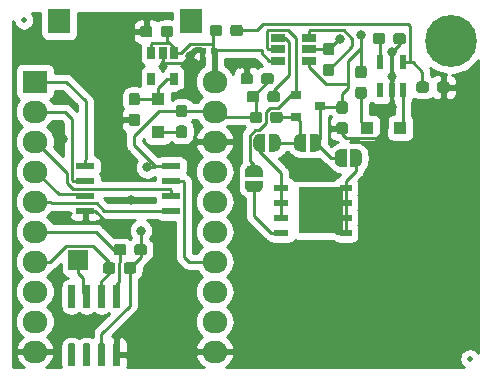
<source format=gbr>
G04 #@! TF.GenerationSoftware,KiCad,Pcbnew,(5.1.5)-3*
G04 #@! TF.CreationDate,2020-04-24T14:35:50-04:00*
G04 #@! TF.ProjectId,CR2025_Nordic,43523230-3235-45f4-9e6f-726469632e6b,rev?*
G04 #@! TF.SameCoordinates,Original*
G04 #@! TF.FileFunction,Copper,L1,Top*
G04 #@! TF.FilePolarity,Positive*
%FSLAX46Y46*%
G04 Gerber Fmt 4.6, Leading zero omitted, Abs format (unit mm)*
G04 Created by KiCad (PCBNEW (5.1.5)-3) date 2020-04-24 14:35:50*
%MOMM*%
%LPD*%
G04 APERTURE LIST*
%ADD10R,0.599999X0.499999*%
%ADD11C,0.100000*%
%ADD12R,3.810000X3.910000*%
%ADD13R,1.020000X0.610000*%
%ADD14R,1.270000X0.610000*%
%ADD15R,1.900000X2.100000*%
%ADD16R,2.100000X1.900000*%
%ADD17O,2.100000X1.900000*%
%ADD18R,1.524000X0.558800*%
%ADD19R,1.700000X1.700000*%
%ADD20R,1.100000X1.100000*%
%ADD21C,4.400000*%
%ADD22R,0.650000X1.060000*%
%ADD23R,0.550000X1.240000*%
%ADD24R,1.220000X0.650000*%
%ADD25R,0.900000X0.800000*%
%ADD26C,0.500000*%
%ADD27C,0.800000*%
%ADD28C,0.250000*%
%ADD29C,0.500000*%
%ADD30C,0.254000*%
G04 APERTURE END LIST*
D10*
X141990699Y-76555600D03*
X140990701Y-76555600D03*
G04 #@! TA.AperFunction,SMDPad,CuDef*
D11*
G36*
X145041279Y-78418544D02*
G01*
X145064334Y-78421963D01*
X145086943Y-78427627D01*
X145108887Y-78435479D01*
X145129957Y-78445444D01*
X145149948Y-78457426D01*
X145168668Y-78471310D01*
X145185938Y-78486962D01*
X145201590Y-78504232D01*
X145215474Y-78522952D01*
X145227456Y-78542943D01*
X145237421Y-78564013D01*
X145245273Y-78585957D01*
X145250937Y-78608566D01*
X145254356Y-78631621D01*
X145255500Y-78654900D01*
X145255500Y-79129900D01*
X145254356Y-79153179D01*
X145250937Y-79176234D01*
X145245273Y-79198843D01*
X145237421Y-79220787D01*
X145227456Y-79241857D01*
X145215474Y-79261848D01*
X145201590Y-79280568D01*
X145185938Y-79297838D01*
X145168668Y-79313490D01*
X145149948Y-79327374D01*
X145129957Y-79339356D01*
X145108887Y-79349321D01*
X145086943Y-79357173D01*
X145064334Y-79362837D01*
X145041279Y-79366256D01*
X145018000Y-79367400D01*
X144443000Y-79367400D01*
X144419721Y-79366256D01*
X144396666Y-79362837D01*
X144374057Y-79357173D01*
X144352113Y-79349321D01*
X144331043Y-79339356D01*
X144311052Y-79327374D01*
X144292332Y-79313490D01*
X144275062Y-79297838D01*
X144259410Y-79280568D01*
X144245526Y-79261848D01*
X144233544Y-79241857D01*
X144223579Y-79220787D01*
X144215727Y-79198843D01*
X144210063Y-79176234D01*
X144206644Y-79153179D01*
X144205500Y-79129900D01*
X144205500Y-78654900D01*
X144206644Y-78631621D01*
X144210063Y-78608566D01*
X144215727Y-78585957D01*
X144223579Y-78564013D01*
X144233544Y-78542943D01*
X144245526Y-78522952D01*
X144259410Y-78504232D01*
X144275062Y-78486962D01*
X144292332Y-78471310D01*
X144311052Y-78457426D01*
X144331043Y-78445444D01*
X144352113Y-78435479D01*
X144374057Y-78427627D01*
X144396666Y-78421963D01*
X144419721Y-78418544D01*
X144443000Y-78417400D01*
X145018000Y-78417400D01*
X145041279Y-78418544D01*
G37*
G04 #@! TD.AperFunction*
G04 #@! TA.AperFunction,SMDPad,CuDef*
G36*
X146791279Y-78418544D02*
G01*
X146814334Y-78421963D01*
X146836943Y-78427627D01*
X146858887Y-78435479D01*
X146879957Y-78445444D01*
X146899948Y-78457426D01*
X146918668Y-78471310D01*
X146935938Y-78486962D01*
X146951590Y-78504232D01*
X146965474Y-78522952D01*
X146977456Y-78542943D01*
X146987421Y-78564013D01*
X146995273Y-78585957D01*
X147000937Y-78608566D01*
X147004356Y-78631621D01*
X147005500Y-78654900D01*
X147005500Y-79129900D01*
X147004356Y-79153179D01*
X147000937Y-79176234D01*
X146995273Y-79198843D01*
X146987421Y-79220787D01*
X146977456Y-79241857D01*
X146965474Y-79261848D01*
X146951590Y-79280568D01*
X146935938Y-79297838D01*
X146918668Y-79313490D01*
X146899948Y-79327374D01*
X146879957Y-79339356D01*
X146858887Y-79349321D01*
X146836943Y-79357173D01*
X146814334Y-79362837D01*
X146791279Y-79366256D01*
X146768000Y-79367400D01*
X146193000Y-79367400D01*
X146169721Y-79366256D01*
X146146666Y-79362837D01*
X146124057Y-79357173D01*
X146102113Y-79349321D01*
X146081043Y-79339356D01*
X146061052Y-79327374D01*
X146042332Y-79313490D01*
X146025062Y-79297838D01*
X146009410Y-79280568D01*
X145995526Y-79261848D01*
X145983544Y-79241857D01*
X145973579Y-79220787D01*
X145965727Y-79198843D01*
X145960063Y-79176234D01*
X145956644Y-79153179D01*
X145955500Y-79129900D01*
X145955500Y-78654900D01*
X145956644Y-78631621D01*
X145960063Y-78608566D01*
X145965727Y-78585957D01*
X145973579Y-78564013D01*
X145983544Y-78542943D01*
X145995526Y-78522952D01*
X146009410Y-78504232D01*
X146025062Y-78486962D01*
X146042332Y-78471310D01*
X146061052Y-78457426D01*
X146081043Y-78445444D01*
X146102113Y-78435479D01*
X146124057Y-78427627D01*
X146146666Y-78421963D01*
X146169721Y-78418544D01*
X146193000Y-78417400D01*
X146768000Y-78417400D01*
X146791279Y-78418544D01*
G37*
G04 #@! TD.AperFunction*
G04 #@! TA.AperFunction,SMDPad,CuDef*
G36*
X147093700Y-83553202D02*
G01*
X147118234Y-83553202D01*
X147167065Y-83558012D01*
X147215190Y-83567584D01*
X147262145Y-83581828D01*
X147307478Y-83600605D01*
X147350751Y-83623736D01*
X147391550Y-83650996D01*
X147429479Y-83682124D01*
X147464176Y-83716821D01*
X147495304Y-83754750D01*
X147522564Y-83795549D01*
X147545695Y-83838822D01*
X147564472Y-83884155D01*
X147578716Y-83931110D01*
X147588288Y-83979235D01*
X147593098Y-84028066D01*
X147593098Y-84052600D01*
X147593700Y-84052600D01*
X147593700Y-84552600D01*
X147593098Y-84552600D01*
X147593098Y-84577134D01*
X147588288Y-84625965D01*
X147578716Y-84674090D01*
X147564472Y-84721045D01*
X147545695Y-84766378D01*
X147522564Y-84809651D01*
X147495304Y-84850450D01*
X147464176Y-84888379D01*
X147429479Y-84923076D01*
X147391550Y-84954204D01*
X147350751Y-84981464D01*
X147307478Y-85004595D01*
X147262145Y-85023372D01*
X147215190Y-85037616D01*
X147167065Y-85047188D01*
X147118234Y-85051998D01*
X147093700Y-85051998D01*
X147093700Y-85052600D01*
X146593700Y-85052600D01*
X146593700Y-83552600D01*
X147093700Y-83552600D01*
X147093700Y-83553202D01*
G37*
G04 #@! TD.AperFunction*
G04 #@! TA.AperFunction,SMDPad,CuDef*
G36*
X146293700Y-85052600D02*
G01*
X145793700Y-85052600D01*
X145793700Y-85051998D01*
X145769166Y-85051998D01*
X145720335Y-85047188D01*
X145672210Y-85037616D01*
X145625255Y-85023372D01*
X145579922Y-85004595D01*
X145536649Y-84981464D01*
X145495850Y-84954204D01*
X145457921Y-84923076D01*
X145423224Y-84888379D01*
X145392096Y-84850450D01*
X145364836Y-84809651D01*
X145341705Y-84766378D01*
X145322928Y-84721045D01*
X145308684Y-84674090D01*
X145299112Y-84625965D01*
X145294302Y-84577134D01*
X145294302Y-84552600D01*
X145293700Y-84552600D01*
X145293700Y-84052600D01*
X145294302Y-84052600D01*
X145294302Y-84028066D01*
X145299112Y-83979235D01*
X145308684Y-83931110D01*
X145322928Y-83884155D01*
X145341705Y-83838822D01*
X145364836Y-83795549D01*
X145392096Y-83754750D01*
X145423224Y-83716821D01*
X145457921Y-83682124D01*
X145495850Y-83650996D01*
X145536649Y-83623736D01*
X145579922Y-83600605D01*
X145625255Y-83581828D01*
X145672210Y-83567584D01*
X145720335Y-83558012D01*
X145769166Y-83553202D01*
X145793700Y-83553202D01*
X145793700Y-83552600D01*
X146293700Y-83552600D01*
X146293700Y-85052600D01*
G37*
G04 #@! TD.AperFunction*
G04 #@! TA.AperFunction,SMDPad,CuDef*
G36*
X146088198Y-88013300D02*
G01*
X146088198Y-88037834D01*
X146083388Y-88086665D01*
X146073816Y-88134790D01*
X146059572Y-88181745D01*
X146040795Y-88227078D01*
X146017664Y-88270351D01*
X145990404Y-88311150D01*
X145959276Y-88349079D01*
X145924579Y-88383776D01*
X145886650Y-88414904D01*
X145845851Y-88442164D01*
X145802578Y-88465295D01*
X145757245Y-88484072D01*
X145710290Y-88498316D01*
X145662165Y-88507888D01*
X145613334Y-88512698D01*
X145588800Y-88512698D01*
X145588800Y-88513300D01*
X145088800Y-88513300D01*
X145088800Y-88512698D01*
X145064266Y-88512698D01*
X145015435Y-88507888D01*
X144967310Y-88498316D01*
X144920355Y-88484072D01*
X144875022Y-88465295D01*
X144831749Y-88442164D01*
X144790950Y-88414904D01*
X144753021Y-88383776D01*
X144718324Y-88349079D01*
X144687196Y-88311150D01*
X144659936Y-88270351D01*
X144636805Y-88227078D01*
X144618028Y-88181745D01*
X144603784Y-88134790D01*
X144594212Y-88086665D01*
X144589402Y-88037834D01*
X144589402Y-88013300D01*
X144588800Y-88013300D01*
X144588800Y-87513300D01*
X146088800Y-87513300D01*
X146088800Y-88013300D01*
X146088198Y-88013300D01*
G37*
G04 #@! TD.AperFunction*
G04 #@! TA.AperFunction,SMDPad,CuDef*
G36*
X144588800Y-87213300D02*
G01*
X144588800Y-86713300D01*
X144589402Y-86713300D01*
X144589402Y-86688766D01*
X144594212Y-86639935D01*
X144603784Y-86591810D01*
X144618028Y-86544855D01*
X144636805Y-86499522D01*
X144659936Y-86456249D01*
X144687196Y-86415450D01*
X144718324Y-86377521D01*
X144753021Y-86342824D01*
X144790950Y-86311696D01*
X144831749Y-86284436D01*
X144875022Y-86261305D01*
X144920355Y-86242528D01*
X144967310Y-86228284D01*
X145015435Y-86218712D01*
X145064266Y-86213902D01*
X145088800Y-86213902D01*
X145088800Y-86213300D01*
X145588800Y-86213300D01*
X145588800Y-86213902D01*
X145613334Y-86213902D01*
X145662165Y-86218712D01*
X145710290Y-86228284D01*
X145757245Y-86242528D01*
X145802578Y-86261305D01*
X145845851Y-86284436D01*
X145886650Y-86311696D01*
X145924579Y-86342824D01*
X145959276Y-86377521D01*
X145990404Y-86415450D01*
X146017664Y-86456249D01*
X146040795Y-86499522D01*
X146059572Y-86544855D01*
X146073816Y-86591810D01*
X146083388Y-86639935D01*
X146088198Y-86688766D01*
X146088198Y-86713300D01*
X146088800Y-86713300D01*
X146088800Y-87213300D01*
X144588800Y-87213300D01*
G37*
G04 #@! TD.AperFunction*
G04 #@! TA.AperFunction,SMDPad,CuDef*
G36*
X152689800Y-86347398D02*
G01*
X152665266Y-86347398D01*
X152616435Y-86342588D01*
X152568310Y-86333016D01*
X152521355Y-86318772D01*
X152476022Y-86299995D01*
X152432749Y-86276864D01*
X152391950Y-86249604D01*
X152354021Y-86218476D01*
X152319324Y-86183779D01*
X152288196Y-86145850D01*
X152260936Y-86105051D01*
X152237805Y-86061778D01*
X152219028Y-86016445D01*
X152204784Y-85969490D01*
X152195212Y-85921365D01*
X152190402Y-85872534D01*
X152190402Y-85848000D01*
X152189800Y-85848000D01*
X152189800Y-85348000D01*
X152190402Y-85348000D01*
X152190402Y-85323466D01*
X152195212Y-85274635D01*
X152204784Y-85226510D01*
X152219028Y-85179555D01*
X152237805Y-85134222D01*
X152260936Y-85090949D01*
X152288196Y-85050150D01*
X152319324Y-85012221D01*
X152354021Y-84977524D01*
X152391950Y-84946396D01*
X152432749Y-84919136D01*
X152476022Y-84896005D01*
X152521355Y-84877228D01*
X152568310Y-84862984D01*
X152616435Y-84853412D01*
X152665266Y-84848602D01*
X152689800Y-84848602D01*
X152689800Y-84848000D01*
X153189800Y-84848000D01*
X153189800Y-86348000D01*
X152689800Y-86348000D01*
X152689800Y-86347398D01*
G37*
G04 #@! TD.AperFunction*
G04 #@! TA.AperFunction,SMDPad,CuDef*
G36*
X153489800Y-84848000D02*
G01*
X153989800Y-84848000D01*
X153989800Y-84848602D01*
X154014334Y-84848602D01*
X154063165Y-84853412D01*
X154111290Y-84862984D01*
X154158245Y-84877228D01*
X154203578Y-84896005D01*
X154246851Y-84919136D01*
X154287650Y-84946396D01*
X154325579Y-84977524D01*
X154360276Y-85012221D01*
X154391404Y-85050150D01*
X154418664Y-85090949D01*
X154441795Y-85134222D01*
X154460572Y-85179555D01*
X154474816Y-85226510D01*
X154484388Y-85274635D01*
X154489198Y-85323466D01*
X154489198Y-85348000D01*
X154489800Y-85348000D01*
X154489800Y-85848000D01*
X154489198Y-85848000D01*
X154489198Y-85872534D01*
X154484388Y-85921365D01*
X154474816Y-85969490D01*
X154460572Y-86016445D01*
X154441795Y-86061778D01*
X154418664Y-86105051D01*
X154391404Y-86145850D01*
X154360276Y-86183779D01*
X154325579Y-86218476D01*
X154287650Y-86249604D01*
X154246851Y-86276864D01*
X154203578Y-86299995D01*
X154158245Y-86318772D01*
X154111290Y-86333016D01*
X154063165Y-86342588D01*
X154014334Y-86347398D01*
X153989800Y-86347398D01*
X153989800Y-86348000D01*
X153489800Y-86348000D01*
X153489800Y-84848000D01*
G37*
G04 #@! TD.AperFunction*
D12*
X150994500Y-90030300D03*
D13*
X153099500Y-88125300D03*
X153099500Y-89395300D03*
X153099500Y-90665300D03*
X153099500Y-91935300D03*
D14*
X147634500Y-91935300D03*
X147634500Y-90665300D03*
X147634500Y-89395300D03*
X147634500Y-88125300D03*
D15*
X139973800Y-74043700D03*
X128853800Y-74043700D03*
D16*
X126796800Y-79133700D03*
D17*
X142006800Y-79133700D03*
X126796800Y-81673700D03*
X142006800Y-81673700D03*
X126796800Y-84213700D03*
X142006800Y-84213700D03*
X126796800Y-86753700D03*
X142006800Y-86753700D03*
X126796800Y-89293700D03*
X142006800Y-89293700D03*
X126796800Y-91833700D03*
X142006800Y-91833700D03*
X126796800Y-94373700D03*
X142006800Y-94373700D03*
X126796800Y-96913700D03*
X142006800Y-96913700D03*
X126796800Y-99453700D03*
X142006800Y-99453700D03*
X126796800Y-101993700D03*
X142006800Y-101993700D03*
D18*
X138344900Y-86295000D03*
X138344900Y-87565000D03*
X138344900Y-88835000D03*
X138344900Y-90105000D03*
X131055100Y-90105000D03*
X131055100Y-88835000D03*
X131055100Y-87565000D03*
X131055100Y-86295000D03*
G04 #@! TA.AperFunction,SMDPad,CuDef*
D11*
G36*
X149260800Y-85051998D02*
G01*
X149236266Y-85051998D01*
X149187435Y-85047188D01*
X149139310Y-85037616D01*
X149092355Y-85023372D01*
X149047022Y-85004595D01*
X149003749Y-84981464D01*
X148962950Y-84954204D01*
X148925021Y-84923076D01*
X148890324Y-84888379D01*
X148859196Y-84850450D01*
X148831936Y-84809651D01*
X148808805Y-84766378D01*
X148790028Y-84721045D01*
X148775784Y-84674090D01*
X148766212Y-84625965D01*
X148761402Y-84577134D01*
X148761402Y-84552600D01*
X148760800Y-84552600D01*
X148760800Y-84052600D01*
X148761402Y-84052600D01*
X148761402Y-84028066D01*
X148766212Y-83979235D01*
X148775784Y-83931110D01*
X148790028Y-83884155D01*
X148808805Y-83838822D01*
X148831936Y-83795549D01*
X148859196Y-83754750D01*
X148890324Y-83716821D01*
X148925021Y-83682124D01*
X148962950Y-83650996D01*
X149003749Y-83623736D01*
X149047022Y-83600605D01*
X149092355Y-83581828D01*
X149139310Y-83567584D01*
X149187435Y-83558012D01*
X149236266Y-83553202D01*
X149260800Y-83553202D01*
X149260800Y-83552600D01*
X149760800Y-83552600D01*
X149760800Y-85052600D01*
X149260800Y-85052600D01*
X149260800Y-85051998D01*
G37*
G04 #@! TD.AperFunction*
G04 #@! TA.AperFunction,SMDPad,CuDef*
G36*
X150060800Y-83552600D02*
G01*
X150560800Y-83552600D01*
X150560800Y-83553202D01*
X150585334Y-83553202D01*
X150634165Y-83558012D01*
X150682290Y-83567584D01*
X150729245Y-83581828D01*
X150774578Y-83600605D01*
X150817851Y-83623736D01*
X150858650Y-83650996D01*
X150896579Y-83682124D01*
X150931276Y-83716821D01*
X150962404Y-83754750D01*
X150989664Y-83795549D01*
X151012795Y-83838822D01*
X151031572Y-83884155D01*
X151045816Y-83931110D01*
X151055388Y-83979235D01*
X151060198Y-84028066D01*
X151060198Y-84052600D01*
X151060800Y-84052600D01*
X151060800Y-84552600D01*
X151060198Y-84552600D01*
X151060198Y-84577134D01*
X151055388Y-84625965D01*
X151045816Y-84674090D01*
X151031572Y-84721045D01*
X151012795Y-84766378D01*
X150989664Y-84809651D01*
X150962404Y-84850450D01*
X150931276Y-84888379D01*
X150896579Y-84923076D01*
X150858650Y-84954204D01*
X150817851Y-84981464D01*
X150774578Y-85004595D01*
X150729245Y-85023372D01*
X150682290Y-85037616D01*
X150634165Y-85047188D01*
X150585334Y-85051998D01*
X150560800Y-85051998D01*
X150560800Y-85052600D01*
X150060800Y-85052600D01*
X150060800Y-83552600D01*
G37*
G04 #@! TD.AperFunction*
D19*
X130454400Y-94246700D03*
D20*
X157724300Y-83045300D03*
X154924300Y-83045300D03*
G04 #@! TA.AperFunction,SMDPad,CuDef*
D11*
G36*
X151936879Y-75855244D02*
G01*
X151959934Y-75858663D01*
X151982543Y-75864327D01*
X152004487Y-75872179D01*
X152025557Y-75882144D01*
X152045548Y-75894126D01*
X152064268Y-75908010D01*
X152081538Y-75923662D01*
X152097190Y-75940932D01*
X152111074Y-75959652D01*
X152123056Y-75979643D01*
X152133021Y-76000713D01*
X152140873Y-76022657D01*
X152146537Y-76045266D01*
X152149956Y-76068321D01*
X152151100Y-76091600D01*
X152151100Y-76666600D01*
X152149956Y-76689879D01*
X152146537Y-76712934D01*
X152140873Y-76735543D01*
X152133021Y-76757487D01*
X152123056Y-76778557D01*
X152111074Y-76798548D01*
X152097190Y-76817268D01*
X152081538Y-76834538D01*
X152064268Y-76850190D01*
X152045548Y-76864074D01*
X152025557Y-76876056D01*
X152004487Y-76886021D01*
X151982543Y-76893873D01*
X151959934Y-76899537D01*
X151936879Y-76902956D01*
X151913600Y-76904100D01*
X151438600Y-76904100D01*
X151415321Y-76902956D01*
X151392266Y-76899537D01*
X151369657Y-76893873D01*
X151347713Y-76886021D01*
X151326643Y-76876056D01*
X151306652Y-76864074D01*
X151287932Y-76850190D01*
X151270662Y-76834538D01*
X151255010Y-76817268D01*
X151241126Y-76798548D01*
X151229144Y-76778557D01*
X151219179Y-76757487D01*
X151211327Y-76735543D01*
X151205663Y-76712934D01*
X151202244Y-76689879D01*
X151201100Y-76666600D01*
X151201100Y-76091600D01*
X151202244Y-76068321D01*
X151205663Y-76045266D01*
X151211327Y-76022657D01*
X151219179Y-76000713D01*
X151229144Y-75979643D01*
X151241126Y-75959652D01*
X151255010Y-75940932D01*
X151270662Y-75923662D01*
X151287932Y-75908010D01*
X151306652Y-75894126D01*
X151326643Y-75882144D01*
X151347713Y-75872179D01*
X151369657Y-75864327D01*
X151392266Y-75858663D01*
X151415321Y-75855244D01*
X151438600Y-75854100D01*
X151913600Y-75854100D01*
X151936879Y-75855244D01*
G37*
G04 #@! TD.AperFunction*
G04 #@! TA.AperFunction,SMDPad,CuDef*
G36*
X151936879Y-77605244D02*
G01*
X151959934Y-77608663D01*
X151982543Y-77614327D01*
X152004487Y-77622179D01*
X152025557Y-77632144D01*
X152045548Y-77644126D01*
X152064268Y-77658010D01*
X152081538Y-77673662D01*
X152097190Y-77690932D01*
X152111074Y-77709652D01*
X152123056Y-77729643D01*
X152133021Y-77750713D01*
X152140873Y-77772657D01*
X152146537Y-77795266D01*
X152149956Y-77818321D01*
X152151100Y-77841600D01*
X152151100Y-78416600D01*
X152149956Y-78439879D01*
X152146537Y-78462934D01*
X152140873Y-78485543D01*
X152133021Y-78507487D01*
X152123056Y-78528557D01*
X152111074Y-78548548D01*
X152097190Y-78567268D01*
X152081538Y-78584538D01*
X152064268Y-78600190D01*
X152045548Y-78614074D01*
X152025557Y-78626056D01*
X152004487Y-78636021D01*
X151982543Y-78643873D01*
X151959934Y-78649537D01*
X151936879Y-78652956D01*
X151913600Y-78654100D01*
X151438600Y-78654100D01*
X151415321Y-78652956D01*
X151392266Y-78649537D01*
X151369657Y-78643873D01*
X151347713Y-78636021D01*
X151326643Y-78626056D01*
X151306652Y-78614074D01*
X151287932Y-78600190D01*
X151270662Y-78584538D01*
X151255010Y-78567268D01*
X151241126Y-78548548D01*
X151229144Y-78528557D01*
X151219179Y-78507487D01*
X151211327Y-78485543D01*
X151205663Y-78462934D01*
X151202244Y-78439879D01*
X151201100Y-78416600D01*
X151201100Y-77841600D01*
X151202244Y-77818321D01*
X151205663Y-77795266D01*
X151211327Y-77772657D01*
X151219179Y-77750713D01*
X151229144Y-77729643D01*
X151241126Y-77709652D01*
X151255010Y-77690932D01*
X151270662Y-77673662D01*
X151287932Y-77658010D01*
X151306652Y-77644126D01*
X151326643Y-77632144D01*
X151347713Y-77622179D01*
X151369657Y-77614327D01*
X151392266Y-77608663D01*
X151415321Y-77605244D01*
X151438600Y-77604100D01*
X151913600Y-77604100D01*
X151936879Y-77605244D01*
G37*
G04 #@! TD.AperFunction*
G04 #@! TA.AperFunction,SMDPad,CuDef*
G36*
X157985779Y-75026144D02*
G01*
X158008834Y-75029563D01*
X158031443Y-75035227D01*
X158053387Y-75043079D01*
X158074457Y-75053044D01*
X158094448Y-75065026D01*
X158113168Y-75078910D01*
X158130438Y-75094562D01*
X158146090Y-75111832D01*
X158159974Y-75130552D01*
X158171956Y-75150543D01*
X158181921Y-75171613D01*
X158189773Y-75193557D01*
X158195437Y-75216166D01*
X158198856Y-75239221D01*
X158200000Y-75262500D01*
X158200000Y-75737500D01*
X158198856Y-75760779D01*
X158195437Y-75783834D01*
X158189773Y-75806443D01*
X158181921Y-75828387D01*
X158171956Y-75849457D01*
X158159974Y-75869448D01*
X158146090Y-75888168D01*
X158130438Y-75905438D01*
X158113168Y-75921090D01*
X158094448Y-75934974D01*
X158074457Y-75946956D01*
X158053387Y-75956921D01*
X158031443Y-75964773D01*
X158008834Y-75970437D01*
X157985779Y-75973856D01*
X157962500Y-75975000D01*
X157387500Y-75975000D01*
X157364221Y-75973856D01*
X157341166Y-75970437D01*
X157318557Y-75964773D01*
X157296613Y-75956921D01*
X157275543Y-75946956D01*
X157255552Y-75934974D01*
X157236832Y-75921090D01*
X157219562Y-75905438D01*
X157203910Y-75888168D01*
X157190026Y-75869448D01*
X157178044Y-75849457D01*
X157168079Y-75828387D01*
X157160227Y-75806443D01*
X157154563Y-75783834D01*
X157151144Y-75760779D01*
X157150000Y-75737500D01*
X157150000Y-75262500D01*
X157151144Y-75239221D01*
X157154563Y-75216166D01*
X157160227Y-75193557D01*
X157168079Y-75171613D01*
X157178044Y-75150543D01*
X157190026Y-75130552D01*
X157203910Y-75111832D01*
X157219562Y-75094562D01*
X157236832Y-75078910D01*
X157255552Y-75065026D01*
X157275543Y-75053044D01*
X157296613Y-75043079D01*
X157318557Y-75035227D01*
X157341166Y-75029563D01*
X157364221Y-75026144D01*
X157387500Y-75025000D01*
X157962500Y-75025000D01*
X157985779Y-75026144D01*
G37*
G04 #@! TD.AperFunction*
G04 #@! TA.AperFunction,SMDPad,CuDef*
G36*
X156235779Y-75026144D02*
G01*
X156258834Y-75029563D01*
X156281443Y-75035227D01*
X156303387Y-75043079D01*
X156324457Y-75053044D01*
X156344448Y-75065026D01*
X156363168Y-75078910D01*
X156380438Y-75094562D01*
X156396090Y-75111832D01*
X156409974Y-75130552D01*
X156421956Y-75150543D01*
X156431921Y-75171613D01*
X156439773Y-75193557D01*
X156445437Y-75216166D01*
X156448856Y-75239221D01*
X156450000Y-75262500D01*
X156450000Y-75737500D01*
X156448856Y-75760779D01*
X156445437Y-75783834D01*
X156439773Y-75806443D01*
X156431921Y-75828387D01*
X156421956Y-75849457D01*
X156409974Y-75869448D01*
X156396090Y-75888168D01*
X156380438Y-75905438D01*
X156363168Y-75921090D01*
X156344448Y-75934974D01*
X156324457Y-75946956D01*
X156303387Y-75956921D01*
X156281443Y-75964773D01*
X156258834Y-75970437D01*
X156235779Y-75973856D01*
X156212500Y-75975000D01*
X155637500Y-75975000D01*
X155614221Y-75973856D01*
X155591166Y-75970437D01*
X155568557Y-75964773D01*
X155546613Y-75956921D01*
X155525543Y-75946956D01*
X155505552Y-75934974D01*
X155486832Y-75921090D01*
X155469562Y-75905438D01*
X155453910Y-75888168D01*
X155440026Y-75869448D01*
X155428044Y-75849457D01*
X155418079Y-75828387D01*
X155410227Y-75806443D01*
X155404563Y-75783834D01*
X155401144Y-75760779D01*
X155400000Y-75737500D01*
X155400000Y-75262500D01*
X155401144Y-75239221D01*
X155404563Y-75216166D01*
X155410227Y-75193557D01*
X155418079Y-75171613D01*
X155428044Y-75150543D01*
X155440026Y-75130552D01*
X155453910Y-75111832D01*
X155469562Y-75094562D01*
X155486832Y-75078910D01*
X155505552Y-75065026D01*
X155525543Y-75053044D01*
X155546613Y-75043079D01*
X155568557Y-75035227D01*
X155591166Y-75029563D01*
X155614221Y-75026144D01*
X155637500Y-75025000D01*
X156212500Y-75025000D01*
X156235779Y-75026144D01*
G37*
G04 #@! TD.AperFunction*
D21*
X162000000Y-75700000D03*
G04 #@! TA.AperFunction,SMDPad,CuDef*
D11*
G36*
X133395379Y-94445944D02*
G01*
X133418434Y-94449363D01*
X133441043Y-94455027D01*
X133462987Y-94462879D01*
X133484057Y-94472844D01*
X133504048Y-94484826D01*
X133522768Y-94498710D01*
X133540038Y-94514362D01*
X133555690Y-94531632D01*
X133569574Y-94550352D01*
X133581556Y-94570343D01*
X133591521Y-94591413D01*
X133599373Y-94613357D01*
X133605037Y-94635966D01*
X133608456Y-94659021D01*
X133609600Y-94682300D01*
X133609600Y-95157300D01*
X133608456Y-95180579D01*
X133605037Y-95203634D01*
X133599373Y-95226243D01*
X133591521Y-95248187D01*
X133581556Y-95269257D01*
X133569574Y-95289248D01*
X133555690Y-95307968D01*
X133540038Y-95325238D01*
X133522768Y-95340890D01*
X133504048Y-95354774D01*
X133484057Y-95366756D01*
X133462987Y-95376721D01*
X133441043Y-95384573D01*
X133418434Y-95390237D01*
X133395379Y-95393656D01*
X133372100Y-95394800D01*
X132797100Y-95394800D01*
X132773821Y-95393656D01*
X132750766Y-95390237D01*
X132728157Y-95384573D01*
X132706213Y-95376721D01*
X132685143Y-95366756D01*
X132665152Y-95354774D01*
X132646432Y-95340890D01*
X132629162Y-95325238D01*
X132613510Y-95307968D01*
X132599626Y-95289248D01*
X132587644Y-95269257D01*
X132577679Y-95248187D01*
X132569827Y-95226243D01*
X132564163Y-95203634D01*
X132560744Y-95180579D01*
X132559600Y-95157300D01*
X132559600Y-94682300D01*
X132560744Y-94659021D01*
X132564163Y-94635966D01*
X132569827Y-94613357D01*
X132577679Y-94591413D01*
X132587644Y-94570343D01*
X132599626Y-94550352D01*
X132613510Y-94531632D01*
X132629162Y-94514362D01*
X132646432Y-94498710D01*
X132665152Y-94484826D01*
X132685143Y-94472844D01*
X132706213Y-94462879D01*
X132728157Y-94455027D01*
X132750766Y-94449363D01*
X132773821Y-94445944D01*
X132797100Y-94444800D01*
X133372100Y-94444800D01*
X133395379Y-94445944D01*
G37*
G04 #@! TD.AperFunction*
G04 #@! TA.AperFunction,SMDPad,CuDef*
G36*
X135145379Y-94445944D02*
G01*
X135168434Y-94449363D01*
X135191043Y-94455027D01*
X135212987Y-94462879D01*
X135234057Y-94472844D01*
X135254048Y-94484826D01*
X135272768Y-94498710D01*
X135290038Y-94514362D01*
X135305690Y-94531632D01*
X135319574Y-94550352D01*
X135331556Y-94570343D01*
X135341521Y-94591413D01*
X135349373Y-94613357D01*
X135355037Y-94635966D01*
X135358456Y-94659021D01*
X135359600Y-94682300D01*
X135359600Y-95157300D01*
X135358456Y-95180579D01*
X135355037Y-95203634D01*
X135349373Y-95226243D01*
X135341521Y-95248187D01*
X135331556Y-95269257D01*
X135319574Y-95289248D01*
X135305690Y-95307968D01*
X135290038Y-95325238D01*
X135272768Y-95340890D01*
X135254048Y-95354774D01*
X135234057Y-95366756D01*
X135212987Y-95376721D01*
X135191043Y-95384573D01*
X135168434Y-95390237D01*
X135145379Y-95393656D01*
X135122100Y-95394800D01*
X134547100Y-95394800D01*
X134523821Y-95393656D01*
X134500766Y-95390237D01*
X134478157Y-95384573D01*
X134456213Y-95376721D01*
X134435143Y-95366756D01*
X134415152Y-95354774D01*
X134396432Y-95340890D01*
X134379162Y-95325238D01*
X134363510Y-95307968D01*
X134349626Y-95289248D01*
X134337644Y-95269257D01*
X134327679Y-95248187D01*
X134319827Y-95226243D01*
X134314163Y-95203634D01*
X134310744Y-95180579D01*
X134309600Y-95157300D01*
X134309600Y-94682300D01*
X134310744Y-94659021D01*
X134314163Y-94635966D01*
X134319827Y-94613357D01*
X134327679Y-94591413D01*
X134337644Y-94570343D01*
X134349626Y-94550352D01*
X134363510Y-94531632D01*
X134379162Y-94514362D01*
X134396432Y-94498710D01*
X134415152Y-94484826D01*
X134435143Y-94472844D01*
X134456213Y-94462879D01*
X134478157Y-94455027D01*
X134500766Y-94449363D01*
X134523821Y-94445944D01*
X134547100Y-94444800D01*
X135122100Y-94444800D01*
X135145379Y-94445944D01*
G37*
G04 #@! TD.AperFunction*
G04 #@! TA.AperFunction,SMDPad,CuDef*
G36*
X134309779Y-92896544D02*
G01*
X134332834Y-92899963D01*
X134355443Y-92905627D01*
X134377387Y-92913479D01*
X134398457Y-92923444D01*
X134418448Y-92935426D01*
X134437168Y-92949310D01*
X134454438Y-92964962D01*
X134470090Y-92982232D01*
X134483974Y-93000952D01*
X134495956Y-93020943D01*
X134505921Y-93042013D01*
X134513773Y-93063957D01*
X134519437Y-93086566D01*
X134522856Y-93109621D01*
X134524000Y-93132900D01*
X134524000Y-93607900D01*
X134522856Y-93631179D01*
X134519437Y-93654234D01*
X134513773Y-93676843D01*
X134505921Y-93698787D01*
X134495956Y-93719857D01*
X134483974Y-93739848D01*
X134470090Y-93758568D01*
X134454438Y-93775838D01*
X134437168Y-93791490D01*
X134418448Y-93805374D01*
X134398457Y-93817356D01*
X134377387Y-93827321D01*
X134355443Y-93835173D01*
X134332834Y-93840837D01*
X134309779Y-93844256D01*
X134286500Y-93845400D01*
X133711500Y-93845400D01*
X133688221Y-93844256D01*
X133665166Y-93840837D01*
X133642557Y-93835173D01*
X133620613Y-93827321D01*
X133599543Y-93817356D01*
X133579552Y-93805374D01*
X133560832Y-93791490D01*
X133543562Y-93775838D01*
X133527910Y-93758568D01*
X133514026Y-93739848D01*
X133502044Y-93719857D01*
X133492079Y-93698787D01*
X133484227Y-93676843D01*
X133478563Y-93654234D01*
X133475144Y-93631179D01*
X133474000Y-93607900D01*
X133474000Y-93132900D01*
X133475144Y-93109621D01*
X133478563Y-93086566D01*
X133484227Y-93063957D01*
X133492079Y-93042013D01*
X133502044Y-93020943D01*
X133514026Y-93000952D01*
X133527910Y-92982232D01*
X133543562Y-92964962D01*
X133560832Y-92949310D01*
X133579552Y-92935426D01*
X133599543Y-92923444D01*
X133620613Y-92913479D01*
X133642557Y-92905627D01*
X133665166Y-92899963D01*
X133688221Y-92896544D01*
X133711500Y-92895400D01*
X134286500Y-92895400D01*
X134309779Y-92896544D01*
G37*
G04 #@! TD.AperFunction*
G04 #@! TA.AperFunction,SMDPad,CuDef*
G36*
X136059779Y-92896544D02*
G01*
X136082834Y-92899963D01*
X136105443Y-92905627D01*
X136127387Y-92913479D01*
X136148457Y-92923444D01*
X136168448Y-92935426D01*
X136187168Y-92949310D01*
X136204438Y-92964962D01*
X136220090Y-92982232D01*
X136233974Y-93000952D01*
X136245956Y-93020943D01*
X136255921Y-93042013D01*
X136263773Y-93063957D01*
X136269437Y-93086566D01*
X136272856Y-93109621D01*
X136274000Y-93132900D01*
X136274000Y-93607900D01*
X136272856Y-93631179D01*
X136269437Y-93654234D01*
X136263773Y-93676843D01*
X136255921Y-93698787D01*
X136245956Y-93719857D01*
X136233974Y-93739848D01*
X136220090Y-93758568D01*
X136204438Y-93775838D01*
X136187168Y-93791490D01*
X136168448Y-93805374D01*
X136148457Y-93817356D01*
X136127387Y-93827321D01*
X136105443Y-93835173D01*
X136082834Y-93840837D01*
X136059779Y-93844256D01*
X136036500Y-93845400D01*
X135461500Y-93845400D01*
X135438221Y-93844256D01*
X135415166Y-93840837D01*
X135392557Y-93835173D01*
X135370613Y-93827321D01*
X135349543Y-93817356D01*
X135329552Y-93805374D01*
X135310832Y-93791490D01*
X135293562Y-93775838D01*
X135277910Y-93758568D01*
X135264026Y-93739848D01*
X135252044Y-93719857D01*
X135242079Y-93698787D01*
X135234227Y-93676843D01*
X135228563Y-93654234D01*
X135225144Y-93631179D01*
X135224000Y-93607900D01*
X135224000Y-93132900D01*
X135225144Y-93109621D01*
X135228563Y-93086566D01*
X135234227Y-93063957D01*
X135242079Y-93042013D01*
X135252044Y-93020943D01*
X135264026Y-93000952D01*
X135277910Y-92982232D01*
X135293562Y-92964962D01*
X135310832Y-92949310D01*
X135329552Y-92935426D01*
X135349543Y-92923444D01*
X135370613Y-92913479D01*
X135392557Y-92905627D01*
X135415166Y-92899963D01*
X135438221Y-92896544D01*
X135461500Y-92895400D01*
X136036500Y-92895400D01*
X136059779Y-92896544D01*
G37*
G04 #@! TD.AperFunction*
G04 #@! TA.AperFunction,SMDPad,CuDef*
G36*
X130059703Y-96350722D02*
G01*
X130074264Y-96352882D01*
X130088543Y-96356459D01*
X130102403Y-96361418D01*
X130115710Y-96367712D01*
X130128336Y-96375280D01*
X130140159Y-96384048D01*
X130151066Y-96393934D01*
X130160952Y-96404841D01*
X130169720Y-96416664D01*
X130177288Y-96429290D01*
X130183582Y-96442597D01*
X130188541Y-96456457D01*
X130192118Y-96470736D01*
X130194278Y-96485297D01*
X130195000Y-96500000D01*
X130195000Y-98150000D01*
X130194278Y-98164703D01*
X130192118Y-98179264D01*
X130188541Y-98193543D01*
X130183582Y-98207403D01*
X130177288Y-98220710D01*
X130169720Y-98233336D01*
X130160952Y-98245159D01*
X130151066Y-98256066D01*
X130140159Y-98265952D01*
X130128336Y-98274720D01*
X130115710Y-98282288D01*
X130102403Y-98288582D01*
X130088543Y-98293541D01*
X130074264Y-98297118D01*
X130059703Y-98299278D01*
X130045000Y-98300000D01*
X129745000Y-98300000D01*
X129730297Y-98299278D01*
X129715736Y-98297118D01*
X129701457Y-98293541D01*
X129687597Y-98288582D01*
X129674290Y-98282288D01*
X129661664Y-98274720D01*
X129649841Y-98265952D01*
X129638934Y-98256066D01*
X129629048Y-98245159D01*
X129620280Y-98233336D01*
X129612712Y-98220710D01*
X129606418Y-98207403D01*
X129601459Y-98193543D01*
X129597882Y-98179264D01*
X129595722Y-98164703D01*
X129595000Y-98150000D01*
X129595000Y-96500000D01*
X129595722Y-96485297D01*
X129597882Y-96470736D01*
X129601459Y-96456457D01*
X129606418Y-96442597D01*
X129612712Y-96429290D01*
X129620280Y-96416664D01*
X129629048Y-96404841D01*
X129638934Y-96393934D01*
X129649841Y-96384048D01*
X129661664Y-96375280D01*
X129674290Y-96367712D01*
X129687597Y-96361418D01*
X129701457Y-96356459D01*
X129715736Y-96352882D01*
X129730297Y-96350722D01*
X129745000Y-96350000D01*
X130045000Y-96350000D01*
X130059703Y-96350722D01*
G37*
G04 #@! TD.AperFunction*
G04 #@! TA.AperFunction,SMDPad,CuDef*
G36*
X131329703Y-96350722D02*
G01*
X131344264Y-96352882D01*
X131358543Y-96356459D01*
X131372403Y-96361418D01*
X131385710Y-96367712D01*
X131398336Y-96375280D01*
X131410159Y-96384048D01*
X131421066Y-96393934D01*
X131430952Y-96404841D01*
X131439720Y-96416664D01*
X131447288Y-96429290D01*
X131453582Y-96442597D01*
X131458541Y-96456457D01*
X131462118Y-96470736D01*
X131464278Y-96485297D01*
X131465000Y-96500000D01*
X131465000Y-98150000D01*
X131464278Y-98164703D01*
X131462118Y-98179264D01*
X131458541Y-98193543D01*
X131453582Y-98207403D01*
X131447288Y-98220710D01*
X131439720Y-98233336D01*
X131430952Y-98245159D01*
X131421066Y-98256066D01*
X131410159Y-98265952D01*
X131398336Y-98274720D01*
X131385710Y-98282288D01*
X131372403Y-98288582D01*
X131358543Y-98293541D01*
X131344264Y-98297118D01*
X131329703Y-98299278D01*
X131315000Y-98300000D01*
X131015000Y-98300000D01*
X131000297Y-98299278D01*
X130985736Y-98297118D01*
X130971457Y-98293541D01*
X130957597Y-98288582D01*
X130944290Y-98282288D01*
X130931664Y-98274720D01*
X130919841Y-98265952D01*
X130908934Y-98256066D01*
X130899048Y-98245159D01*
X130890280Y-98233336D01*
X130882712Y-98220710D01*
X130876418Y-98207403D01*
X130871459Y-98193543D01*
X130867882Y-98179264D01*
X130865722Y-98164703D01*
X130865000Y-98150000D01*
X130865000Y-96500000D01*
X130865722Y-96485297D01*
X130867882Y-96470736D01*
X130871459Y-96456457D01*
X130876418Y-96442597D01*
X130882712Y-96429290D01*
X130890280Y-96416664D01*
X130899048Y-96404841D01*
X130908934Y-96393934D01*
X130919841Y-96384048D01*
X130931664Y-96375280D01*
X130944290Y-96367712D01*
X130957597Y-96361418D01*
X130971457Y-96356459D01*
X130985736Y-96352882D01*
X131000297Y-96350722D01*
X131015000Y-96350000D01*
X131315000Y-96350000D01*
X131329703Y-96350722D01*
G37*
G04 #@! TD.AperFunction*
G04 #@! TA.AperFunction,SMDPad,CuDef*
G36*
X132599703Y-96350722D02*
G01*
X132614264Y-96352882D01*
X132628543Y-96356459D01*
X132642403Y-96361418D01*
X132655710Y-96367712D01*
X132668336Y-96375280D01*
X132680159Y-96384048D01*
X132691066Y-96393934D01*
X132700952Y-96404841D01*
X132709720Y-96416664D01*
X132717288Y-96429290D01*
X132723582Y-96442597D01*
X132728541Y-96456457D01*
X132732118Y-96470736D01*
X132734278Y-96485297D01*
X132735000Y-96500000D01*
X132735000Y-98150000D01*
X132734278Y-98164703D01*
X132732118Y-98179264D01*
X132728541Y-98193543D01*
X132723582Y-98207403D01*
X132717288Y-98220710D01*
X132709720Y-98233336D01*
X132700952Y-98245159D01*
X132691066Y-98256066D01*
X132680159Y-98265952D01*
X132668336Y-98274720D01*
X132655710Y-98282288D01*
X132642403Y-98288582D01*
X132628543Y-98293541D01*
X132614264Y-98297118D01*
X132599703Y-98299278D01*
X132585000Y-98300000D01*
X132285000Y-98300000D01*
X132270297Y-98299278D01*
X132255736Y-98297118D01*
X132241457Y-98293541D01*
X132227597Y-98288582D01*
X132214290Y-98282288D01*
X132201664Y-98274720D01*
X132189841Y-98265952D01*
X132178934Y-98256066D01*
X132169048Y-98245159D01*
X132160280Y-98233336D01*
X132152712Y-98220710D01*
X132146418Y-98207403D01*
X132141459Y-98193543D01*
X132137882Y-98179264D01*
X132135722Y-98164703D01*
X132135000Y-98150000D01*
X132135000Y-96500000D01*
X132135722Y-96485297D01*
X132137882Y-96470736D01*
X132141459Y-96456457D01*
X132146418Y-96442597D01*
X132152712Y-96429290D01*
X132160280Y-96416664D01*
X132169048Y-96404841D01*
X132178934Y-96393934D01*
X132189841Y-96384048D01*
X132201664Y-96375280D01*
X132214290Y-96367712D01*
X132227597Y-96361418D01*
X132241457Y-96356459D01*
X132255736Y-96352882D01*
X132270297Y-96350722D01*
X132285000Y-96350000D01*
X132585000Y-96350000D01*
X132599703Y-96350722D01*
G37*
G04 #@! TD.AperFunction*
G04 #@! TA.AperFunction,SMDPad,CuDef*
G36*
X133869703Y-96350722D02*
G01*
X133884264Y-96352882D01*
X133898543Y-96356459D01*
X133912403Y-96361418D01*
X133925710Y-96367712D01*
X133938336Y-96375280D01*
X133950159Y-96384048D01*
X133961066Y-96393934D01*
X133970952Y-96404841D01*
X133979720Y-96416664D01*
X133987288Y-96429290D01*
X133993582Y-96442597D01*
X133998541Y-96456457D01*
X134002118Y-96470736D01*
X134004278Y-96485297D01*
X134005000Y-96500000D01*
X134005000Y-98150000D01*
X134004278Y-98164703D01*
X134002118Y-98179264D01*
X133998541Y-98193543D01*
X133993582Y-98207403D01*
X133987288Y-98220710D01*
X133979720Y-98233336D01*
X133970952Y-98245159D01*
X133961066Y-98256066D01*
X133950159Y-98265952D01*
X133938336Y-98274720D01*
X133925710Y-98282288D01*
X133912403Y-98288582D01*
X133898543Y-98293541D01*
X133884264Y-98297118D01*
X133869703Y-98299278D01*
X133855000Y-98300000D01*
X133555000Y-98300000D01*
X133540297Y-98299278D01*
X133525736Y-98297118D01*
X133511457Y-98293541D01*
X133497597Y-98288582D01*
X133484290Y-98282288D01*
X133471664Y-98274720D01*
X133459841Y-98265952D01*
X133448934Y-98256066D01*
X133439048Y-98245159D01*
X133430280Y-98233336D01*
X133422712Y-98220710D01*
X133416418Y-98207403D01*
X133411459Y-98193543D01*
X133407882Y-98179264D01*
X133405722Y-98164703D01*
X133405000Y-98150000D01*
X133405000Y-96500000D01*
X133405722Y-96485297D01*
X133407882Y-96470736D01*
X133411459Y-96456457D01*
X133416418Y-96442597D01*
X133422712Y-96429290D01*
X133430280Y-96416664D01*
X133439048Y-96404841D01*
X133448934Y-96393934D01*
X133459841Y-96384048D01*
X133471664Y-96375280D01*
X133484290Y-96367712D01*
X133497597Y-96361418D01*
X133511457Y-96356459D01*
X133525736Y-96352882D01*
X133540297Y-96350722D01*
X133555000Y-96350000D01*
X133855000Y-96350000D01*
X133869703Y-96350722D01*
G37*
G04 #@! TD.AperFunction*
G04 #@! TA.AperFunction,SMDPad,CuDef*
G36*
X133869703Y-101300722D02*
G01*
X133884264Y-101302882D01*
X133898543Y-101306459D01*
X133912403Y-101311418D01*
X133925710Y-101317712D01*
X133938336Y-101325280D01*
X133950159Y-101334048D01*
X133961066Y-101343934D01*
X133970952Y-101354841D01*
X133979720Y-101366664D01*
X133987288Y-101379290D01*
X133993582Y-101392597D01*
X133998541Y-101406457D01*
X134002118Y-101420736D01*
X134004278Y-101435297D01*
X134005000Y-101450000D01*
X134005000Y-103100000D01*
X134004278Y-103114703D01*
X134002118Y-103129264D01*
X133998541Y-103143543D01*
X133993582Y-103157403D01*
X133987288Y-103170710D01*
X133979720Y-103183336D01*
X133970952Y-103195159D01*
X133961066Y-103206066D01*
X133950159Y-103215952D01*
X133938336Y-103224720D01*
X133925710Y-103232288D01*
X133912403Y-103238582D01*
X133898543Y-103243541D01*
X133884264Y-103247118D01*
X133869703Y-103249278D01*
X133855000Y-103250000D01*
X133555000Y-103250000D01*
X133540297Y-103249278D01*
X133525736Y-103247118D01*
X133511457Y-103243541D01*
X133497597Y-103238582D01*
X133484290Y-103232288D01*
X133471664Y-103224720D01*
X133459841Y-103215952D01*
X133448934Y-103206066D01*
X133439048Y-103195159D01*
X133430280Y-103183336D01*
X133422712Y-103170710D01*
X133416418Y-103157403D01*
X133411459Y-103143543D01*
X133407882Y-103129264D01*
X133405722Y-103114703D01*
X133405000Y-103100000D01*
X133405000Y-101450000D01*
X133405722Y-101435297D01*
X133407882Y-101420736D01*
X133411459Y-101406457D01*
X133416418Y-101392597D01*
X133422712Y-101379290D01*
X133430280Y-101366664D01*
X133439048Y-101354841D01*
X133448934Y-101343934D01*
X133459841Y-101334048D01*
X133471664Y-101325280D01*
X133484290Y-101317712D01*
X133497597Y-101311418D01*
X133511457Y-101306459D01*
X133525736Y-101302882D01*
X133540297Y-101300722D01*
X133555000Y-101300000D01*
X133855000Y-101300000D01*
X133869703Y-101300722D01*
G37*
G04 #@! TD.AperFunction*
G04 #@! TA.AperFunction,SMDPad,CuDef*
G36*
X132599703Y-101300722D02*
G01*
X132614264Y-101302882D01*
X132628543Y-101306459D01*
X132642403Y-101311418D01*
X132655710Y-101317712D01*
X132668336Y-101325280D01*
X132680159Y-101334048D01*
X132691066Y-101343934D01*
X132700952Y-101354841D01*
X132709720Y-101366664D01*
X132717288Y-101379290D01*
X132723582Y-101392597D01*
X132728541Y-101406457D01*
X132732118Y-101420736D01*
X132734278Y-101435297D01*
X132735000Y-101450000D01*
X132735000Y-103100000D01*
X132734278Y-103114703D01*
X132732118Y-103129264D01*
X132728541Y-103143543D01*
X132723582Y-103157403D01*
X132717288Y-103170710D01*
X132709720Y-103183336D01*
X132700952Y-103195159D01*
X132691066Y-103206066D01*
X132680159Y-103215952D01*
X132668336Y-103224720D01*
X132655710Y-103232288D01*
X132642403Y-103238582D01*
X132628543Y-103243541D01*
X132614264Y-103247118D01*
X132599703Y-103249278D01*
X132585000Y-103250000D01*
X132285000Y-103250000D01*
X132270297Y-103249278D01*
X132255736Y-103247118D01*
X132241457Y-103243541D01*
X132227597Y-103238582D01*
X132214290Y-103232288D01*
X132201664Y-103224720D01*
X132189841Y-103215952D01*
X132178934Y-103206066D01*
X132169048Y-103195159D01*
X132160280Y-103183336D01*
X132152712Y-103170710D01*
X132146418Y-103157403D01*
X132141459Y-103143543D01*
X132137882Y-103129264D01*
X132135722Y-103114703D01*
X132135000Y-103100000D01*
X132135000Y-101450000D01*
X132135722Y-101435297D01*
X132137882Y-101420736D01*
X132141459Y-101406457D01*
X132146418Y-101392597D01*
X132152712Y-101379290D01*
X132160280Y-101366664D01*
X132169048Y-101354841D01*
X132178934Y-101343934D01*
X132189841Y-101334048D01*
X132201664Y-101325280D01*
X132214290Y-101317712D01*
X132227597Y-101311418D01*
X132241457Y-101306459D01*
X132255736Y-101302882D01*
X132270297Y-101300722D01*
X132285000Y-101300000D01*
X132585000Y-101300000D01*
X132599703Y-101300722D01*
G37*
G04 #@! TD.AperFunction*
G04 #@! TA.AperFunction,SMDPad,CuDef*
G36*
X131329703Y-101300722D02*
G01*
X131344264Y-101302882D01*
X131358543Y-101306459D01*
X131372403Y-101311418D01*
X131385710Y-101317712D01*
X131398336Y-101325280D01*
X131410159Y-101334048D01*
X131421066Y-101343934D01*
X131430952Y-101354841D01*
X131439720Y-101366664D01*
X131447288Y-101379290D01*
X131453582Y-101392597D01*
X131458541Y-101406457D01*
X131462118Y-101420736D01*
X131464278Y-101435297D01*
X131465000Y-101450000D01*
X131465000Y-103100000D01*
X131464278Y-103114703D01*
X131462118Y-103129264D01*
X131458541Y-103143543D01*
X131453582Y-103157403D01*
X131447288Y-103170710D01*
X131439720Y-103183336D01*
X131430952Y-103195159D01*
X131421066Y-103206066D01*
X131410159Y-103215952D01*
X131398336Y-103224720D01*
X131385710Y-103232288D01*
X131372403Y-103238582D01*
X131358543Y-103243541D01*
X131344264Y-103247118D01*
X131329703Y-103249278D01*
X131315000Y-103250000D01*
X131015000Y-103250000D01*
X131000297Y-103249278D01*
X130985736Y-103247118D01*
X130971457Y-103243541D01*
X130957597Y-103238582D01*
X130944290Y-103232288D01*
X130931664Y-103224720D01*
X130919841Y-103215952D01*
X130908934Y-103206066D01*
X130899048Y-103195159D01*
X130890280Y-103183336D01*
X130882712Y-103170710D01*
X130876418Y-103157403D01*
X130871459Y-103143543D01*
X130867882Y-103129264D01*
X130865722Y-103114703D01*
X130865000Y-103100000D01*
X130865000Y-101450000D01*
X130865722Y-101435297D01*
X130867882Y-101420736D01*
X130871459Y-101406457D01*
X130876418Y-101392597D01*
X130882712Y-101379290D01*
X130890280Y-101366664D01*
X130899048Y-101354841D01*
X130908934Y-101343934D01*
X130919841Y-101334048D01*
X130931664Y-101325280D01*
X130944290Y-101317712D01*
X130957597Y-101311418D01*
X130971457Y-101306459D01*
X130985736Y-101302882D01*
X131000297Y-101300722D01*
X131015000Y-101300000D01*
X131315000Y-101300000D01*
X131329703Y-101300722D01*
G37*
G04 #@! TD.AperFunction*
G04 #@! TA.AperFunction,SMDPad,CuDef*
G36*
X130059703Y-101300722D02*
G01*
X130074264Y-101302882D01*
X130088543Y-101306459D01*
X130102403Y-101311418D01*
X130115710Y-101317712D01*
X130128336Y-101325280D01*
X130140159Y-101334048D01*
X130151066Y-101343934D01*
X130160952Y-101354841D01*
X130169720Y-101366664D01*
X130177288Y-101379290D01*
X130183582Y-101392597D01*
X130188541Y-101406457D01*
X130192118Y-101420736D01*
X130194278Y-101435297D01*
X130195000Y-101450000D01*
X130195000Y-103100000D01*
X130194278Y-103114703D01*
X130192118Y-103129264D01*
X130188541Y-103143543D01*
X130183582Y-103157403D01*
X130177288Y-103170710D01*
X130169720Y-103183336D01*
X130160952Y-103195159D01*
X130151066Y-103206066D01*
X130140159Y-103215952D01*
X130128336Y-103224720D01*
X130115710Y-103232288D01*
X130102403Y-103238582D01*
X130088543Y-103243541D01*
X130074264Y-103247118D01*
X130059703Y-103249278D01*
X130045000Y-103250000D01*
X129745000Y-103250000D01*
X129730297Y-103249278D01*
X129715736Y-103247118D01*
X129701457Y-103243541D01*
X129687597Y-103238582D01*
X129674290Y-103232288D01*
X129661664Y-103224720D01*
X129649841Y-103215952D01*
X129638934Y-103206066D01*
X129629048Y-103195159D01*
X129620280Y-103183336D01*
X129612712Y-103170710D01*
X129606418Y-103157403D01*
X129601459Y-103143543D01*
X129597882Y-103129264D01*
X129595722Y-103114703D01*
X129595000Y-103100000D01*
X129595000Y-101450000D01*
X129595722Y-101435297D01*
X129597882Y-101420736D01*
X129601459Y-101406457D01*
X129606418Y-101392597D01*
X129612712Y-101379290D01*
X129620280Y-101366664D01*
X129629048Y-101354841D01*
X129638934Y-101343934D01*
X129649841Y-101334048D01*
X129661664Y-101325280D01*
X129674290Y-101317712D01*
X129687597Y-101311418D01*
X129701457Y-101306459D01*
X129715736Y-101302882D01*
X129730297Y-101300722D01*
X129745000Y-101300000D01*
X130045000Y-101300000D01*
X130059703Y-101300722D01*
G37*
G04 #@! TD.AperFunction*
D22*
X138550000Y-76700000D03*
X137600000Y-76700000D03*
X136650000Y-76700000D03*
X136650000Y-78900000D03*
X138550000Y-78900000D03*
G04 #@! TA.AperFunction,SMDPad,CuDef*
D11*
G36*
X135460779Y-80101144D02*
G01*
X135483834Y-80104563D01*
X135506443Y-80110227D01*
X135528387Y-80118079D01*
X135549457Y-80128044D01*
X135569448Y-80140026D01*
X135588168Y-80153910D01*
X135605438Y-80169562D01*
X135621090Y-80186832D01*
X135634974Y-80205552D01*
X135646956Y-80225543D01*
X135656921Y-80246613D01*
X135664773Y-80268557D01*
X135670437Y-80291166D01*
X135673856Y-80314221D01*
X135675000Y-80337500D01*
X135675000Y-80912500D01*
X135673856Y-80935779D01*
X135670437Y-80958834D01*
X135664773Y-80981443D01*
X135656921Y-81003387D01*
X135646956Y-81024457D01*
X135634974Y-81044448D01*
X135621090Y-81063168D01*
X135605438Y-81080438D01*
X135588168Y-81096090D01*
X135569448Y-81109974D01*
X135549457Y-81121956D01*
X135528387Y-81131921D01*
X135506443Y-81139773D01*
X135483834Y-81145437D01*
X135460779Y-81148856D01*
X135437500Y-81150000D01*
X134962500Y-81150000D01*
X134939221Y-81148856D01*
X134916166Y-81145437D01*
X134893557Y-81139773D01*
X134871613Y-81131921D01*
X134850543Y-81121956D01*
X134830552Y-81109974D01*
X134811832Y-81096090D01*
X134794562Y-81080438D01*
X134778910Y-81063168D01*
X134765026Y-81044448D01*
X134753044Y-81024457D01*
X134743079Y-81003387D01*
X134735227Y-80981443D01*
X134729563Y-80958834D01*
X134726144Y-80935779D01*
X134725000Y-80912500D01*
X134725000Y-80337500D01*
X134726144Y-80314221D01*
X134729563Y-80291166D01*
X134735227Y-80268557D01*
X134743079Y-80246613D01*
X134753044Y-80225543D01*
X134765026Y-80205552D01*
X134778910Y-80186832D01*
X134794562Y-80169562D01*
X134811832Y-80153910D01*
X134830552Y-80140026D01*
X134850543Y-80128044D01*
X134871613Y-80118079D01*
X134893557Y-80110227D01*
X134916166Y-80104563D01*
X134939221Y-80101144D01*
X134962500Y-80100000D01*
X135437500Y-80100000D01*
X135460779Y-80101144D01*
G37*
G04 #@! TD.AperFunction*
G04 #@! TA.AperFunction,SMDPad,CuDef*
G36*
X135460779Y-81851144D02*
G01*
X135483834Y-81854563D01*
X135506443Y-81860227D01*
X135528387Y-81868079D01*
X135549457Y-81878044D01*
X135569448Y-81890026D01*
X135588168Y-81903910D01*
X135605438Y-81919562D01*
X135621090Y-81936832D01*
X135634974Y-81955552D01*
X135646956Y-81975543D01*
X135656921Y-81996613D01*
X135664773Y-82018557D01*
X135670437Y-82041166D01*
X135673856Y-82064221D01*
X135675000Y-82087500D01*
X135675000Y-82662500D01*
X135673856Y-82685779D01*
X135670437Y-82708834D01*
X135664773Y-82731443D01*
X135656921Y-82753387D01*
X135646956Y-82774457D01*
X135634974Y-82794448D01*
X135621090Y-82813168D01*
X135605438Y-82830438D01*
X135588168Y-82846090D01*
X135569448Y-82859974D01*
X135549457Y-82871956D01*
X135528387Y-82881921D01*
X135506443Y-82889773D01*
X135483834Y-82895437D01*
X135460779Y-82898856D01*
X135437500Y-82900000D01*
X134962500Y-82900000D01*
X134939221Y-82898856D01*
X134916166Y-82895437D01*
X134893557Y-82889773D01*
X134871613Y-82881921D01*
X134850543Y-82871956D01*
X134830552Y-82859974D01*
X134811832Y-82846090D01*
X134794562Y-82830438D01*
X134778910Y-82813168D01*
X134765026Y-82794448D01*
X134753044Y-82774457D01*
X134743079Y-82753387D01*
X134735227Y-82731443D01*
X134729563Y-82708834D01*
X134726144Y-82685779D01*
X134725000Y-82662500D01*
X134725000Y-82087500D01*
X134726144Y-82064221D01*
X134729563Y-82041166D01*
X134735227Y-82018557D01*
X134743079Y-81996613D01*
X134753044Y-81975543D01*
X134765026Y-81955552D01*
X134778910Y-81936832D01*
X134794562Y-81919562D01*
X134811832Y-81903910D01*
X134830552Y-81890026D01*
X134850543Y-81878044D01*
X134871613Y-81868079D01*
X134893557Y-81860227D01*
X134916166Y-81854563D01*
X134939221Y-81851144D01*
X134962500Y-81850000D01*
X135437500Y-81850000D01*
X135460779Y-81851144D01*
G37*
G04 #@! TD.AperFunction*
G04 #@! TA.AperFunction,SMDPad,CuDef*
G36*
X138285779Y-74426144D02*
G01*
X138308834Y-74429563D01*
X138331443Y-74435227D01*
X138353387Y-74443079D01*
X138374457Y-74453044D01*
X138394448Y-74465026D01*
X138413168Y-74478910D01*
X138430438Y-74494562D01*
X138446090Y-74511832D01*
X138459974Y-74530552D01*
X138471956Y-74550543D01*
X138481921Y-74571613D01*
X138489773Y-74593557D01*
X138495437Y-74616166D01*
X138498856Y-74639221D01*
X138500000Y-74662500D01*
X138500000Y-75137500D01*
X138498856Y-75160779D01*
X138495437Y-75183834D01*
X138489773Y-75206443D01*
X138481921Y-75228387D01*
X138471956Y-75249457D01*
X138459974Y-75269448D01*
X138446090Y-75288168D01*
X138430438Y-75305438D01*
X138413168Y-75321090D01*
X138394448Y-75334974D01*
X138374457Y-75346956D01*
X138353387Y-75356921D01*
X138331443Y-75364773D01*
X138308834Y-75370437D01*
X138285779Y-75373856D01*
X138262500Y-75375000D01*
X137687500Y-75375000D01*
X137664221Y-75373856D01*
X137641166Y-75370437D01*
X137618557Y-75364773D01*
X137596613Y-75356921D01*
X137575543Y-75346956D01*
X137555552Y-75334974D01*
X137536832Y-75321090D01*
X137519562Y-75305438D01*
X137503910Y-75288168D01*
X137490026Y-75269448D01*
X137478044Y-75249457D01*
X137468079Y-75228387D01*
X137460227Y-75206443D01*
X137454563Y-75183834D01*
X137451144Y-75160779D01*
X137450000Y-75137500D01*
X137450000Y-74662500D01*
X137451144Y-74639221D01*
X137454563Y-74616166D01*
X137460227Y-74593557D01*
X137468079Y-74571613D01*
X137478044Y-74550543D01*
X137490026Y-74530552D01*
X137503910Y-74511832D01*
X137519562Y-74494562D01*
X137536832Y-74478910D01*
X137555552Y-74465026D01*
X137575543Y-74453044D01*
X137596613Y-74443079D01*
X137618557Y-74435227D01*
X137641166Y-74429563D01*
X137664221Y-74426144D01*
X137687500Y-74425000D01*
X138262500Y-74425000D01*
X138285779Y-74426144D01*
G37*
G04 #@! TD.AperFunction*
G04 #@! TA.AperFunction,SMDPad,CuDef*
G36*
X136535779Y-74426144D02*
G01*
X136558834Y-74429563D01*
X136581443Y-74435227D01*
X136603387Y-74443079D01*
X136624457Y-74453044D01*
X136644448Y-74465026D01*
X136663168Y-74478910D01*
X136680438Y-74494562D01*
X136696090Y-74511832D01*
X136709974Y-74530552D01*
X136721956Y-74550543D01*
X136731921Y-74571613D01*
X136739773Y-74593557D01*
X136745437Y-74616166D01*
X136748856Y-74639221D01*
X136750000Y-74662500D01*
X136750000Y-75137500D01*
X136748856Y-75160779D01*
X136745437Y-75183834D01*
X136739773Y-75206443D01*
X136731921Y-75228387D01*
X136721956Y-75249457D01*
X136709974Y-75269448D01*
X136696090Y-75288168D01*
X136680438Y-75305438D01*
X136663168Y-75321090D01*
X136644448Y-75334974D01*
X136624457Y-75346956D01*
X136603387Y-75356921D01*
X136581443Y-75364773D01*
X136558834Y-75370437D01*
X136535779Y-75373856D01*
X136512500Y-75375000D01*
X135937500Y-75375000D01*
X135914221Y-75373856D01*
X135891166Y-75370437D01*
X135868557Y-75364773D01*
X135846613Y-75356921D01*
X135825543Y-75346956D01*
X135805552Y-75334974D01*
X135786832Y-75321090D01*
X135769562Y-75305438D01*
X135753910Y-75288168D01*
X135740026Y-75269448D01*
X135728044Y-75249457D01*
X135718079Y-75228387D01*
X135710227Y-75206443D01*
X135704563Y-75183834D01*
X135701144Y-75160779D01*
X135700000Y-75137500D01*
X135700000Y-74662500D01*
X135701144Y-74639221D01*
X135704563Y-74616166D01*
X135710227Y-74593557D01*
X135718079Y-74571613D01*
X135728044Y-74550543D01*
X135740026Y-74530552D01*
X135753910Y-74511832D01*
X135769562Y-74494562D01*
X135786832Y-74478910D01*
X135805552Y-74465026D01*
X135825543Y-74453044D01*
X135846613Y-74443079D01*
X135868557Y-74435227D01*
X135891166Y-74429563D01*
X135914221Y-74426144D01*
X135937500Y-74425000D01*
X136512500Y-74425000D01*
X136535779Y-74426144D01*
G37*
G04 #@! TD.AperFunction*
D23*
X156050000Y-77515000D03*
X157950000Y-77515000D03*
X157950000Y-79885000D03*
X157000000Y-79885000D03*
X156050000Y-79885000D03*
D24*
X147390000Y-77350000D03*
X147390000Y-76400000D03*
X147390000Y-75450000D03*
X150010000Y-75450000D03*
X150010000Y-76400000D03*
X150010000Y-77350000D03*
G04 #@! TA.AperFunction,SMDPad,CuDef*
D11*
G36*
X154660779Y-79551144D02*
G01*
X154683834Y-79554563D01*
X154706443Y-79560227D01*
X154728387Y-79568079D01*
X154749457Y-79578044D01*
X154769448Y-79590026D01*
X154788168Y-79603910D01*
X154805438Y-79619562D01*
X154821090Y-79636832D01*
X154834974Y-79655552D01*
X154846956Y-79675543D01*
X154856921Y-79696613D01*
X154864773Y-79718557D01*
X154870437Y-79741166D01*
X154873856Y-79764221D01*
X154875000Y-79787500D01*
X154875000Y-80362500D01*
X154873856Y-80385779D01*
X154870437Y-80408834D01*
X154864773Y-80431443D01*
X154856921Y-80453387D01*
X154846956Y-80474457D01*
X154834974Y-80494448D01*
X154821090Y-80513168D01*
X154805438Y-80530438D01*
X154788168Y-80546090D01*
X154769448Y-80559974D01*
X154749457Y-80571956D01*
X154728387Y-80581921D01*
X154706443Y-80589773D01*
X154683834Y-80595437D01*
X154660779Y-80598856D01*
X154637500Y-80600000D01*
X154162500Y-80600000D01*
X154139221Y-80598856D01*
X154116166Y-80595437D01*
X154093557Y-80589773D01*
X154071613Y-80581921D01*
X154050543Y-80571956D01*
X154030552Y-80559974D01*
X154011832Y-80546090D01*
X153994562Y-80530438D01*
X153978910Y-80513168D01*
X153965026Y-80494448D01*
X153953044Y-80474457D01*
X153943079Y-80453387D01*
X153935227Y-80431443D01*
X153929563Y-80408834D01*
X153926144Y-80385779D01*
X153925000Y-80362500D01*
X153925000Y-79787500D01*
X153926144Y-79764221D01*
X153929563Y-79741166D01*
X153935227Y-79718557D01*
X153943079Y-79696613D01*
X153953044Y-79675543D01*
X153965026Y-79655552D01*
X153978910Y-79636832D01*
X153994562Y-79619562D01*
X154011832Y-79603910D01*
X154030552Y-79590026D01*
X154050543Y-79578044D01*
X154071613Y-79568079D01*
X154093557Y-79560227D01*
X154116166Y-79554563D01*
X154139221Y-79551144D01*
X154162500Y-79550000D01*
X154637500Y-79550000D01*
X154660779Y-79551144D01*
G37*
G04 #@! TD.AperFunction*
G04 #@! TA.AperFunction,SMDPad,CuDef*
G36*
X154660779Y-77801144D02*
G01*
X154683834Y-77804563D01*
X154706443Y-77810227D01*
X154728387Y-77818079D01*
X154749457Y-77828044D01*
X154769448Y-77840026D01*
X154788168Y-77853910D01*
X154805438Y-77869562D01*
X154821090Y-77886832D01*
X154834974Y-77905552D01*
X154846956Y-77925543D01*
X154856921Y-77946613D01*
X154864773Y-77968557D01*
X154870437Y-77991166D01*
X154873856Y-78014221D01*
X154875000Y-78037500D01*
X154875000Y-78612500D01*
X154873856Y-78635779D01*
X154870437Y-78658834D01*
X154864773Y-78681443D01*
X154856921Y-78703387D01*
X154846956Y-78724457D01*
X154834974Y-78744448D01*
X154821090Y-78763168D01*
X154805438Y-78780438D01*
X154788168Y-78796090D01*
X154769448Y-78809974D01*
X154749457Y-78821956D01*
X154728387Y-78831921D01*
X154706443Y-78839773D01*
X154683834Y-78845437D01*
X154660779Y-78848856D01*
X154637500Y-78850000D01*
X154162500Y-78850000D01*
X154139221Y-78848856D01*
X154116166Y-78845437D01*
X154093557Y-78839773D01*
X154071613Y-78831921D01*
X154050543Y-78821956D01*
X154030552Y-78809974D01*
X154011832Y-78796090D01*
X153994562Y-78780438D01*
X153978910Y-78763168D01*
X153965026Y-78744448D01*
X153953044Y-78724457D01*
X153943079Y-78703387D01*
X153935227Y-78681443D01*
X153929563Y-78658834D01*
X153926144Y-78635779D01*
X153925000Y-78612500D01*
X153925000Y-78037500D01*
X153926144Y-78014221D01*
X153929563Y-77991166D01*
X153935227Y-77968557D01*
X153943079Y-77946613D01*
X153953044Y-77925543D01*
X153965026Y-77905552D01*
X153978910Y-77886832D01*
X153994562Y-77869562D01*
X154011832Y-77853910D01*
X154030552Y-77840026D01*
X154050543Y-77828044D01*
X154071613Y-77818079D01*
X154093557Y-77810227D01*
X154116166Y-77804563D01*
X154139221Y-77801144D01*
X154162500Y-77800000D01*
X154637500Y-77800000D01*
X154660779Y-77801144D01*
G37*
G04 #@! TD.AperFunction*
G04 #@! TA.AperFunction,SMDPad,CuDef*
G36*
X144185779Y-74326144D02*
G01*
X144208834Y-74329563D01*
X144231443Y-74335227D01*
X144253387Y-74343079D01*
X144274457Y-74353044D01*
X144294448Y-74365026D01*
X144313168Y-74378910D01*
X144330438Y-74394562D01*
X144346090Y-74411832D01*
X144359974Y-74430552D01*
X144371956Y-74450543D01*
X144381921Y-74471613D01*
X144389773Y-74493557D01*
X144395437Y-74516166D01*
X144398856Y-74539221D01*
X144400000Y-74562500D01*
X144400000Y-75037500D01*
X144398856Y-75060779D01*
X144395437Y-75083834D01*
X144389773Y-75106443D01*
X144381921Y-75128387D01*
X144371956Y-75149457D01*
X144359974Y-75169448D01*
X144346090Y-75188168D01*
X144330438Y-75205438D01*
X144313168Y-75221090D01*
X144294448Y-75234974D01*
X144274457Y-75246956D01*
X144253387Y-75256921D01*
X144231443Y-75264773D01*
X144208834Y-75270437D01*
X144185779Y-75273856D01*
X144162500Y-75275000D01*
X143587500Y-75275000D01*
X143564221Y-75273856D01*
X143541166Y-75270437D01*
X143518557Y-75264773D01*
X143496613Y-75256921D01*
X143475543Y-75246956D01*
X143455552Y-75234974D01*
X143436832Y-75221090D01*
X143419562Y-75205438D01*
X143403910Y-75188168D01*
X143390026Y-75169448D01*
X143378044Y-75149457D01*
X143368079Y-75128387D01*
X143360227Y-75106443D01*
X143354563Y-75083834D01*
X143351144Y-75060779D01*
X143350000Y-75037500D01*
X143350000Y-74562500D01*
X143351144Y-74539221D01*
X143354563Y-74516166D01*
X143360227Y-74493557D01*
X143368079Y-74471613D01*
X143378044Y-74450543D01*
X143390026Y-74430552D01*
X143403910Y-74411832D01*
X143419562Y-74394562D01*
X143436832Y-74378910D01*
X143455552Y-74365026D01*
X143475543Y-74353044D01*
X143496613Y-74343079D01*
X143518557Y-74335227D01*
X143541166Y-74329563D01*
X143564221Y-74326144D01*
X143587500Y-74325000D01*
X144162500Y-74325000D01*
X144185779Y-74326144D01*
G37*
G04 #@! TD.AperFunction*
G04 #@! TA.AperFunction,SMDPad,CuDef*
G36*
X142435779Y-74326144D02*
G01*
X142458834Y-74329563D01*
X142481443Y-74335227D01*
X142503387Y-74343079D01*
X142524457Y-74353044D01*
X142544448Y-74365026D01*
X142563168Y-74378910D01*
X142580438Y-74394562D01*
X142596090Y-74411832D01*
X142609974Y-74430552D01*
X142621956Y-74450543D01*
X142631921Y-74471613D01*
X142639773Y-74493557D01*
X142645437Y-74516166D01*
X142648856Y-74539221D01*
X142650000Y-74562500D01*
X142650000Y-75037500D01*
X142648856Y-75060779D01*
X142645437Y-75083834D01*
X142639773Y-75106443D01*
X142631921Y-75128387D01*
X142621956Y-75149457D01*
X142609974Y-75169448D01*
X142596090Y-75188168D01*
X142580438Y-75205438D01*
X142563168Y-75221090D01*
X142544448Y-75234974D01*
X142524457Y-75246956D01*
X142503387Y-75256921D01*
X142481443Y-75264773D01*
X142458834Y-75270437D01*
X142435779Y-75273856D01*
X142412500Y-75275000D01*
X141837500Y-75275000D01*
X141814221Y-75273856D01*
X141791166Y-75270437D01*
X141768557Y-75264773D01*
X141746613Y-75256921D01*
X141725543Y-75246956D01*
X141705552Y-75234974D01*
X141686832Y-75221090D01*
X141669562Y-75205438D01*
X141653910Y-75188168D01*
X141640026Y-75169448D01*
X141628044Y-75149457D01*
X141618079Y-75128387D01*
X141610227Y-75106443D01*
X141604563Y-75083834D01*
X141601144Y-75060779D01*
X141600000Y-75037500D01*
X141600000Y-74562500D01*
X141601144Y-74539221D01*
X141604563Y-74516166D01*
X141610227Y-74493557D01*
X141618079Y-74471613D01*
X141628044Y-74450543D01*
X141640026Y-74430552D01*
X141653910Y-74411832D01*
X141669562Y-74394562D01*
X141686832Y-74378910D01*
X141705552Y-74365026D01*
X141725543Y-74353044D01*
X141746613Y-74343079D01*
X141768557Y-74335227D01*
X141791166Y-74329563D01*
X141814221Y-74326144D01*
X141837500Y-74325000D01*
X142412500Y-74325000D01*
X142435779Y-74326144D01*
G37*
G04 #@! TD.AperFunction*
G04 #@! TA.AperFunction,SMDPad,CuDef*
G36*
X147324679Y-79942544D02*
G01*
X147347734Y-79945963D01*
X147370343Y-79951627D01*
X147392287Y-79959479D01*
X147413357Y-79969444D01*
X147433348Y-79981426D01*
X147452068Y-79995310D01*
X147469338Y-80010962D01*
X147484990Y-80028232D01*
X147498874Y-80046952D01*
X147510856Y-80066943D01*
X147520821Y-80088013D01*
X147528673Y-80109957D01*
X147534337Y-80132566D01*
X147537756Y-80155621D01*
X147538900Y-80178900D01*
X147538900Y-80653900D01*
X147537756Y-80677179D01*
X147534337Y-80700234D01*
X147528673Y-80722843D01*
X147520821Y-80744787D01*
X147510856Y-80765857D01*
X147498874Y-80785848D01*
X147484990Y-80804568D01*
X147469338Y-80821838D01*
X147452068Y-80837490D01*
X147433348Y-80851374D01*
X147413357Y-80863356D01*
X147392287Y-80873321D01*
X147370343Y-80881173D01*
X147347734Y-80886837D01*
X147324679Y-80890256D01*
X147301400Y-80891400D01*
X146726400Y-80891400D01*
X146703121Y-80890256D01*
X146680066Y-80886837D01*
X146657457Y-80881173D01*
X146635513Y-80873321D01*
X146614443Y-80863356D01*
X146594452Y-80851374D01*
X146575732Y-80837490D01*
X146558462Y-80821838D01*
X146542810Y-80804568D01*
X146528926Y-80785848D01*
X146516944Y-80765857D01*
X146506979Y-80744787D01*
X146499127Y-80722843D01*
X146493463Y-80700234D01*
X146490044Y-80677179D01*
X146488900Y-80653900D01*
X146488900Y-80178900D01*
X146490044Y-80155621D01*
X146493463Y-80132566D01*
X146499127Y-80109957D01*
X146506979Y-80088013D01*
X146516944Y-80066943D01*
X146528926Y-80046952D01*
X146542810Y-80028232D01*
X146558462Y-80010962D01*
X146575732Y-79995310D01*
X146594452Y-79981426D01*
X146614443Y-79969444D01*
X146635513Y-79959479D01*
X146657457Y-79951627D01*
X146680066Y-79945963D01*
X146703121Y-79942544D01*
X146726400Y-79941400D01*
X147301400Y-79941400D01*
X147324679Y-79942544D01*
G37*
G04 #@! TD.AperFunction*
G04 #@! TA.AperFunction,SMDPad,CuDef*
G36*
X145574679Y-79942544D02*
G01*
X145597734Y-79945963D01*
X145620343Y-79951627D01*
X145642287Y-79959479D01*
X145663357Y-79969444D01*
X145683348Y-79981426D01*
X145702068Y-79995310D01*
X145719338Y-80010962D01*
X145734990Y-80028232D01*
X145748874Y-80046952D01*
X145760856Y-80066943D01*
X145770821Y-80088013D01*
X145778673Y-80109957D01*
X145784337Y-80132566D01*
X145787756Y-80155621D01*
X145788900Y-80178900D01*
X145788900Y-80653900D01*
X145787756Y-80677179D01*
X145784337Y-80700234D01*
X145778673Y-80722843D01*
X145770821Y-80744787D01*
X145760856Y-80765857D01*
X145748874Y-80785848D01*
X145734990Y-80804568D01*
X145719338Y-80821838D01*
X145702068Y-80837490D01*
X145683348Y-80851374D01*
X145663357Y-80863356D01*
X145642287Y-80873321D01*
X145620343Y-80881173D01*
X145597734Y-80886837D01*
X145574679Y-80890256D01*
X145551400Y-80891400D01*
X144976400Y-80891400D01*
X144953121Y-80890256D01*
X144930066Y-80886837D01*
X144907457Y-80881173D01*
X144885513Y-80873321D01*
X144864443Y-80863356D01*
X144844452Y-80851374D01*
X144825732Y-80837490D01*
X144808462Y-80821838D01*
X144792810Y-80804568D01*
X144778926Y-80785848D01*
X144766944Y-80765857D01*
X144756979Y-80744787D01*
X144749127Y-80722843D01*
X144743463Y-80700234D01*
X144740044Y-80677179D01*
X144738900Y-80653900D01*
X144738900Y-80178900D01*
X144740044Y-80155621D01*
X144743463Y-80132566D01*
X144749127Y-80109957D01*
X144756979Y-80088013D01*
X144766944Y-80066943D01*
X144778926Y-80046952D01*
X144792810Y-80028232D01*
X144808462Y-80010962D01*
X144825732Y-79995310D01*
X144844452Y-79981426D01*
X144864443Y-79969444D01*
X144885513Y-79959479D01*
X144907457Y-79951627D01*
X144930066Y-79945963D01*
X144953121Y-79942544D01*
X144976400Y-79941400D01*
X145551400Y-79941400D01*
X145574679Y-79942544D01*
G37*
G04 #@! TD.AperFunction*
G04 #@! TA.AperFunction,SMDPad,CuDef*
G36*
X147553279Y-81682444D02*
G01*
X147576334Y-81685863D01*
X147598943Y-81691527D01*
X147620887Y-81699379D01*
X147641957Y-81709344D01*
X147661948Y-81721326D01*
X147680668Y-81735210D01*
X147697938Y-81750862D01*
X147713590Y-81768132D01*
X147727474Y-81786852D01*
X147739456Y-81806843D01*
X147749421Y-81827913D01*
X147757273Y-81849857D01*
X147762937Y-81872466D01*
X147766356Y-81895521D01*
X147767500Y-81918800D01*
X147767500Y-82393800D01*
X147766356Y-82417079D01*
X147762937Y-82440134D01*
X147757273Y-82462743D01*
X147749421Y-82484687D01*
X147739456Y-82505757D01*
X147727474Y-82525748D01*
X147713590Y-82544468D01*
X147697938Y-82561738D01*
X147680668Y-82577390D01*
X147661948Y-82591274D01*
X147641957Y-82603256D01*
X147620887Y-82613221D01*
X147598943Y-82621073D01*
X147576334Y-82626737D01*
X147553279Y-82630156D01*
X147530000Y-82631300D01*
X146955000Y-82631300D01*
X146931721Y-82630156D01*
X146908666Y-82626737D01*
X146886057Y-82621073D01*
X146864113Y-82613221D01*
X146843043Y-82603256D01*
X146823052Y-82591274D01*
X146804332Y-82577390D01*
X146787062Y-82561738D01*
X146771410Y-82544468D01*
X146757526Y-82525748D01*
X146745544Y-82505757D01*
X146735579Y-82484687D01*
X146727727Y-82462743D01*
X146722063Y-82440134D01*
X146718644Y-82417079D01*
X146717500Y-82393800D01*
X146717500Y-81918800D01*
X146718644Y-81895521D01*
X146722063Y-81872466D01*
X146727727Y-81849857D01*
X146735579Y-81827913D01*
X146745544Y-81806843D01*
X146757526Y-81786852D01*
X146771410Y-81768132D01*
X146787062Y-81750862D01*
X146804332Y-81735210D01*
X146823052Y-81721326D01*
X146843043Y-81709344D01*
X146864113Y-81699379D01*
X146886057Y-81691527D01*
X146908666Y-81685863D01*
X146931721Y-81682444D01*
X146955000Y-81681300D01*
X147530000Y-81681300D01*
X147553279Y-81682444D01*
G37*
G04 #@! TD.AperFunction*
G04 #@! TA.AperFunction,SMDPad,CuDef*
G36*
X145803279Y-81682444D02*
G01*
X145826334Y-81685863D01*
X145848943Y-81691527D01*
X145870887Y-81699379D01*
X145891957Y-81709344D01*
X145911948Y-81721326D01*
X145930668Y-81735210D01*
X145947938Y-81750862D01*
X145963590Y-81768132D01*
X145977474Y-81786852D01*
X145989456Y-81806843D01*
X145999421Y-81827913D01*
X146007273Y-81849857D01*
X146012937Y-81872466D01*
X146016356Y-81895521D01*
X146017500Y-81918800D01*
X146017500Y-82393800D01*
X146016356Y-82417079D01*
X146012937Y-82440134D01*
X146007273Y-82462743D01*
X145999421Y-82484687D01*
X145989456Y-82505757D01*
X145977474Y-82525748D01*
X145963590Y-82544468D01*
X145947938Y-82561738D01*
X145930668Y-82577390D01*
X145911948Y-82591274D01*
X145891957Y-82603256D01*
X145870887Y-82613221D01*
X145848943Y-82621073D01*
X145826334Y-82626737D01*
X145803279Y-82630156D01*
X145780000Y-82631300D01*
X145205000Y-82631300D01*
X145181721Y-82630156D01*
X145158666Y-82626737D01*
X145136057Y-82621073D01*
X145114113Y-82613221D01*
X145093043Y-82603256D01*
X145073052Y-82591274D01*
X145054332Y-82577390D01*
X145037062Y-82561738D01*
X145021410Y-82544468D01*
X145007526Y-82525748D01*
X144995544Y-82505757D01*
X144985579Y-82484687D01*
X144977727Y-82462743D01*
X144972063Y-82440134D01*
X144968644Y-82417079D01*
X144967500Y-82393800D01*
X144967500Y-81918800D01*
X144968644Y-81895521D01*
X144972063Y-81872466D01*
X144977727Y-81849857D01*
X144985579Y-81827913D01*
X144995544Y-81806843D01*
X145007526Y-81786852D01*
X145021410Y-81768132D01*
X145037062Y-81750862D01*
X145054332Y-81735210D01*
X145073052Y-81721326D01*
X145093043Y-81709344D01*
X145114113Y-81699379D01*
X145136057Y-81691527D01*
X145158666Y-81685863D01*
X145181721Y-81682444D01*
X145205000Y-81681300D01*
X145780000Y-81681300D01*
X145803279Y-81682444D01*
G37*
G04 #@! TD.AperFunction*
G04 #@! TA.AperFunction,SMDPad,CuDef*
G36*
X139460779Y-82851144D02*
G01*
X139483834Y-82854563D01*
X139506443Y-82860227D01*
X139528387Y-82868079D01*
X139549457Y-82878044D01*
X139569448Y-82890026D01*
X139588168Y-82903910D01*
X139605438Y-82919562D01*
X139621090Y-82936832D01*
X139634974Y-82955552D01*
X139646956Y-82975543D01*
X139656921Y-82996613D01*
X139664773Y-83018557D01*
X139670437Y-83041166D01*
X139673856Y-83064221D01*
X139675000Y-83087500D01*
X139675000Y-83662500D01*
X139673856Y-83685779D01*
X139670437Y-83708834D01*
X139664773Y-83731443D01*
X139656921Y-83753387D01*
X139646956Y-83774457D01*
X139634974Y-83794448D01*
X139621090Y-83813168D01*
X139605438Y-83830438D01*
X139588168Y-83846090D01*
X139569448Y-83859974D01*
X139549457Y-83871956D01*
X139528387Y-83881921D01*
X139506443Y-83889773D01*
X139483834Y-83895437D01*
X139460779Y-83898856D01*
X139437500Y-83900000D01*
X138962500Y-83900000D01*
X138939221Y-83898856D01*
X138916166Y-83895437D01*
X138893557Y-83889773D01*
X138871613Y-83881921D01*
X138850543Y-83871956D01*
X138830552Y-83859974D01*
X138811832Y-83846090D01*
X138794562Y-83830438D01*
X138778910Y-83813168D01*
X138765026Y-83794448D01*
X138753044Y-83774457D01*
X138743079Y-83753387D01*
X138735227Y-83731443D01*
X138729563Y-83708834D01*
X138726144Y-83685779D01*
X138725000Y-83662500D01*
X138725000Y-83087500D01*
X138726144Y-83064221D01*
X138729563Y-83041166D01*
X138735227Y-83018557D01*
X138743079Y-82996613D01*
X138753044Y-82975543D01*
X138765026Y-82955552D01*
X138778910Y-82936832D01*
X138794562Y-82919562D01*
X138811832Y-82903910D01*
X138830552Y-82890026D01*
X138850543Y-82878044D01*
X138871613Y-82868079D01*
X138893557Y-82860227D01*
X138916166Y-82854563D01*
X138939221Y-82851144D01*
X138962500Y-82850000D01*
X139437500Y-82850000D01*
X139460779Y-82851144D01*
G37*
G04 #@! TD.AperFunction*
G04 #@! TA.AperFunction,SMDPad,CuDef*
G36*
X139460779Y-81101144D02*
G01*
X139483834Y-81104563D01*
X139506443Y-81110227D01*
X139528387Y-81118079D01*
X139549457Y-81128044D01*
X139569448Y-81140026D01*
X139588168Y-81153910D01*
X139605438Y-81169562D01*
X139621090Y-81186832D01*
X139634974Y-81205552D01*
X139646956Y-81225543D01*
X139656921Y-81246613D01*
X139664773Y-81268557D01*
X139670437Y-81291166D01*
X139673856Y-81314221D01*
X139675000Y-81337500D01*
X139675000Y-81912500D01*
X139673856Y-81935779D01*
X139670437Y-81958834D01*
X139664773Y-81981443D01*
X139656921Y-82003387D01*
X139646956Y-82024457D01*
X139634974Y-82044448D01*
X139621090Y-82063168D01*
X139605438Y-82080438D01*
X139588168Y-82096090D01*
X139569448Y-82109974D01*
X139549457Y-82121956D01*
X139528387Y-82131921D01*
X139506443Y-82139773D01*
X139483834Y-82145437D01*
X139460779Y-82148856D01*
X139437500Y-82150000D01*
X138962500Y-82150000D01*
X138939221Y-82148856D01*
X138916166Y-82145437D01*
X138893557Y-82139773D01*
X138871613Y-82131921D01*
X138850543Y-82121956D01*
X138830552Y-82109974D01*
X138811832Y-82096090D01*
X138794562Y-82080438D01*
X138778910Y-82063168D01*
X138765026Y-82044448D01*
X138753044Y-82024457D01*
X138743079Y-82003387D01*
X138735227Y-81981443D01*
X138729563Y-81958834D01*
X138726144Y-81935779D01*
X138725000Y-81912500D01*
X138725000Y-81337500D01*
X138726144Y-81314221D01*
X138729563Y-81291166D01*
X138735227Y-81268557D01*
X138743079Y-81246613D01*
X138753044Y-81225543D01*
X138765026Y-81205552D01*
X138778910Y-81186832D01*
X138794562Y-81169562D01*
X138811832Y-81153910D01*
X138830552Y-81140026D01*
X138850543Y-81128044D01*
X138871613Y-81118079D01*
X138893557Y-81110227D01*
X138916166Y-81104563D01*
X138939221Y-81101144D01*
X138962500Y-81100000D01*
X139437500Y-81100000D01*
X139460779Y-81101144D01*
G37*
G04 #@! TD.AperFunction*
D25*
X150900000Y-81200000D03*
X148900000Y-82150000D03*
X148900000Y-80250000D03*
D26*
X125844300Y-73926700D03*
X163600000Y-102600000D03*
D20*
X137200000Y-80600000D03*
X137200000Y-83400000D03*
G04 #@! TA.AperFunction,SMDPad,CuDef*
D11*
G36*
X161685779Y-79126144D02*
G01*
X161708834Y-79129563D01*
X161731443Y-79135227D01*
X161753387Y-79143079D01*
X161774457Y-79153044D01*
X161794448Y-79165026D01*
X161813168Y-79178910D01*
X161830438Y-79194562D01*
X161846090Y-79211832D01*
X161859974Y-79230552D01*
X161871956Y-79250543D01*
X161881921Y-79271613D01*
X161889773Y-79293557D01*
X161895437Y-79316166D01*
X161898856Y-79339221D01*
X161900000Y-79362500D01*
X161900000Y-79837500D01*
X161898856Y-79860779D01*
X161895437Y-79883834D01*
X161889773Y-79906443D01*
X161881921Y-79928387D01*
X161871956Y-79949457D01*
X161859974Y-79969448D01*
X161846090Y-79988168D01*
X161830438Y-80005438D01*
X161813168Y-80021090D01*
X161794448Y-80034974D01*
X161774457Y-80046956D01*
X161753387Y-80056921D01*
X161731443Y-80064773D01*
X161708834Y-80070437D01*
X161685779Y-80073856D01*
X161662500Y-80075000D01*
X161087500Y-80075000D01*
X161064221Y-80073856D01*
X161041166Y-80070437D01*
X161018557Y-80064773D01*
X160996613Y-80056921D01*
X160975543Y-80046956D01*
X160955552Y-80034974D01*
X160936832Y-80021090D01*
X160919562Y-80005438D01*
X160903910Y-79988168D01*
X160890026Y-79969448D01*
X160878044Y-79949457D01*
X160868079Y-79928387D01*
X160860227Y-79906443D01*
X160854563Y-79883834D01*
X160851144Y-79860779D01*
X160850000Y-79837500D01*
X160850000Y-79362500D01*
X160851144Y-79339221D01*
X160854563Y-79316166D01*
X160860227Y-79293557D01*
X160868079Y-79271613D01*
X160878044Y-79250543D01*
X160890026Y-79230552D01*
X160903910Y-79211832D01*
X160919562Y-79194562D01*
X160936832Y-79178910D01*
X160955552Y-79165026D01*
X160975543Y-79153044D01*
X160996613Y-79143079D01*
X161018557Y-79135227D01*
X161041166Y-79129563D01*
X161064221Y-79126144D01*
X161087500Y-79125000D01*
X161662500Y-79125000D01*
X161685779Y-79126144D01*
G37*
G04 #@! TD.AperFunction*
G04 #@! TA.AperFunction,SMDPad,CuDef*
G36*
X159935779Y-79126144D02*
G01*
X159958834Y-79129563D01*
X159981443Y-79135227D01*
X160003387Y-79143079D01*
X160024457Y-79153044D01*
X160044448Y-79165026D01*
X160063168Y-79178910D01*
X160080438Y-79194562D01*
X160096090Y-79211832D01*
X160109974Y-79230552D01*
X160121956Y-79250543D01*
X160131921Y-79271613D01*
X160139773Y-79293557D01*
X160145437Y-79316166D01*
X160148856Y-79339221D01*
X160150000Y-79362500D01*
X160150000Y-79837500D01*
X160148856Y-79860779D01*
X160145437Y-79883834D01*
X160139773Y-79906443D01*
X160131921Y-79928387D01*
X160121956Y-79949457D01*
X160109974Y-79969448D01*
X160096090Y-79988168D01*
X160080438Y-80005438D01*
X160063168Y-80021090D01*
X160044448Y-80034974D01*
X160024457Y-80046956D01*
X160003387Y-80056921D01*
X159981443Y-80064773D01*
X159958834Y-80070437D01*
X159935779Y-80073856D01*
X159912500Y-80075000D01*
X159337500Y-80075000D01*
X159314221Y-80073856D01*
X159291166Y-80070437D01*
X159268557Y-80064773D01*
X159246613Y-80056921D01*
X159225543Y-80046956D01*
X159205552Y-80034974D01*
X159186832Y-80021090D01*
X159169562Y-80005438D01*
X159153910Y-79988168D01*
X159140026Y-79969448D01*
X159128044Y-79949457D01*
X159118079Y-79928387D01*
X159110227Y-79906443D01*
X159104563Y-79883834D01*
X159101144Y-79860779D01*
X159100000Y-79837500D01*
X159100000Y-79362500D01*
X159101144Y-79339221D01*
X159104563Y-79316166D01*
X159110227Y-79293557D01*
X159118079Y-79271613D01*
X159128044Y-79250543D01*
X159140026Y-79230552D01*
X159153910Y-79211832D01*
X159169562Y-79194562D01*
X159186832Y-79178910D01*
X159205552Y-79165026D01*
X159225543Y-79153044D01*
X159246613Y-79143079D01*
X159268557Y-79135227D01*
X159291166Y-79129563D01*
X159314221Y-79126144D01*
X159337500Y-79125000D01*
X159912500Y-79125000D01*
X159935779Y-79126144D01*
G37*
G04 #@! TD.AperFunction*
G04 #@! TA.AperFunction,SMDPad,CuDef*
G36*
X153060779Y-82551144D02*
G01*
X153083834Y-82554563D01*
X153106443Y-82560227D01*
X153128387Y-82568079D01*
X153149457Y-82578044D01*
X153169448Y-82590026D01*
X153188168Y-82603910D01*
X153205438Y-82619562D01*
X153221090Y-82636832D01*
X153234974Y-82655552D01*
X153246956Y-82675543D01*
X153256921Y-82696613D01*
X153264773Y-82718557D01*
X153270437Y-82741166D01*
X153273856Y-82764221D01*
X153275000Y-82787500D01*
X153275000Y-83362500D01*
X153273856Y-83385779D01*
X153270437Y-83408834D01*
X153264773Y-83431443D01*
X153256921Y-83453387D01*
X153246956Y-83474457D01*
X153234974Y-83494448D01*
X153221090Y-83513168D01*
X153205438Y-83530438D01*
X153188168Y-83546090D01*
X153169448Y-83559974D01*
X153149457Y-83571956D01*
X153128387Y-83581921D01*
X153106443Y-83589773D01*
X153083834Y-83595437D01*
X153060779Y-83598856D01*
X153037500Y-83600000D01*
X152562500Y-83600000D01*
X152539221Y-83598856D01*
X152516166Y-83595437D01*
X152493557Y-83589773D01*
X152471613Y-83581921D01*
X152450543Y-83571956D01*
X152430552Y-83559974D01*
X152411832Y-83546090D01*
X152394562Y-83530438D01*
X152378910Y-83513168D01*
X152365026Y-83494448D01*
X152353044Y-83474457D01*
X152343079Y-83453387D01*
X152335227Y-83431443D01*
X152329563Y-83408834D01*
X152326144Y-83385779D01*
X152325000Y-83362500D01*
X152325000Y-82787500D01*
X152326144Y-82764221D01*
X152329563Y-82741166D01*
X152335227Y-82718557D01*
X152343079Y-82696613D01*
X152353044Y-82675543D01*
X152365026Y-82655552D01*
X152378910Y-82636832D01*
X152394562Y-82619562D01*
X152411832Y-82603910D01*
X152430552Y-82590026D01*
X152450543Y-82578044D01*
X152471613Y-82568079D01*
X152493557Y-82560227D01*
X152516166Y-82554563D01*
X152539221Y-82551144D01*
X152562500Y-82550000D01*
X153037500Y-82550000D01*
X153060779Y-82551144D01*
G37*
G04 #@! TD.AperFunction*
G04 #@! TA.AperFunction,SMDPad,CuDef*
G36*
X153060779Y-80801144D02*
G01*
X153083834Y-80804563D01*
X153106443Y-80810227D01*
X153128387Y-80818079D01*
X153149457Y-80828044D01*
X153169448Y-80840026D01*
X153188168Y-80853910D01*
X153205438Y-80869562D01*
X153221090Y-80886832D01*
X153234974Y-80905552D01*
X153246956Y-80925543D01*
X153256921Y-80946613D01*
X153264773Y-80968557D01*
X153270437Y-80991166D01*
X153273856Y-81014221D01*
X153275000Y-81037500D01*
X153275000Y-81612500D01*
X153273856Y-81635779D01*
X153270437Y-81658834D01*
X153264773Y-81681443D01*
X153256921Y-81703387D01*
X153246956Y-81724457D01*
X153234974Y-81744448D01*
X153221090Y-81763168D01*
X153205438Y-81780438D01*
X153188168Y-81796090D01*
X153169448Y-81809974D01*
X153149457Y-81821956D01*
X153128387Y-81831921D01*
X153106443Y-81839773D01*
X153083834Y-81845437D01*
X153060779Y-81848856D01*
X153037500Y-81850000D01*
X152562500Y-81850000D01*
X152539221Y-81848856D01*
X152516166Y-81845437D01*
X152493557Y-81839773D01*
X152471613Y-81831921D01*
X152450543Y-81821956D01*
X152430552Y-81809974D01*
X152411832Y-81796090D01*
X152394562Y-81780438D01*
X152378910Y-81763168D01*
X152365026Y-81744448D01*
X152353044Y-81724457D01*
X152343079Y-81703387D01*
X152335227Y-81681443D01*
X152329563Y-81658834D01*
X152326144Y-81635779D01*
X152325000Y-81612500D01*
X152325000Y-81037500D01*
X152326144Y-81014221D01*
X152329563Y-80991166D01*
X152335227Y-80968557D01*
X152343079Y-80946613D01*
X152353044Y-80925543D01*
X152365026Y-80905552D01*
X152378910Y-80886832D01*
X152394562Y-80869562D01*
X152411832Y-80853910D01*
X152430552Y-80840026D01*
X152450543Y-80828044D01*
X152471613Y-80818079D01*
X152493557Y-80810227D01*
X152516166Y-80804563D01*
X152539221Y-80801144D01*
X152562500Y-80800000D01*
X153037500Y-80800000D01*
X153060779Y-80801144D01*
G37*
G04 #@! TD.AperFunction*
D27*
X148285200Y-86156800D03*
X157086300Y-85953600D03*
X156883100Y-93814900D03*
X139200000Y-80200000D03*
X152603200Y-75514200D03*
X139900000Y-77000000D03*
X157000000Y-81300000D03*
X157400000Y-100000000D03*
X161400000Y-101500000D03*
X150100000Y-100500000D03*
X150100000Y-102700000D03*
X139300000Y-102700000D03*
X131600000Y-77900000D03*
X157000000Y-76650000D03*
X144195800Y-77622400D03*
X133629400Y-91808300D03*
X129200000Y-84000000D03*
X129400000Y-80600000D03*
X134900000Y-89200000D03*
X138569700Y-96685100D03*
X138000000Y-84900000D03*
X130600000Y-99700000D03*
X154400000Y-75200000D03*
X136300000Y-86400000D03*
X135775700Y-91757500D03*
D28*
X157000000Y-79015000D02*
X157000000Y-79885000D01*
X157000000Y-76650000D02*
X157000000Y-76650000D01*
D29*
X140400000Y-76500000D02*
X139900000Y-77000000D01*
X140900000Y-76500000D02*
X140400000Y-76500000D01*
D28*
X137675001Y-77555001D02*
X137600000Y-77480000D01*
X139900000Y-77000000D02*
X139344999Y-77555001D01*
X137600000Y-77480000D02*
X137600000Y-76700000D01*
X139344999Y-77555001D02*
X137675001Y-77555001D01*
X157000000Y-79885000D02*
X157000000Y-81300000D01*
X157000000Y-76650000D02*
X157000000Y-79015000D01*
X157675000Y-75975000D02*
X157000000Y-76650000D01*
X157675000Y-75500000D02*
X157675000Y-75975000D01*
X151655200Y-76400000D02*
X151676100Y-76379100D01*
X150010000Y-76400000D02*
X151655200Y-76400000D01*
X152541000Y-75514200D02*
X151676100Y-76379100D01*
X152603200Y-75514200D02*
X152541000Y-75514200D01*
X131926100Y-90105000D02*
X131055100Y-90105000D01*
X133629400Y-91808300D02*
X131926100Y-90105000D01*
X152800000Y-83600000D02*
X152800000Y-83075000D01*
X153120301Y-83920301D02*
X152800000Y-83600000D01*
X155734301Y-83920301D02*
X153120301Y-83920301D01*
X156600001Y-83054601D02*
X155734301Y-83920301D01*
X156600001Y-81699999D02*
X156600001Y-83054601D01*
X157000000Y-81300000D02*
X156600001Y-81699999D01*
X144730500Y-78157100D02*
X144195800Y-77622400D01*
X144730500Y-78892400D02*
X144730500Y-78157100D01*
X154400000Y-76265685D02*
X153315685Y-77350000D01*
X150295000Y-77350000D02*
X150010000Y-77350000D01*
X154400000Y-75700000D02*
X154400000Y-78325000D01*
X154400000Y-75200000D02*
X154400000Y-75700000D01*
X151856200Y-85598000D02*
X150560800Y-84302600D01*
X152689800Y-85598000D02*
X151856200Y-85598000D01*
X151025000Y-81325000D02*
X150900000Y-81200000D01*
X152800000Y-81325000D02*
X151025000Y-81325000D01*
X150900000Y-83963400D02*
X150560800Y-84302600D01*
X150900000Y-81200000D02*
X150900000Y-83963400D01*
X152800000Y-80206900D02*
X152800000Y-81325000D01*
X153315685Y-79691215D02*
X152800000Y-80206900D01*
X150010000Y-77350000D02*
X150010000Y-77925000D01*
X150010000Y-77925000D02*
X151421900Y-79336900D01*
X153315685Y-77350000D02*
X153301700Y-79336900D01*
X151421900Y-79336900D02*
X153301700Y-79336900D01*
X153301700Y-79336900D02*
X153315685Y-79691215D01*
X159600000Y-79525000D02*
X159600000Y-78300000D01*
X158815000Y-77515000D02*
X158475000Y-77515000D01*
X159600000Y-78300000D02*
X158815000Y-77515000D01*
X158475000Y-77515000D02*
X157950000Y-77515000D01*
X145600000Y-74800000D02*
X143875000Y-74800000D01*
X146150020Y-74249980D02*
X145600000Y-74800000D01*
X156631900Y-74249980D02*
X146150020Y-74249980D01*
X158525010Y-77464990D02*
X158525010Y-74425010D01*
X158374970Y-74274970D02*
X156656890Y-74274970D01*
X158475000Y-77515000D02*
X158525010Y-77464990D01*
X156656890Y-74274970D02*
X156631900Y-74249980D01*
X158525010Y-74425010D02*
X158374970Y-74274970D01*
X142006800Y-76606800D02*
X141900000Y-76500000D01*
D29*
X142006800Y-79133700D02*
X142006800Y-76606800D01*
D28*
X143440500Y-76500000D02*
X141900000Y-76500000D01*
X139125000Y-76700000D02*
X138550000Y-76700000D01*
X139900001Y-75924999D02*
X139125000Y-76700000D01*
X141824999Y-75924999D02*
X139900001Y-75924999D01*
X141900000Y-76000000D02*
X141824999Y-75924999D01*
X141900000Y-76500000D02*
X141900000Y-76000000D01*
X136650000Y-75920000D02*
X136650000Y-76700000D01*
X138185001Y-75844999D02*
X136725001Y-75844999D01*
X138550000Y-76209998D02*
X138185001Y-75844999D01*
X136725001Y-75844999D02*
X136650000Y-75920000D01*
X138550000Y-76700000D02*
X138550000Y-76209998D01*
X137975000Y-75634998D02*
X137975000Y-74900000D01*
X138185001Y-75844999D02*
X137975000Y-75634998D01*
X141900000Y-75025000D02*
X142125000Y-74800000D01*
X141900000Y-76500000D02*
X141900000Y-75025000D01*
X146614500Y-77350000D02*
X146004990Y-76740490D01*
X147390000Y-77350000D02*
X146614500Y-77350000D01*
X146004990Y-76740490D02*
X146004990Y-76497890D01*
X145961100Y-76454000D02*
X143446500Y-76454000D01*
X146004990Y-76497890D02*
X145961100Y-76454000D01*
X143446500Y-76454000D02*
X143440500Y-76500000D01*
X141958100Y-81625000D02*
X142006800Y-81673700D01*
X139200000Y-81625000D02*
X141958100Y-81625000D01*
X135175000Y-84475000D02*
X136995000Y-86295000D01*
X137332900Y-86295000D02*
X138344900Y-86295000D01*
X136995000Y-86295000D02*
X137332900Y-86295000D01*
X135175000Y-84000000D02*
X135175000Y-84475000D01*
X135175000Y-83739998D02*
X135175000Y-84000000D01*
X137289998Y-81625000D02*
X135175000Y-83739998D01*
X139200000Y-81625000D02*
X137289998Y-81625000D01*
X136890000Y-86400000D02*
X136995000Y-86295000D01*
X136300000Y-86400000D02*
X136890000Y-86400000D01*
X142033100Y-81700000D02*
X142006800Y-81673700D01*
X135775700Y-93343700D02*
X135749000Y-93370400D01*
X135775700Y-91757500D02*
X135775700Y-93343700D01*
X135749000Y-94005400D02*
X134834600Y-94919800D01*
X135749000Y-93370400D02*
X135749000Y-94005400D01*
X134834600Y-94919800D02*
X134834600Y-98096100D01*
X132435000Y-100495700D02*
X132435000Y-102275000D01*
X134834600Y-98096100D02*
X132435000Y-100495700D01*
X146480500Y-79199800D02*
X145263900Y-80416400D01*
X146480500Y-78892400D02*
X146480500Y-79199800D01*
X145492500Y-80645000D02*
X145263900Y-80416400D01*
X145492500Y-82156300D02*
X145492500Y-80645000D01*
X142489400Y-82156300D02*
X142006800Y-81673700D01*
X145492500Y-82156300D02*
X142489400Y-82156300D01*
X137200000Y-79800000D02*
X137200000Y-80600000D01*
X137200000Y-79675000D02*
X137200000Y-79800000D01*
X137975000Y-78900000D02*
X137200000Y-79675000D01*
X138550000Y-78900000D02*
X137975000Y-78900000D01*
X135225000Y-80600000D02*
X135200000Y-80625000D01*
X137200000Y-80600000D02*
X135225000Y-80600000D01*
X126896800Y-91833700D02*
X126796800Y-91833700D01*
X133934610Y-94499280D02*
X133934610Y-96120390D01*
X133934610Y-96120390D02*
X133705000Y-96350000D01*
X133999000Y-94434890D02*
X133934610Y-94499280D01*
X133705000Y-96350000D02*
X133705000Y-97325000D01*
X133999000Y-93370400D02*
X133999000Y-94434890D01*
X128096800Y-91833700D02*
X126796800Y-91833700D01*
X131937300Y-91833700D02*
X128096800Y-91833700D01*
X133474000Y-93370400D02*
X131937300Y-91833700D01*
X133999000Y-93370400D02*
X133474000Y-93370400D01*
X132435000Y-96350000D02*
X132435000Y-97325000D01*
X133084600Y-95394800D02*
X132435000Y-96044400D01*
X132435000Y-96044400D02*
X132435000Y-96350000D01*
X133084600Y-94919800D02*
X133084600Y-95394800D01*
X129398801Y-93071699D02*
X128096800Y-94373700D01*
X131711499Y-93071699D02*
X129398801Y-93071699D01*
X128096800Y-94373700D02*
X126796800Y-94373700D01*
X133084600Y-94444800D02*
X131711499Y-93071699D01*
X133084600Y-94919800D02*
X133084600Y-94444800D01*
X138344900Y-88305600D02*
X138344900Y-88835000D01*
X138269899Y-88230599D02*
X138344900Y-88305600D01*
X129518089Y-87715589D02*
X130033099Y-88230599D01*
X129518089Y-86834989D02*
X129518089Y-87715589D01*
X130033099Y-88230599D02*
X138269899Y-88230599D01*
X126896800Y-84213700D02*
X129518089Y-86834989D01*
X126796800Y-84213700D02*
X126896800Y-84213700D01*
X126896800Y-89293700D02*
X126796800Y-89293700D01*
X128096800Y-89293700D02*
X126796800Y-89293700D01*
X128242501Y-89439401D02*
X128096800Y-89293700D01*
X132015903Y-89439401D02*
X128242501Y-89439401D01*
X132681502Y-90105000D02*
X132015903Y-89439401D01*
X138344900Y-90105000D02*
X132681502Y-90105000D01*
X129968099Y-87489999D02*
X129968099Y-82331901D01*
X131055100Y-87565000D02*
X130043100Y-87565000D01*
X130043100Y-87565000D02*
X129968099Y-87489999D01*
X129309898Y-81673700D02*
X126796800Y-81673700D01*
X129968099Y-82331901D02*
X129309898Y-81673700D01*
X129433700Y-79133700D02*
X126796800Y-79133700D01*
X131100000Y-80800000D02*
X129433700Y-79133700D01*
X131100000Y-85720700D02*
X131100000Y-80800000D01*
X131055100Y-86295000D02*
X131055100Y-85765600D01*
X131055100Y-85765600D02*
X131100000Y-85720700D01*
X126896800Y-86753700D02*
X126796800Y-86753700D01*
X128823709Y-88680609D02*
X126896800Y-86753700D01*
X130311209Y-88680609D02*
X128823709Y-88680609D01*
X130465600Y-88835000D02*
X130311209Y-88680609D01*
X131055100Y-88835000D02*
X130465600Y-88835000D01*
X139431901Y-87640001D02*
X139431901Y-91970507D01*
X139356900Y-87565000D02*
X139431901Y-87640001D01*
X138344900Y-87565000D02*
X139356900Y-87565000D01*
X141980500Y-94400000D02*
X142006800Y-94373700D01*
X139431901Y-94004001D02*
X139839700Y-94411800D01*
X139431901Y-91970507D02*
X139431901Y-94004001D01*
X140668700Y-94411800D02*
X139839700Y-94411800D01*
X140706800Y-94373700D02*
X140668700Y-94411800D01*
X142006800Y-94373700D02*
X140706800Y-94373700D01*
X148260001Y-74799999D02*
X146519999Y-74799999D01*
X148900000Y-75439998D02*
X148260001Y-74799999D01*
X148900000Y-80250000D02*
X148900000Y-75439998D01*
X146454999Y-76324999D02*
X146530000Y-76400000D01*
X146454999Y-74864999D02*
X146454999Y-76324999D01*
X146530000Y-76400000D02*
X147390000Y-76400000D01*
X146519999Y-74799999D02*
X146454999Y-74864999D01*
X144968690Y-83714272D02*
X144968690Y-85843190D01*
X145338800Y-86213300D02*
X145338800Y-86713300D01*
X144968690Y-85843190D02*
X145338800Y-86213300D01*
X146342510Y-82626800D02*
X145741720Y-83227590D01*
X145455372Y-83227590D02*
X144968690Y-83714272D01*
X146342510Y-81735780D02*
X146342510Y-82626800D01*
X145741720Y-83227590D02*
X145455372Y-83227590D01*
X146722000Y-81356290D02*
X146342510Y-81735780D01*
X147394520Y-81356290D02*
X146722000Y-81356290D01*
X148500810Y-80250000D02*
X147394520Y-81356290D01*
X148900000Y-80250000D02*
X148500810Y-80250000D01*
X148325001Y-75814999D02*
X148325001Y-78574999D01*
X147960002Y-75450000D02*
X148325001Y-75814999D01*
X147390000Y-75450000D02*
X147960002Y-75450000D01*
X147013900Y-79886100D02*
X147013900Y-80416400D01*
X148325001Y-78574999D02*
X147013900Y-79886100D01*
X130454400Y-95346700D02*
X130454400Y-94246700D01*
X130865000Y-95757300D02*
X130454400Y-95346700D01*
X130865000Y-97025000D02*
X130865000Y-95757300D01*
X131165000Y-97325000D02*
X130865000Y-97025000D01*
X156050000Y-75725000D02*
X156025000Y-75700000D01*
X156050000Y-75925000D02*
X155925000Y-75800000D01*
X156050000Y-77515000D02*
X156050000Y-75925000D01*
X139175000Y-83400000D02*
X139200000Y-83375000D01*
X137200000Y-83400000D02*
X139175000Y-83400000D01*
X157950000Y-82819600D02*
X157724300Y-83045300D01*
X157950000Y-79885000D02*
X157950000Y-82819600D01*
X154400000Y-82521000D02*
X154924300Y-83045300D01*
X154400000Y-80075000D02*
X154400000Y-82521000D01*
X150010000Y-74875000D02*
X150010000Y-75450000D01*
X150095801Y-74789199D02*
X150010000Y-74875000D01*
X152951201Y-74789199D02*
X150095801Y-74789199D01*
X153674999Y-75512997D02*
X152951201Y-74789199D01*
X153674999Y-76130201D02*
X153674999Y-75512997D01*
X151676100Y-78129100D02*
X153674999Y-76130201D01*
X149260800Y-84302600D02*
X147093700Y-84302600D01*
X149260800Y-82510800D02*
X148900000Y-82150000D01*
X149260800Y-84302600D02*
X149260800Y-82510800D01*
X147248800Y-82150000D02*
X147242500Y-82156300D01*
X148900000Y-82150000D02*
X147248800Y-82150000D01*
X153989800Y-86345592D02*
X153989800Y-85598000D01*
X153989800Y-86680000D02*
X153989800Y-86345592D01*
X153099500Y-87570300D02*
X153989800Y-86680000D01*
X153099500Y-88125300D02*
X153099500Y-87570300D01*
X153099500Y-88125300D02*
X153099500Y-89395300D01*
X153099500Y-89395300D02*
X153099500Y-90665300D01*
X153099500Y-90665300D02*
X153099500Y-91935300D01*
X150994500Y-90590300D02*
X150994500Y-90030300D01*
X152339500Y-91935300D02*
X150994500Y-90590300D01*
X153099500Y-91935300D02*
X152339500Y-91935300D01*
X146749500Y-91935300D02*
X147634500Y-91935300D01*
X145338800Y-90524600D02*
X146749500Y-91935300D01*
X145338800Y-88013300D02*
X145338800Y-90524600D01*
X147634500Y-87570300D02*
X147634500Y-88125300D01*
X147634500Y-86890992D02*
X147634500Y-87570300D01*
X145793700Y-85050192D02*
X147634500Y-86890992D01*
X145793700Y-84302600D02*
X145793700Y-85050192D01*
X147634500Y-88125300D02*
X147634500Y-89395300D01*
X147634500Y-89395300D02*
X147634500Y-90665300D01*
D30*
G36*
X127265728Y-75093700D02*
G01*
X127277988Y-75218182D01*
X127314298Y-75337880D01*
X127373263Y-75448194D01*
X127452615Y-75544885D01*
X127549306Y-75624237D01*
X127659620Y-75683202D01*
X127779318Y-75719512D01*
X127903800Y-75731772D01*
X129803800Y-75731772D01*
X129928282Y-75719512D01*
X130047980Y-75683202D01*
X130158294Y-75624237D01*
X130254985Y-75544885D01*
X130334337Y-75448194D01*
X130393302Y-75337880D01*
X130429612Y-75218182D01*
X130441872Y-75093700D01*
X130441872Y-74425000D01*
X135061928Y-74425000D01*
X135065000Y-74614250D01*
X135223750Y-74773000D01*
X136098000Y-74773000D01*
X136098000Y-73948750D01*
X135939250Y-73790000D01*
X135700000Y-73786928D01*
X135575518Y-73799188D01*
X135455820Y-73835498D01*
X135345506Y-73894463D01*
X135248815Y-73973815D01*
X135169463Y-74070506D01*
X135110498Y-74180820D01*
X135074188Y-74300518D01*
X135061928Y-74425000D01*
X130441872Y-74425000D01*
X130441872Y-73360000D01*
X138385728Y-73360000D01*
X138385728Y-73799065D01*
X138262500Y-73786928D01*
X137687500Y-73786928D01*
X137516684Y-73803752D01*
X137352433Y-73853577D01*
X137201058Y-73934488D01*
X137177161Y-73954099D01*
X137104494Y-73894463D01*
X136994180Y-73835498D01*
X136874482Y-73799188D01*
X136750000Y-73786928D01*
X136510750Y-73790000D01*
X136352000Y-73948750D01*
X136352000Y-74773000D01*
X136372000Y-74773000D01*
X136372000Y-75027000D01*
X136352000Y-75027000D01*
X136352000Y-75047000D01*
X136098000Y-75047000D01*
X136098000Y-75027000D01*
X135223750Y-75027000D01*
X135065000Y-75185750D01*
X135061928Y-75375000D01*
X135074188Y-75499482D01*
X135110498Y-75619180D01*
X135169463Y-75729494D01*
X135248815Y-75826185D01*
X135345506Y-75905537D01*
X135455820Y-75964502D01*
X135575518Y-76000812D01*
X135700000Y-76013072D01*
X135709066Y-76012956D01*
X135699188Y-76045518D01*
X135686928Y-76170000D01*
X135686928Y-77230000D01*
X135699188Y-77354482D01*
X135735498Y-77474180D01*
X135794463Y-77584494D01*
X135873815Y-77681185D01*
X135970506Y-77760537D01*
X136044335Y-77800000D01*
X135970506Y-77839463D01*
X135873815Y-77918815D01*
X135794463Y-78015506D01*
X135735498Y-78125820D01*
X135699188Y-78245518D01*
X135686928Y-78370000D01*
X135686928Y-79430000D01*
X135694298Y-79504834D01*
X135608316Y-79478752D01*
X135437500Y-79461928D01*
X134962500Y-79461928D01*
X134791684Y-79478752D01*
X134627433Y-79528577D01*
X134476058Y-79609488D01*
X134343377Y-79718377D01*
X134234488Y-79851058D01*
X134153577Y-80002433D01*
X134103752Y-80166684D01*
X134086928Y-80337500D01*
X134086928Y-80912500D01*
X134103752Y-81083316D01*
X134153577Y-81247567D01*
X134234488Y-81398942D01*
X134254099Y-81422839D01*
X134194463Y-81495506D01*
X134135498Y-81605820D01*
X134099188Y-81725518D01*
X134086928Y-81850000D01*
X134090000Y-82089250D01*
X134248750Y-82248000D01*
X135073000Y-82248000D01*
X135073000Y-82228000D01*
X135327000Y-82228000D01*
X135327000Y-82248000D01*
X135347000Y-82248000D01*
X135347000Y-82493197D01*
X135338197Y-82502000D01*
X135327000Y-82502000D01*
X135327000Y-82513197D01*
X135318197Y-82522000D01*
X135073000Y-82522000D01*
X135073000Y-82502000D01*
X134248750Y-82502000D01*
X134090000Y-82660750D01*
X134086928Y-82900000D01*
X134099188Y-83024482D01*
X134135498Y-83144180D01*
X134194463Y-83254494D01*
X134273815Y-83351185D01*
X134370506Y-83430537D01*
X134460142Y-83478449D01*
X134425997Y-83591013D01*
X134415000Y-83702666D01*
X134415000Y-83702676D01*
X134411324Y-83739998D01*
X134415000Y-83777320D01*
X134415000Y-84437678D01*
X134411324Y-84475000D01*
X134415000Y-84512322D01*
X134415000Y-84512333D01*
X134425997Y-84623986D01*
X134469454Y-84767247D01*
X134540026Y-84899276D01*
X134635000Y-85015001D01*
X134663998Y-85038799D01*
X135443737Y-85818538D01*
X135382795Y-85909744D01*
X135304774Y-86098102D01*
X135265000Y-86298061D01*
X135265000Y-86501939D01*
X135304774Y-86701898D01*
X135382795Y-86890256D01*
X135496063Y-87059774D01*
X135640226Y-87203937D01*
X135809744Y-87317205D01*
X135998102Y-87395226D01*
X136198061Y-87435000D01*
X136401939Y-87435000D01*
X136601898Y-87395226D01*
X136790256Y-87317205D01*
X136952385Y-87208874D01*
X136944828Y-87285600D01*
X136944828Y-87470599D01*
X132455172Y-87470599D01*
X132455172Y-87285600D01*
X132442912Y-87161118D01*
X132406602Y-87041420D01*
X132347637Y-86931106D01*
X132346729Y-86930000D01*
X132347637Y-86928894D01*
X132406602Y-86818580D01*
X132442912Y-86698882D01*
X132455172Y-86574400D01*
X132455172Y-86015600D01*
X132442912Y-85891118D01*
X132406602Y-85771420D01*
X132347637Y-85661106D01*
X132268285Y-85564415D01*
X132171594Y-85485063D01*
X132061280Y-85426098D01*
X131941582Y-85389788D01*
X131860000Y-85381753D01*
X131860000Y-80837322D01*
X131863676Y-80799999D01*
X131860000Y-80762676D01*
X131860000Y-80762667D01*
X131849003Y-80651014D01*
X131805546Y-80507753D01*
X131798437Y-80494454D01*
X131734974Y-80375723D01*
X131663799Y-80288997D01*
X131640001Y-80259999D01*
X131611003Y-80236201D01*
X129997504Y-78622703D01*
X129973701Y-78593699D01*
X129857976Y-78498726D01*
X129725947Y-78428154D01*
X129582686Y-78384697D01*
X129471033Y-78373700D01*
X129471022Y-78373700D01*
X129433700Y-78370024D01*
X129396378Y-78373700D01*
X128484872Y-78373700D01*
X128484872Y-78183700D01*
X128472612Y-78059218D01*
X128436302Y-77939520D01*
X128377337Y-77829206D01*
X128297985Y-77732515D01*
X128201294Y-77653163D01*
X128090980Y-77594198D01*
X127971282Y-77557888D01*
X127846800Y-77545628D01*
X125746800Y-77545628D01*
X125622318Y-77557888D01*
X125502620Y-77594198D01*
X125392306Y-77653163D01*
X125295615Y-77732515D01*
X125216263Y-77829206D01*
X125157298Y-77939520D01*
X125120988Y-78059218D01*
X125108728Y-78183700D01*
X125108728Y-80083700D01*
X125120988Y-80208182D01*
X125157298Y-80327880D01*
X125216263Y-80438194D01*
X125295615Y-80534885D01*
X125392306Y-80614237D01*
X125478183Y-80660140D01*
X125372544Y-80788861D01*
X125225366Y-81064212D01*
X125134734Y-81362986D01*
X125104131Y-81673700D01*
X125134734Y-81984414D01*
X125225366Y-82283188D01*
X125372544Y-82558539D01*
X125570613Y-82799887D01*
X125745850Y-82943700D01*
X125570613Y-83087513D01*
X125372544Y-83328861D01*
X125225366Y-83604212D01*
X125134734Y-83902986D01*
X125104131Y-84213700D01*
X125134734Y-84524414D01*
X125225366Y-84823188D01*
X125372544Y-85098539D01*
X125570613Y-85339887D01*
X125745850Y-85483700D01*
X125570613Y-85627513D01*
X125372544Y-85868861D01*
X125225366Y-86144212D01*
X125134734Y-86442986D01*
X125104131Y-86753700D01*
X125134734Y-87064414D01*
X125225366Y-87363188D01*
X125372544Y-87638539D01*
X125570613Y-87879887D01*
X125745850Y-88023700D01*
X125570613Y-88167513D01*
X125372544Y-88408861D01*
X125225366Y-88684212D01*
X125134734Y-88982986D01*
X125104131Y-89293700D01*
X125134734Y-89604414D01*
X125225366Y-89903188D01*
X125372544Y-90178539D01*
X125570613Y-90419887D01*
X125745850Y-90563700D01*
X125570613Y-90707513D01*
X125372544Y-90948861D01*
X125225366Y-91224212D01*
X125134734Y-91522986D01*
X125104131Y-91833700D01*
X125134734Y-92144414D01*
X125225366Y-92443188D01*
X125372544Y-92718539D01*
X125570613Y-92959887D01*
X125745850Y-93103700D01*
X125570613Y-93247513D01*
X125372544Y-93488861D01*
X125225366Y-93764212D01*
X125134734Y-94062986D01*
X125104131Y-94373700D01*
X125134734Y-94684414D01*
X125225366Y-94983188D01*
X125372544Y-95258539D01*
X125570613Y-95499887D01*
X125745850Y-95643700D01*
X125570613Y-95787513D01*
X125372544Y-96028861D01*
X125225366Y-96304212D01*
X125134734Y-96602986D01*
X125104131Y-96913700D01*
X125134734Y-97224414D01*
X125225366Y-97523188D01*
X125372544Y-97798539D01*
X125570613Y-98039887D01*
X125745850Y-98183700D01*
X125570613Y-98327513D01*
X125372544Y-98568861D01*
X125225366Y-98844212D01*
X125134734Y-99142986D01*
X125104131Y-99453700D01*
X125134734Y-99764414D01*
X125225366Y-100063188D01*
X125372544Y-100338539D01*
X125570613Y-100579887D01*
X125753496Y-100729975D01*
X125601808Y-100848921D01*
X125399513Y-101084540D01*
X125247072Y-101355097D01*
X125156214Y-101621112D01*
X125276216Y-101866700D01*
X126669800Y-101866700D01*
X126669800Y-101846700D01*
X126923800Y-101846700D01*
X126923800Y-101866700D01*
X128317384Y-101866700D01*
X128437386Y-101621112D01*
X128346528Y-101355097D01*
X128194087Y-101084540D01*
X127991792Y-100848921D01*
X127840104Y-100729975D01*
X128022987Y-100579887D01*
X128221056Y-100338539D01*
X128368234Y-100063188D01*
X128458866Y-99764414D01*
X128489469Y-99453700D01*
X128458866Y-99142986D01*
X128368234Y-98844212D01*
X128221056Y-98568861D01*
X128022987Y-98327513D01*
X127847750Y-98183700D01*
X128022987Y-98039887D01*
X128221056Y-97798539D01*
X128368234Y-97523188D01*
X128458866Y-97224414D01*
X128489469Y-96913700D01*
X128458866Y-96602986D01*
X128368234Y-96304212D01*
X128221056Y-96028861D01*
X128022987Y-95787513D01*
X127847750Y-95643700D01*
X128022987Y-95499887D01*
X128221056Y-95258539D01*
X128302926Y-95105370D01*
X128389047Y-95079246D01*
X128521076Y-95008674D01*
X128636801Y-94913701D01*
X128660603Y-94884698D01*
X128966328Y-94578974D01*
X128966328Y-95096700D01*
X128978588Y-95221182D01*
X129014898Y-95340880D01*
X129073863Y-95451194D01*
X129153215Y-95547885D01*
X129249906Y-95627237D01*
X129360220Y-95686202D01*
X129479918Y-95722512D01*
X129575312Y-95731907D01*
X129443418Y-95771916D01*
X129307171Y-95844742D01*
X129187749Y-95942749D01*
X129089742Y-96062171D01*
X129016916Y-96198418D01*
X128972071Y-96346255D01*
X128956928Y-96500000D01*
X128956928Y-98150000D01*
X128972071Y-98303745D01*
X129016916Y-98451582D01*
X129089742Y-98587829D01*
X129187749Y-98707251D01*
X129307171Y-98805258D01*
X129443418Y-98878084D01*
X129591255Y-98922929D01*
X129745000Y-98938072D01*
X130045000Y-98938072D01*
X130198745Y-98922929D01*
X130346582Y-98878084D01*
X130482829Y-98805258D01*
X130530000Y-98766546D01*
X130577171Y-98805258D01*
X130713418Y-98878084D01*
X130861255Y-98922929D01*
X131015000Y-98938072D01*
X131315000Y-98938072D01*
X131468745Y-98922929D01*
X131616582Y-98878084D01*
X131752829Y-98805258D01*
X131800000Y-98766546D01*
X131847171Y-98805258D01*
X131983418Y-98878084D01*
X132131255Y-98922929D01*
X132285000Y-98938072D01*
X132585000Y-98938072D01*
X132738745Y-98922929D01*
X132886582Y-98878084D01*
X133022829Y-98805258D01*
X133070000Y-98766546D01*
X133080629Y-98775269D01*
X131924003Y-99931896D01*
X131894999Y-99955699D01*
X131839871Y-100022874D01*
X131800026Y-100071424D01*
X131729455Y-100203453D01*
X131729454Y-100203454D01*
X131685997Y-100346715D01*
X131675000Y-100458368D01*
X131675000Y-100458378D01*
X131671324Y-100495700D01*
X131675000Y-100533023D01*
X131675000Y-100753141D01*
X131616582Y-100721916D01*
X131468745Y-100677071D01*
X131315000Y-100661928D01*
X131015000Y-100661928D01*
X130861255Y-100677071D01*
X130713418Y-100721916D01*
X130577171Y-100794742D01*
X130530000Y-100833454D01*
X130482829Y-100794742D01*
X130346582Y-100721916D01*
X130198745Y-100677071D01*
X130045000Y-100661928D01*
X129745000Y-100661928D01*
X129591255Y-100677071D01*
X129443418Y-100721916D01*
X129307171Y-100794742D01*
X129187749Y-100892749D01*
X129089742Y-101012171D01*
X129016916Y-101148418D01*
X128972071Y-101296255D01*
X128956928Y-101450000D01*
X128956928Y-103100000D01*
X128972071Y-103253745D01*
X128998236Y-103340000D01*
X127727872Y-103340000D01*
X127747417Y-103330105D01*
X127991792Y-103138479D01*
X128194087Y-102902860D01*
X128346528Y-102632303D01*
X128437386Y-102366288D01*
X128317384Y-102120700D01*
X126923800Y-102120700D01*
X126923800Y-102140700D01*
X126669800Y-102140700D01*
X126669800Y-102120700D01*
X125276216Y-102120700D01*
X125156214Y-102366288D01*
X125247072Y-102632303D01*
X125399513Y-102902860D01*
X125601808Y-103138479D01*
X125846183Y-103330105D01*
X125865728Y-103340000D01*
X124960000Y-103340000D01*
X124960000Y-74017384D01*
X124993310Y-74184845D01*
X125060023Y-74345905D01*
X125156876Y-74490855D01*
X125280145Y-74614124D01*
X125425095Y-74710977D01*
X125586155Y-74777690D01*
X125757135Y-74811700D01*
X125931465Y-74811700D01*
X126102445Y-74777690D01*
X126263505Y-74710977D01*
X126408455Y-74614124D01*
X126531724Y-74490855D01*
X126628577Y-74345905D01*
X126695290Y-74184845D01*
X126729300Y-74013865D01*
X126729300Y-73839535D01*
X126695290Y-73668555D01*
X126628577Y-73507495D01*
X126531724Y-73362545D01*
X126529179Y-73360000D01*
X127265728Y-73360000D01*
X127265728Y-75093700D01*
G37*
X127265728Y-75093700D02*
X127277988Y-75218182D01*
X127314298Y-75337880D01*
X127373263Y-75448194D01*
X127452615Y-75544885D01*
X127549306Y-75624237D01*
X127659620Y-75683202D01*
X127779318Y-75719512D01*
X127903800Y-75731772D01*
X129803800Y-75731772D01*
X129928282Y-75719512D01*
X130047980Y-75683202D01*
X130158294Y-75624237D01*
X130254985Y-75544885D01*
X130334337Y-75448194D01*
X130393302Y-75337880D01*
X130429612Y-75218182D01*
X130441872Y-75093700D01*
X130441872Y-74425000D01*
X135061928Y-74425000D01*
X135065000Y-74614250D01*
X135223750Y-74773000D01*
X136098000Y-74773000D01*
X136098000Y-73948750D01*
X135939250Y-73790000D01*
X135700000Y-73786928D01*
X135575518Y-73799188D01*
X135455820Y-73835498D01*
X135345506Y-73894463D01*
X135248815Y-73973815D01*
X135169463Y-74070506D01*
X135110498Y-74180820D01*
X135074188Y-74300518D01*
X135061928Y-74425000D01*
X130441872Y-74425000D01*
X130441872Y-73360000D01*
X138385728Y-73360000D01*
X138385728Y-73799065D01*
X138262500Y-73786928D01*
X137687500Y-73786928D01*
X137516684Y-73803752D01*
X137352433Y-73853577D01*
X137201058Y-73934488D01*
X137177161Y-73954099D01*
X137104494Y-73894463D01*
X136994180Y-73835498D01*
X136874482Y-73799188D01*
X136750000Y-73786928D01*
X136510750Y-73790000D01*
X136352000Y-73948750D01*
X136352000Y-74773000D01*
X136372000Y-74773000D01*
X136372000Y-75027000D01*
X136352000Y-75027000D01*
X136352000Y-75047000D01*
X136098000Y-75047000D01*
X136098000Y-75027000D01*
X135223750Y-75027000D01*
X135065000Y-75185750D01*
X135061928Y-75375000D01*
X135074188Y-75499482D01*
X135110498Y-75619180D01*
X135169463Y-75729494D01*
X135248815Y-75826185D01*
X135345506Y-75905537D01*
X135455820Y-75964502D01*
X135575518Y-76000812D01*
X135700000Y-76013072D01*
X135709066Y-76012956D01*
X135699188Y-76045518D01*
X135686928Y-76170000D01*
X135686928Y-77230000D01*
X135699188Y-77354482D01*
X135735498Y-77474180D01*
X135794463Y-77584494D01*
X135873815Y-77681185D01*
X135970506Y-77760537D01*
X136044335Y-77800000D01*
X135970506Y-77839463D01*
X135873815Y-77918815D01*
X135794463Y-78015506D01*
X135735498Y-78125820D01*
X135699188Y-78245518D01*
X135686928Y-78370000D01*
X135686928Y-79430000D01*
X135694298Y-79504834D01*
X135608316Y-79478752D01*
X135437500Y-79461928D01*
X134962500Y-79461928D01*
X134791684Y-79478752D01*
X134627433Y-79528577D01*
X134476058Y-79609488D01*
X134343377Y-79718377D01*
X134234488Y-79851058D01*
X134153577Y-80002433D01*
X134103752Y-80166684D01*
X134086928Y-80337500D01*
X134086928Y-80912500D01*
X134103752Y-81083316D01*
X134153577Y-81247567D01*
X134234488Y-81398942D01*
X134254099Y-81422839D01*
X134194463Y-81495506D01*
X134135498Y-81605820D01*
X134099188Y-81725518D01*
X134086928Y-81850000D01*
X134090000Y-82089250D01*
X134248750Y-82248000D01*
X135073000Y-82248000D01*
X135073000Y-82228000D01*
X135327000Y-82228000D01*
X135327000Y-82248000D01*
X135347000Y-82248000D01*
X135347000Y-82493197D01*
X135338197Y-82502000D01*
X135327000Y-82502000D01*
X135327000Y-82513197D01*
X135318197Y-82522000D01*
X135073000Y-82522000D01*
X135073000Y-82502000D01*
X134248750Y-82502000D01*
X134090000Y-82660750D01*
X134086928Y-82900000D01*
X134099188Y-83024482D01*
X134135498Y-83144180D01*
X134194463Y-83254494D01*
X134273815Y-83351185D01*
X134370506Y-83430537D01*
X134460142Y-83478449D01*
X134425997Y-83591013D01*
X134415000Y-83702666D01*
X134415000Y-83702676D01*
X134411324Y-83739998D01*
X134415000Y-83777320D01*
X134415000Y-84437678D01*
X134411324Y-84475000D01*
X134415000Y-84512322D01*
X134415000Y-84512333D01*
X134425997Y-84623986D01*
X134469454Y-84767247D01*
X134540026Y-84899276D01*
X134635000Y-85015001D01*
X134663998Y-85038799D01*
X135443737Y-85818538D01*
X135382795Y-85909744D01*
X135304774Y-86098102D01*
X135265000Y-86298061D01*
X135265000Y-86501939D01*
X135304774Y-86701898D01*
X135382795Y-86890256D01*
X135496063Y-87059774D01*
X135640226Y-87203937D01*
X135809744Y-87317205D01*
X135998102Y-87395226D01*
X136198061Y-87435000D01*
X136401939Y-87435000D01*
X136601898Y-87395226D01*
X136790256Y-87317205D01*
X136952385Y-87208874D01*
X136944828Y-87285600D01*
X136944828Y-87470599D01*
X132455172Y-87470599D01*
X132455172Y-87285600D01*
X132442912Y-87161118D01*
X132406602Y-87041420D01*
X132347637Y-86931106D01*
X132346729Y-86930000D01*
X132347637Y-86928894D01*
X132406602Y-86818580D01*
X132442912Y-86698882D01*
X132455172Y-86574400D01*
X132455172Y-86015600D01*
X132442912Y-85891118D01*
X132406602Y-85771420D01*
X132347637Y-85661106D01*
X132268285Y-85564415D01*
X132171594Y-85485063D01*
X132061280Y-85426098D01*
X131941582Y-85389788D01*
X131860000Y-85381753D01*
X131860000Y-80837322D01*
X131863676Y-80799999D01*
X131860000Y-80762676D01*
X131860000Y-80762667D01*
X131849003Y-80651014D01*
X131805546Y-80507753D01*
X131798437Y-80494454D01*
X131734974Y-80375723D01*
X131663799Y-80288997D01*
X131640001Y-80259999D01*
X131611003Y-80236201D01*
X129997504Y-78622703D01*
X129973701Y-78593699D01*
X129857976Y-78498726D01*
X129725947Y-78428154D01*
X129582686Y-78384697D01*
X129471033Y-78373700D01*
X129471022Y-78373700D01*
X129433700Y-78370024D01*
X129396378Y-78373700D01*
X128484872Y-78373700D01*
X128484872Y-78183700D01*
X128472612Y-78059218D01*
X128436302Y-77939520D01*
X128377337Y-77829206D01*
X128297985Y-77732515D01*
X128201294Y-77653163D01*
X128090980Y-77594198D01*
X127971282Y-77557888D01*
X127846800Y-77545628D01*
X125746800Y-77545628D01*
X125622318Y-77557888D01*
X125502620Y-77594198D01*
X125392306Y-77653163D01*
X125295615Y-77732515D01*
X125216263Y-77829206D01*
X125157298Y-77939520D01*
X125120988Y-78059218D01*
X125108728Y-78183700D01*
X125108728Y-80083700D01*
X125120988Y-80208182D01*
X125157298Y-80327880D01*
X125216263Y-80438194D01*
X125295615Y-80534885D01*
X125392306Y-80614237D01*
X125478183Y-80660140D01*
X125372544Y-80788861D01*
X125225366Y-81064212D01*
X125134734Y-81362986D01*
X125104131Y-81673700D01*
X125134734Y-81984414D01*
X125225366Y-82283188D01*
X125372544Y-82558539D01*
X125570613Y-82799887D01*
X125745850Y-82943700D01*
X125570613Y-83087513D01*
X125372544Y-83328861D01*
X125225366Y-83604212D01*
X125134734Y-83902986D01*
X125104131Y-84213700D01*
X125134734Y-84524414D01*
X125225366Y-84823188D01*
X125372544Y-85098539D01*
X125570613Y-85339887D01*
X125745850Y-85483700D01*
X125570613Y-85627513D01*
X125372544Y-85868861D01*
X125225366Y-86144212D01*
X125134734Y-86442986D01*
X125104131Y-86753700D01*
X125134734Y-87064414D01*
X125225366Y-87363188D01*
X125372544Y-87638539D01*
X125570613Y-87879887D01*
X125745850Y-88023700D01*
X125570613Y-88167513D01*
X125372544Y-88408861D01*
X125225366Y-88684212D01*
X125134734Y-88982986D01*
X125104131Y-89293700D01*
X125134734Y-89604414D01*
X125225366Y-89903188D01*
X125372544Y-90178539D01*
X125570613Y-90419887D01*
X125745850Y-90563700D01*
X125570613Y-90707513D01*
X125372544Y-90948861D01*
X125225366Y-91224212D01*
X125134734Y-91522986D01*
X125104131Y-91833700D01*
X125134734Y-92144414D01*
X125225366Y-92443188D01*
X125372544Y-92718539D01*
X125570613Y-92959887D01*
X125745850Y-93103700D01*
X125570613Y-93247513D01*
X125372544Y-93488861D01*
X125225366Y-93764212D01*
X125134734Y-94062986D01*
X125104131Y-94373700D01*
X125134734Y-94684414D01*
X125225366Y-94983188D01*
X125372544Y-95258539D01*
X125570613Y-95499887D01*
X125745850Y-95643700D01*
X125570613Y-95787513D01*
X125372544Y-96028861D01*
X125225366Y-96304212D01*
X125134734Y-96602986D01*
X125104131Y-96913700D01*
X125134734Y-97224414D01*
X125225366Y-97523188D01*
X125372544Y-97798539D01*
X125570613Y-98039887D01*
X125745850Y-98183700D01*
X125570613Y-98327513D01*
X125372544Y-98568861D01*
X125225366Y-98844212D01*
X125134734Y-99142986D01*
X125104131Y-99453700D01*
X125134734Y-99764414D01*
X125225366Y-100063188D01*
X125372544Y-100338539D01*
X125570613Y-100579887D01*
X125753496Y-100729975D01*
X125601808Y-100848921D01*
X125399513Y-101084540D01*
X125247072Y-101355097D01*
X125156214Y-101621112D01*
X125276216Y-101866700D01*
X126669800Y-101866700D01*
X126669800Y-101846700D01*
X126923800Y-101846700D01*
X126923800Y-101866700D01*
X128317384Y-101866700D01*
X128437386Y-101621112D01*
X128346528Y-101355097D01*
X128194087Y-101084540D01*
X127991792Y-100848921D01*
X127840104Y-100729975D01*
X128022987Y-100579887D01*
X128221056Y-100338539D01*
X128368234Y-100063188D01*
X128458866Y-99764414D01*
X128489469Y-99453700D01*
X128458866Y-99142986D01*
X128368234Y-98844212D01*
X128221056Y-98568861D01*
X128022987Y-98327513D01*
X127847750Y-98183700D01*
X128022987Y-98039887D01*
X128221056Y-97798539D01*
X128368234Y-97523188D01*
X128458866Y-97224414D01*
X128489469Y-96913700D01*
X128458866Y-96602986D01*
X128368234Y-96304212D01*
X128221056Y-96028861D01*
X128022987Y-95787513D01*
X127847750Y-95643700D01*
X128022987Y-95499887D01*
X128221056Y-95258539D01*
X128302926Y-95105370D01*
X128389047Y-95079246D01*
X128521076Y-95008674D01*
X128636801Y-94913701D01*
X128660603Y-94884698D01*
X128966328Y-94578974D01*
X128966328Y-95096700D01*
X128978588Y-95221182D01*
X129014898Y-95340880D01*
X129073863Y-95451194D01*
X129153215Y-95547885D01*
X129249906Y-95627237D01*
X129360220Y-95686202D01*
X129479918Y-95722512D01*
X129575312Y-95731907D01*
X129443418Y-95771916D01*
X129307171Y-95844742D01*
X129187749Y-95942749D01*
X129089742Y-96062171D01*
X129016916Y-96198418D01*
X128972071Y-96346255D01*
X128956928Y-96500000D01*
X128956928Y-98150000D01*
X128972071Y-98303745D01*
X129016916Y-98451582D01*
X129089742Y-98587829D01*
X129187749Y-98707251D01*
X129307171Y-98805258D01*
X129443418Y-98878084D01*
X129591255Y-98922929D01*
X129745000Y-98938072D01*
X130045000Y-98938072D01*
X130198745Y-98922929D01*
X130346582Y-98878084D01*
X130482829Y-98805258D01*
X130530000Y-98766546D01*
X130577171Y-98805258D01*
X130713418Y-98878084D01*
X130861255Y-98922929D01*
X131015000Y-98938072D01*
X131315000Y-98938072D01*
X131468745Y-98922929D01*
X131616582Y-98878084D01*
X131752829Y-98805258D01*
X131800000Y-98766546D01*
X131847171Y-98805258D01*
X131983418Y-98878084D01*
X132131255Y-98922929D01*
X132285000Y-98938072D01*
X132585000Y-98938072D01*
X132738745Y-98922929D01*
X132886582Y-98878084D01*
X133022829Y-98805258D01*
X133070000Y-98766546D01*
X133080629Y-98775269D01*
X131924003Y-99931896D01*
X131894999Y-99955699D01*
X131839871Y-100022874D01*
X131800026Y-100071424D01*
X131729455Y-100203453D01*
X131729454Y-100203454D01*
X131685997Y-100346715D01*
X131675000Y-100458368D01*
X131675000Y-100458378D01*
X131671324Y-100495700D01*
X131675000Y-100533023D01*
X131675000Y-100753141D01*
X131616582Y-100721916D01*
X131468745Y-100677071D01*
X131315000Y-100661928D01*
X131015000Y-100661928D01*
X130861255Y-100677071D01*
X130713418Y-100721916D01*
X130577171Y-100794742D01*
X130530000Y-100833454D01*
X130482829Y-100794742D01*
X130346582Y-100721916D01*
X130198745Y-100677071D01*
X130045000Y-100661928D01*
X129745000Y-100661928D01*
X129591255Y-100677071D01*
X129443418Y-100721916D01*
X129307171Y-100794742D01*
X129187749Y-100892749D01*
X129089742Y-101012171D01*
X129016916Y-101148418D01*
X128972071Y-101296255D01*
X128956928Y-101450000D01*
X128956928Y-103100000D01*
X128972071Y-103253745D01*
X128998236Y-103340000D01*
X127727872Y-103340000D01*
X127747417Y-103330105D01*
X127991792Y-103138479D01*
X128194087Y-102902860D01*
X128346528Y-102632303D01*
X128437386Y-102366288D01*
X128317384Y-102120700D01*
X126923800Y-102120700D01*
X126923800Y-102140700D01*
X126669800Y-102140700D01*
X126669800Y-102120700D01*
X125276216Y-102120700D01*
X125156214Y-102366288D01*
X125247072Y-102632303D01*
X125399513Y-102902860D01*
X125601808Y-103138479D01*
X125846183Y-103330105D01*
X125865728Y-103340000D01*
X124960000Y-103340000D01*
X124960000Y-74017384D01*
X124993310Y-74184845D01*
X125060023Y-74345905D01*
X125156876Y-74490855D01*
X125280145Y-74614124D01*
X125425095Y-74710977D01*
X125586155Y-74777690D01*
X125757135Y-74811700D01*
X125931465Y-74811700D01*
X126102445Y-74777690D01*
X126263505Y-74710977D01*
X126408455Y-74614124D01*
X126531724Y-74490855D01*
X126628577Y-74345905D01*
X126695290Y-74184845D01*
X126729300Y-74013865D01*
X126729300Y-73839535D01*
X126695290Y-73668555D01*
X126628577Y-73507495D01*
X126531724Y-73362545D01*
X126529179Y-73360000D01*
X127265728Y-73360000D01*
X127265728Y-75093700D01*
G36*
X156905820Y-76564502D02*
G01*
X157025518Y-76600812D01*
X157107892Y-76608925D01*
X157085498Y-76650820D01*
X157049188Y-76770518D01*
X157036928Y-76895000D01*
X157036928Y-78135000D01*
X157049188Y-78259482D01*
X157085498Y-78379180D01*
X157144463Y-78489494D01*
X157223815Y-78586185D01*
X157281898Y-78633852D01*
X157127000Y-78788750D01*
X157127000Y-78943176D01*
X157085498Y-79020820D01*
X157049188Y-79140518D01*
X157036928Y-79265000D01*
X157036928Y-80505000D01*
X157049188Y-80629482D01*
X157085498Y-80749180D01*
X157127000Y-80826824D01*
X157127000Y-80981250D01*
X157190000Y-81044250D01*
X157190001Y-81857228D01*
X157174300Y-81857228D01*
X157049818Y-81869488D01*
X156930120Y-81905798D01*
X156819806Y-81964763D01*
X156723115Y-82044115D01*
X156643763Y-82140806D01*
X156584798Y-82251120D01*
X156548488Y-82370818D01*
X156536228Y-82495300D01*
X156536228Y-83595300D01*
X156548488Y-83719782D01*
X156584798Y-83839480D01*
X156643763Y-83949794D01*
X156723115Y-84046485D01*
X156819806Y-84125837D01*
X156930120Y-84184802D01*
X157049818Y-84221112D01*
X157174300Y-84233372D01*
X158274300Y-84233372D01*
X158398782Y-84221112D01*
X158518480Y-84184802D01*
X158628794Y-84125837D01*
X158725485Y-84046485D01*
X158804837Y-83949794D01*
X158863802Y-83839480D01*
X158900112Y-83719782D01*
X158912372Y-83595300D01*
X158912372Y-82495300D01*
X158900112Y-82370818D01*
X158863802Y-82251120D01*
X158804837Y-82140806D01*
X158725485Y-82044115D01*
X158710000Y-82031407D01*
X158710000Y-80914981D01*
X158755537Y-80859494D01*
X158814502Y-80749180D01*
X158850812Y-80629482D01*
X158856810Y-80568586D01*
X159002433Y-80646423D01*
X159166684Y-80696248D01*
X159337500Y-80713072D01*
X159912500Y-80713072D01*
X160083316Y-80696248D01*
X160247567Y-80646423D01*
X160398942Y-80565512D01*
X160422839Y-80545901D01*
X160495506Y-80605537D01*
X160605820Y-80664502D01*
X160725518Y-80700812D01*
X160850000Y-80713072D01*
X161089250Y-80710000D01*
X161248000Y-80551250D01*
X161248000Y-79727000D01*
X161502000Y-79727000D01*
X161502000Y-80551250D01*
X161660750Y-80710000D01*
X161900000Y-80713072D01*
X162024482Y-80700812D01*
X162144180Y-80664502D01*
X162254494Y-80605537D01*
X162351185Y-80526185D01*
X162430537Y-80429494D01*
X162489502Y-80319180D01*
X162525812Y-80199482D01*
X162538072Y-80075000D01*
X162535000Y-79885750D01*
X162376250Y-79727000D01*
X161502000Y-79727000D01*
X161248000Y-79727000D01*
X161228000Y-79727000D01*
X161228000Y-79473000D01*
X161248000Y-79473000D01*
X161248000Y-78648750D01*
X161089250Y-78490000D01*
X160850000Y-78486928D01*
X160725518Y-78499188D01*
X160605820Y-78535498D01*
X160495506Y-78594463D01*
X160422839Y-78654099D01*
X160398942Y-78634488D01*
X160360000Y-78613673D01*
X160360000Y-78337325D01*
X160363676Y-78300000D01*
X160360000Y-78262675D01*
X160360000Y-78262667D01*
X160349003Y-78151014D01*
X160305546Y-78007753D01*
X160280330Y-77960579D01*
X160657124Y-78212344D01*
X161173061Y-78426052D01*
X161633175Y-78517575D01*
X161502000Y-78648750D01*
X161502000Y-79473000D01*
X162376250Y-79473000D01*
X162535000Y-79314250D01*
X162538072Y-79125000D01*
X162525812Y-79000518D01*
X162489502Y-78880820D01*
X162430537Y-78770506D01*
X162351185Y-78673815D01*
X162254494Y-78594463D01*
X162144180Y-78535498D01*
X162142538Y-78535000D01*
X162279223Y-78535000D01*
X162826939Y-78426052D01*
X163342876Y-78212344D01*
X163807207Y-77902088D01*
X164202088Y-77507207D01*
X164340000Y-77300807D01*
X164340001Y-102114532D01*
X164287424Y-102035845D01*
X164164155Y-101912576D01*
X164019205Y-101815723D01*
X163858145Y-101749010D01*
X163687165Y-101715000D01*
X163512835Y-101715000D01*
X163341855Y-101749010D01*
X163180795Y-101815723D01*
X163035845Y-101912576D01*
X162912576Y-102035845D01*
X162815723Y-102180795D01*
X162749010Y-102341855D01*
X162715000Y-102512835D01*
X162715000Y-102687165D01*
X162749010Y-102858145D01*
X162815723Y-103019205D01*
X162912576Y-103164155D01*
X163035845Y-103287424D01*
X163114530Y-103340000D01*
X142937872Y-103340000D01*
X142957417Y-103330105D01*
X143201792Y-103138479D01*
X143404087Y-102902860D01*
X143556528Y-102632303D01*
X143647386Y-102366288D01*
X143527384Y-102120700D01*
X142133800Y-102120700D01*
X142133800Y-102140700D01*
X141879800Y-102140700D01*
X141879800Y-102120700D01*
X140486216Y-102120700D01*
X140366214Y-102366288D01*
X140457072Y-102632303D01*
X140609513Y-102902860D01*
X140811808Y-103138479D01*
X141056183Y-103330105D01*
X141075728Y-103340000D01*
X134634208Y-103340000D01*
X134643072Y-103250000D01*
X134640000Y-102560750D01*
X134481250Y-102402000D01*
X133832000Y-102402000D01*
X133832000Y-102422000D01*
X133578000Y-102422000D01*
X133578000Y-102402000D01*
X133558000Y-102402000D01*
X133558000Y-102148000D01*
X133578000Y-102148000D01*
X133578000Y-100823750D01*
X133832000Y-100823750D01*
X133832000Y-102148000D01*
X134481250Y-102148000D01*
X134640000Y-101989250D01*
X134643072Y-101300000D01*
X134630812Y-101175518D01*
X134594502Y-101055820D01*
X134535537Y-100945506D01*
X134456185Y-100848815D01*
X134359494Y-100769463D01*
X134249180Y-100710498D01*
X134129482Y-100674188D01*
X134005000Y-100661928D01*
X133990750Y-100665000D01*
X133832000Y-100823750D01*
X133578000Y-100823750D01*
X133419250Y-100665000D01*
X133405000Y-100661928D01*
X133336862Y-100668639D01*
X135345603Y-98659899D01*
X135374601Y-98636101D01*
X135469574Y-98520376D01*
X135540146Y-98388347D01*
X135583603Y-98245086D01*
X135594600Y-98133433D01*
X135594600Y-98133423D01*
X135598276Y-98096100D01*
X135594600Y-98058777D01*
X135594600Y-95892764D01*
X135608542Y-95885312D01*
X135741223Y-95776423D01*
X135850112Y-95643742D01*
X135931023Y-95492367D01*
X135980848Y-95328116D01*
X135997672Y-95157300D01*
X135997672Y-94831530D01*
X136260003Y-94569199D01*
X136289001Y-94545401D01*
X136353632Y-94466648D01*
X136383974Y-94429677D01*
X136398555Y-94402398D01*
X136522942Y-94335912D01*
X136655623Y-94227023D01*
X136764512Y-94094342D01*
X136845423Y-93942967D01*
X136895248Y-93778716D01*
X136912072Y-93607900D01*
X136912072Y-93132900D01*
X136895248Y-92962084D01*
X136845423Y-92797833D01*
X136764512Y-92646458D01*
X136655623Y-92513777D01*
X136560884Y-92436027D01*
X136579637Y-92417274D01*
X136692905Y-92247756D01*
X136770926Y-92059398D01*
X136810700Y-91859439D01*
X136810700Y-91655561D01*
X136770926Y-91455602D01*
X136692905Y-91267244D01*
X136579637Y-91097726D01*
X136435474Y-90953563D01*
X136302930Y-90865000D01*
X137167557Y-90865000D01*
X137228406Y-90914937D01*
X137338720Y-90973902D01*
X137458418Y-91010212D01*
X137582900Y-91022472D01*
X138671902Y-91022472D01*
X138671902Y-91933165D01*
X138671901Y-91933175D01*
X138671902Y-93966669D01*
X138668225Y-94004001D01*
X138671902Y-94041334D01*
X138682899Y-94152987D01*
X138688302Y-94170797D01*
X138726355Y-94296247D01*
X138796927Y-94428277D01*
X138865214Y-94511484D01*
X138891901Y-94544002D01*
X138920899Y-94567800D01*
X139275896Y-94922797D01*
X139299699Y-94951801D01*
X139415424Y-95046774D01*
X139547453Y-95117346D01*
X139690714Y-95160803D01*
X139802367Y-95171800D01*
X139802377Y-95171800D01*
X139839700Y-95175476D01*
X139877023Y-95171800D01*
X140536181Y-95171800D01*
X140582544Y-95258539D01*
X140780613Y-95499887D01*
X140955850Y-95643700D01*
X140780613Y-95787513D01*
X140582544Y-96028861D01*
X140435366Y-96304212D01*
X140344734Y-96602986D01*
X140314131Y-96913700D01*
X140344734Y-97224414D01*
X140435366Y-97523188D01*
X140582544Y-97798539D01*
X140780613Y-98039887D01*
X140955850Y-98183700D01*
X140780613Y-98327513D01*
X140582544Y-98568861D01*
X140435366Y-98844212D01*
X140344734Y-99142986D01*
X140314131Y-99453700D01*
X140344734Y-99764414D01*
X140435366Y-100063188D01*
X140582544Y-100338539D01*
X140780613Y-100579887D01*
X140963496Y-100729975D01*
X140811808Y-100848921D01*
X140609513Y-101084540D01*
X140457072Y-101355097D01*
X140366214Y-101621112D01*
X140486216Y-101866700D01*
X141879800Y-101866700D01*
X141879800Y-101846700D01*
X142133800Y-101846700D01*
X142133800Y-101866700D01*
X143527384Y-101866700D01*
X143647386Y-101621112D01*
X143556528Y-101355097D01*
X143404087Y-101084540D01*
X143201792Y-100848921D01*
X143050104Y-100729975D01*
X143232987Y-100579887D01*
X143431056Y-100338539D01*
X143578234Y-100063188D01*
X143668866Y-99764414D01*
X143699469Y-99453700D01*
X143668866Y-99142986D01*
X143578234Y-98844212D01*
X143431056Y-98568861D01*
X143232987Y-98327513D01*
X143057750Y-98183700D01*
X143232987Y-98039887D01*
X143431056Y-97798539D01*
X143578234Y-97523188D01*
X143668866Y-97224414D01*
X143699469Y-96913700D01*
X143668866Y-96602986D01*
X143578234Y-96304212D01*
X143431056Y-96028861D01*
X143232987Y-95787513D01*
X143057750Y-95643700D01*
X143232987Y-95499887D01*
X143431056Y-95258539D01*
X143578234Y-94983188D01*
X143668866Y-94684414D01*
X143699469Y-94373700D01*
X143668866Y-94062986D01*
X143578234Y-93764212D01*
X143431056Y-93488861D01*
X143232987Y-93247513D01*
X143057750Y-93103700D01*
X143232987Y-92959887D01*
X143431056Y-92718539D01*
X143578234Y-92443188D01*
X143668866Y-92144414D01*
X143699469Y-91833700D01*
X143668866Y-91522986D01*
X143578234Y-91224212D01*
X143431056Y-90948861D01*
X143232987Y-90707513D01*
X143057750Y-90563700D01*
X143232987Y-90419887D01*
X143431056Y-90178539D01*
X143578234Y-89903188D01*
X143668866Y-89604414D01*
X143699469Y-89293700D01*
X143668866Y-88982986D01*
X143578234Y-88684212D01*
X143431056Y-88408861D01*
X143232987Y-88167513D01*
X143057750Y-88023700D01*
X143232987Y-87879887D01*
X143431056Y-87638539D01*
X143578234Y-87363188D01*
X143668866Y-87064414D01*
X143699469Y-86753700D01*
X143668866Y-86442986D01*
X143578234Y-86144212D01*
X143431056Y-85868861D01*
X143232987Y-85627513D01*
X143050104Y-85477425D01*
X143201792Y-85358479D01*
X143404087Y-85122860D01*
X143556528Y-84852303D01*
X143647386Y-84586288D01*
X143527384Y-84340700D01*
X142133800Y-84340700D01*
X142133800Y-84360700D01*
X141879800Y-84360700D01*
X141879800Y-84340700D01*
X140486216Y-84340700D01*
X140366214Y-84586288D01*
X140457072Y-84852303D01*
X140609513Y-85122860D01*
X140811808Y-85358479D01*
X140963496Y-85477425D01*
X140780613Y-85627513D01*
X140582544Y-85868861D01*
X140435366Y-86144212D01*
X140344734Y-86442986D01*
X140314131Y-86753700D01*
X140344734Y-87064414D01*
X140435366Y-87363188D01*
X140582544Y-87638539D01*
X140780613Y-87879887D01*
X140955850Y-88023700D01*
X140780613Y-88167513D01*
X140582544Y-88408861D01*
X140435366Y-88684212D01*
X140344734Y-88982986D01*
X140314131Y-89293700D01*
X140344734Y-89604414D01*
X140435366Y-89903188D01*
X140582544Y-90178539D01*
X140780613Y-90419887D01*
X140955850Y-90563700D01*
X140780613Y-90707513D01*
X140582544Y-90948861D01*
X140435366Y-91224212D01*
X140344734Y-91522986D01*
X140314131Y-91833700D01*
X140344734Y-92144414D01*
X140435366Y-92443188D01*
X140582544Y-92718539D01*
X140780613Y-92959887D01*
X140955850Y-93103700D01*
X140780613Y-93247513D01*
X140582544Y-93488861D01*
X140500674Y-93642030D01*
X140468466Y-93651800D01*
X140191901Y-93651800D01*
X140191901Y-87677323D01*
X140195577Y-87640000D01*
X140191901Y-87602678D01*
X140191901Y-87602668D01*
X140180904Y-87491015D01*
X140137447Y-87347754D01*
X140066875Y-87215725D01*
X139971902Y-87100000D01*
X139942903Y-87076201D01*
X139920702Y-87054000D01*
X139896901Y-87024999D01*
X139781176Y-86930026D01*
X139668908Y-86870017D01*
X139696402Y-86818580D01*
X139732712Y-86698882D01*
X139744972Y-86574400D01*
X139744972Y-86015600D01*
X139732712Y-85891118D01*
X139696402Y-85771420D01*
X139637437Y-85661106D01*
X139558085Y-85564415D01*
X139461394Y-85485063D01*
X139351080Y-85426098D01*
X139231382Y-85389788D01*
X139106900Y-85377528D01*
X137582900Y-85377528D01*
X137458418Y-85389788D01*
X137338720Y-85426098D01*
X137248907Y-85474105D01*
X135935000Y-84160199D01*
X135935000Y-84054799D01*
X136014427Y-83975372D01*
X136024188Y-84074482D01*
X136060498Y-84194180D01*
X136119463Y-84304494D01*
X136198815Y-84401185D01*
X136295506Y-84480537D01*
X136405820Y-84539502D01*
X136525518Y-84575812D01*
X136650000Y-84588072D01*
X137750000Y-84588072D01*
X137874482Y-84575812D01*
X137994180Y-84539502D01*
X138104494Y-84480537D01*
X138201185Y-84401185D01*
X138280537Y-84304494D01*
X138312726Y-84244274D01*
X138343377Y-84281623D01*
X138476058Y-84390512D01*
X138627433Y-84471423D01*
X138791684Y-84521248D01*
X138962500Y-84538072D01*
X139437500Y-84538072D01*
X139608316Y-84521248D01*
X139772567Y-84471423D01*
X139923942Y-84390512D01*
X140056623Y-84281623D01*
X140165512Y-84148942D01*
X140246423Y-83997567D01*
X140296248Y-83833316D01*
X140313072Y-83662500D01*
X140313072Y-83087500D01*
X140296248Y-82916684D01*
X140246423Y-82752433D01*
X140165512Y-82601058D01*
X140082575Y-82500000D01*
X140165512Y-82398942D01*
X140172964Y-82385000D01*
X140489786Y-82385000D01*
X140582544Y-82558539D01*
X140780613Y-82799887D01*
X140963496Y-82949975D01*
X140811808Y-83068921D01*
X140609513Y-83304540D01*
X140457072Y-83575097D01*
X140366214Y-83841112D01*
X140486216Y-84086700D01*
X141879800Y-84086700D01*
X141879800Y-84066700D01*
X142133800Y-84066700D01*
X142133800Y-84086700D01*
X143527384Y-84086700D01*
X143647386Y-83841112D01*
X143556528Y-83575097D01*
X143404087Y-83304540D01*
X143201792Y-83068921D01*
X143050104Y-82949975D01*
X143091137Y-82916300D01*
X144506580Y-82916300D01*
X144585877Y-83012923D01*
X144591018Y-83017143D01*
X144457693Y-83150468D01*
X144428689Y-83174271D01*
X144384932Y-83227590D01*
X144333716Y-83289996D01*
X144274917Y-83400000D01*
X144263144Y-83422026D01*
X144219687Y-83565287D01*
X144208690Y-83676940D01*
X144208690Y-83676950D01*
X144205014Y-83714272D01*
X144208690Y-83751595D01*
X144208691Y-85805858D01*
X144205014Y-85843190D01*
X144208691Y-85880523D01*
X144218899Y-85984167D01*
X144171758Y-86041609D01*
X144117302Y-86123108D01*
X144058336Y-86233425D01*
X144020827Y-86323981D01*
X143984518Y-86443677D01*
X143965396Y-86539810D01*
X143953136Y-86664291D01*
X143953136Y-86688850D01*
X143950728Y-86713300D01*
X143950728Y-87213300D01*
X143962988Y-87337782D01*
X143970729Y-87363300D01*
X143962988Y-87388818D01*
X143950728Y-87513300D01*
X143950728Y-88013300D01*
X143953136Y-88037750D01*
X143953136Y-88062309D01*
X143965396Y-88186790D01*
X143984518Y-88282923D01*
X144020827Y-88402619D01*
X144058336Y-88493175D01*
X144117302Y-88603492D01*
X144171758Y-88684991D01*
X144251110Y-88781682D01*
X144320418Y-88850990D01*
X144417109Y-88930342D01*
X144498608Y-88984798D01*
X144578800Y-89027662D01*
X144578801Y-90487268D01*
X144575124Y-90524600D01*
X144578801Y-90561933D01*
X144589798Y-90673586D01*
X144602980Y-90717042D01*
X144633254Y-90816846D01*
X144703826Y-90948876D01*
X144775001Y-91035602D01*
X144798800Y-91064601D01*
X144827798Y-91088399D01*
X146185701Y-92446303D01*
X146209499Y-92475301D01*
X146238497Y-92499099D01*
X146325223Y-92570274D01*
X146393414Y-92606723D01*
X146457253Y-92640846D01*
X146523165Y-92660840D01*
X146548315Y-92691485D01*
X146645006Y-92770837D01*
X146755320Y-92829802D01*
X146875018Y-92866112D01*
X146999500Y-92878372D01*
X148269500Y-92878372D01*
X148393982Y-92866112D01*
X148513680Y-92829802D01*
X148623994Y-92770837D01*
X148720685Y-92691485D01*
X148800037Y-92594794D01*
X148818411Y-92560419D01*
X148845320Y-92574802D01*
X148965018Y-92611112D01*
X149089500Y-92623372D01*
X152014562Y-92623372D01*
X152047253Y-92640846D01*
X152113165Y-92660840D01*
X152138315Y-92691485D01*
X152235006Y-92770837D01*
X152345320Y-92829802D01*
X152465018Y-92866112D01*
X152589500Y-92878372D01*
X153609500Y-92878372D01*
X153733982Y-92866112D01*
X153853680Y-92829802D01*
X153963994Y-92770837D01*
X154060685Y-92691485D01*
X154140037Y-92594794D01*
X154199002Y-92484480D01*
X154235312Y-92364782D01*
X154247572Y-92240300D01*
X154247572Y-91630300D01*
X154235312Y-91505818D01*
X154199002Y-91386120D01*
X154153130Y-91300300D01*
X154199002Y-91214480D01*
X154235312Y-91094782D01*
X154247572Y-90970300D01*
X154247572Y-90360300D01*
X154235312Y-90235818D01*
X154199002Y-90116120D01*
X154153130Y-90030300D01*
X154199002Y-89944480D01*
X154235312Y-89824782D01*
X154247572Y-89700300D01*
X154247572Y-89090300D01*
X154235312Y-88965818D01*
X154199002Y-88846120D01*
X154153130Y-88760300D01*
X154199002Y-88674480D01*
X154235312Y-88554782D01*
X154247572Y-88430300D01*
X154247572Y-87820300D01*
X154235312Y-87695818D01*
X154199002Y-87576120D01*
X154188371Y-87556231D01*
X154500804Y-87243798D01*
X154529801Y-87220001D01*
X154624774Y-87104276D01*
X154695346Y-86972247D01*
X154738803Y-86828986D01*
X154749800Y-86717333D01*
X154749800Y-86717324D01*
X154752453Y-86690392D01*
X154758182Y-86685690D01*
X154827490Y-86616382D01*
X154906842Y-86519691D01*
X154961298Y-86438192D01*
X155020264Y-86327875D01*
X155057773Y-86237319D01*
X155094082Y-86117623D01*
X155113204Y-86021490D01*
X155125464Y-85897009D01*
X155125464Y-85872450D01*
X155127872Y-85848000D01*
X155127872Y-85348000D01*
X155125464Y-85323550D01*
X155125464Y-85298991D01*
X155113204Y-85174510D01*
X155094082Y-85078377D01*
X155057773Y-84958681D01*
X155020264Y-84868125D01*
X154961298Y-84757808D01*
X154906842Y-84676309D01*
X154827490Y-84579618D01*
X154758182Y-84510310D01*
X154661491Y-84430958D01*
X154579992Y-84376502D01*
X154469675Y-84317536D01*
X154379119Y-84280027D01*
X154259423Y-84243718D01*
X154163290Y-84224596D01*
X154038809Y-84212336D01*
X154014250Y-84212336D01*
X153989800Y-84209928D01*
X153489800Y-84209928D01*
X153433597Y-84215463D01*
X153519180Y-84189502D01*
X153629494Y-84130537D01*
X153726185Y-84051185D01*
X153805537Y-83954494D01*
X153825906Y-83916387D01*
X153843763Y-83949794D01*
X153923115Y-84046485D01*
X154019806Y-84125837D01*
X154130120Y-84184802D01*
X154249818Y-84221112D01*
X154374300Y-84233372D01*
X155474300Y-84233372D01*
X155598782Y-84221112D01*
X155718480Y-84184802D01*
X155828794Y-84125837D01*
X155925485Y-84046485D01*
X156004837Y-83949794D01*
X156063802Y-83839480D01*
X156100112Y-83719782D01*
X156112372Y-83595300D01*
X156112372Y-82495300D01*
X156100112Y-82370818D01*
X156063802Y-82251120D01*
X156004837Y-82140806D01*
X155925485Y-82044115D01*
X155828794Y-81964763D01*
X155718480Y-81905798D01*
X155598782Y-81869488D01*
X155474300Y-81857228D01*
X155160000Y-81857228D01*
X155160000Y-81060920D01*
X155256623Y-80981623D01*
X155300657Y-80927967D01*
X155323815Y-80956185D01*
X155420506Y-81035537D01*
X155530820Y-81094502D01*
X155650518Y-81130812D01*
X155775000Y-81143072D01*
X156325000Y-81143072D01*
X156449482Y-81130812D01*
X156525143Y-81107860D01*
X156596932Y-81130088D01*
X156714250Y-81140000D01*
X156873000Y-80981250D01*
X156873000Y-80826824D01*
X156914502Y-80749180D01*
X156950812Y-80629482D01*
X156963072Y-80505000D01*
X156963072Y-79265000D01*
X156950812Y-79140518D01*
X156914502Y-79020820D01*
X156873000Y-78943176D01*
X156873000Y-78788750D01*
X156718102Y-78633852D01*
X156776185Y-78586185D01*
X156855537Y-78489494D01*
X156914502Y-78379180D01*
X156950812Y-78259482D01*
X156963072Y-78135000D01*
X156963072Y-76895000D01*
X156950812Y-76770518D01*
X156914502Y-76650820D01*
X156855537Y-76540506D01*
X156851325Y-76535373D01*
X156905820Y-76564502D01*
G37*
X156905820Y-76564502D02*
X157025518Y-76600812D01*
X157107892Y-76608925D01*
X157085498Y-76650820D01*
X157049188Y-76770518D01*
X157036928Y-76895000D01*
X157036928Y-78135000D01*
X157049188Y-78259482D01*
X157085498Y-78379180D01*
X157144463Y-78489494D01*
X157223815Y-78586185D01*
X157281898Y-78633852D01*
X157127000Y-78788750D01*
X157127000Y-78943176D01*
X157085498Y-79020820D01*
X157049188Y-79140518D01*
X157036928Y-79265000D01*
X157036928Y-80505000D01*
X157049188Y-80629482D01*
X157085498Y-80749180D01*
X157127000Y-80826824D01*
X157127000Y-80981250D01*
X157190000Y-81044250D01*
X157190001Y-81857228D01*
X157174300Y-81857228D01*
X157049818Y-81869488D01*
X156930120Y-81905798D01*
X156819806Y-81964763D01*
X156723115Y-82044115D01*
X156643763Y-82140806D01*
X156584798Y-82251120D01*
X156548488Y-82370818D01*
X156536228Y-82495300D01*
X156536228Y-83595300D01*
X156548488Y-83719782D01*
X156584798Y-83839480D01*
X156643763Y-83949794D01*
X156723115Y-84046485D01*
X156819806Y-84125837D01*
X156930120Y-84184802D01*
X157049818Y-84221112D01*
X157174300Y-84233372D01*
X158274300Y-84233372D01*
X158398782Y-84221112D01*
X158518480Y-84184802D01*
X158628794Y-84125837D01*
X158725485Y-84046485D01*
X158804837Y-83949794D01*
X158863802Y-83839480D01*
X158900112Y-83719782D01*
X158912372Y-83595300D01*
X158912372Y-82495300D01*
X158900112Y-82370818D01*
X158863802Y-82251120D01*
X158804837Y-82140806D01*
X158725485Y-82044115D01*
X158710000Y-82031407D01*
X158710000Y-80914981D01*
X158755537Y-80859494D01*
X158814502Y-80749180D01*
X158850812Y-80629482D01*
X158856810Y-80568586D01*
X159002433Y-80646423D01*
X159166684Y-80696248D01*
X159337500Y-80713072D01*
X159912500Y-80713072D01*
X160083316Y-80696248D01*
X160247567Y-80646423D01*
X160398942Y-80565512D01*
X160422839Y-80545901D01*
X160495506Y-80605537D01*
X160605820Y-80664502D01*
X160725518Y-80700812D01*
X160850000Y-80713072D01*
X161089250Y-80710000D01*
X161248000Y-80551250D01*
X161248000Y-79727000D01*
X161502000Y-79727000D01*
X161502000Y-80551250D01*
X161660750Y-80710000D01*
X161900000Y-80713072D01*
X162024482Y-80700812D01*
X162144180Y-80664502D01*
X162254494Y-80605537D01*
X162351185Y-80526185D01*
X162430537Y-80429494D01*
X162489502Y-80319180D01*
X162525812Y-80199482D01*
X162538072Y-80075000D01*
X162535000Y-79885750D01*
X162376250Y-79727000D01*
X161502000Y-79727000D01*
X161248000Y-79727000D01*
X161228000Y-79727000D01*
X161228000Y-79473000D01*
X161248000Y-79473000D01*
X161248000Y-78648750D01*
X161089250Y-78490000D01*
X160850000Y-78486928D01*
X160725518Y-78499188D01*
X160605820Y-78535498D01*
X160495506Y-78594463D01*
X160422839Y-78654099D01*
X160398942Y-78634488D01*
X160360000Y-78613673D01*
X160360000Y-78337325D01*
X160363676Y-78300000D01*
X160360000Y-78262675D01*
X160360000Y-78262667D01*
X160349003Y-78151014D01*
X160305546Y-78007753D01*
X160280330Y-77960579D01*
X160657124Y-78212344D01*
X161173061Y-78426052D01*
X161633175Y-78517575D01*
X161502000Y-78648750D01*
X161502000Y-79473000D01*
X162376250Y-79473000D01*
X162535000Y-79314250D01*
X162538072Y-79125000D01*
X162525812Y-79000518D01*
X162489502Y-78880820D01*
X162430537Y-78770506D01*
X162351185Y-78673815D01*
X162254494Y-78594463D01*
X162144180Y-78535498D01*
X162142538Y-78535000D01*
X162279223Y-78535000D01*
X162826939Y-78426052D01*
X163342876Y-78212344D01*
X163807207Y-77902088D01*
X164202088Y-77507207D01*
X164340000Y-77300807D01*
X164340001Y-102114532D01*
X164287424Y-102035845D01*
X164164155Y-101912576D01*
X164019205Y-101815723D01*
X163858145Y-101749010D01*
X163687165Y-101715000D01*
X163512835Y-101715000D01*
X163341855Y-101749010D01*
X163180795Y-101815723D01*
X163035845Y-101912576D01*
X162912576Y-102035845D01*
X162815723Y-102180795D01*
X162749010Y-102341855D01*
X162715000Y-102512835D01*
X162715000Y-102687165D01*
X162749010Y-102858145D01*
X162815723Y-103019205D01*
X162912576Y-103164155D01*
X163035845Y-103287424D01*
X163114530Y-103340000D01*
X142937872Y-103340000D01*
X142957417Y-103330105D01*
X143201792Y-103138479D01*
X143404087Y-102902860D01*
X143556528Y-102632303D01*
X143647386Y-102366288D01*
X143527384Y-102120700D01*
X142133800Y-102120700D01*
X142133800Y-102140700D01*
X141879800Y-102140700D01*
X141879800Y-102120700D01*
X140486216Y-102120700D01*
X140366214Y-102366288D01*
X140457072Y-102632303D01*
X140609513Y-102902860D01*
X140811808Y-103138479D01*
X141056183Y-103330105D01*
X141075728Y-103340000D01*
X134634208Y-103340000D01*
X134643072Y-103250000D01*
X134640000Y-102560750D01*
X134481250Y-102402000D01*
X133832000Y-102402000D01*
X133832000Y-102422000D01*
X133578000Y-102422000D01*
X133578000Y-102402000D01*
X133558000Y-102402000D01*
X133558000Y-102148000D01*
X133578000Y-102148000D01*
X133578000Y-100823750D01*
X133832000Y-100823750D01*
X133832000Y-102148000D01*
X134481250Y-102148000D01*
X134640000Y-101989250D01*
X134643072Y-101300000D01*
X134630812Y-101175518D01*
X134594502Y-101055820D01*
X134535537Y-100945506D01*
X134456185Y-100848815D01*
X134359494Y-100769463D01*
X134249180Y-100710498D01*
X134129482Y-100674188D01*
X134005000Y-100661928D01*
X133990750Y-100665000D01*
X133832000Y-100823750D01*
X133578000Y-100823750D01*
X133419250Y-100665000D01*
X133405000Y-100661928D01*
X133336862Y-100668639D01*
X135345603Y-98659899D01*
X135374601Y-98636101D01*
X135469574Y-98520376D01*
X135540146Y-98388347D01*
X135583603Y-98245086D01*
X135594600Y-98133433D01*
X135594600Y-98133423D01*
X135598276Y-98096100D01*
X135594600Y-98058777D01*
X135594600Y-95892764D01*
X135608542Y-95885312D01*
X135741223Y-95776423D01*
X135850112Y-95643742D01*
X135931023Y-95492367D01*
X135980848Y-95328116D01*
X135997672Y-95157300D01*
X135997672Y-94831530D01*
X136260003Y-94569199D01*
X136289001Y-94545401D01*
X136353632Y-94466648D01*
X136383974Y-94429677D01*
X136398555Y-94402398D01*
X136522942Y-94335912D01*
X136655623Y-94227023D01*
X136764512Y-94094342D01*
X136845423Y-93942967D01*
X136895248Y-93778716D01*
X136912072Y-93607900D01*
X136912072Y-93132900D01*
X136895248Y-92962084D01*
X136845423Y-92797833D01*
X136764512Y-92646458D01*
X136655623Y-92513777D01*
X136560884Y-92436027D01*
X136579637Y-92417274D01*
X136692905Y-92247756D01*
X136770926Y-92059398D01*
X136810700Y-91859439D01*
X136810700Y-91655561D01*
X136770926Y-91455602D01*
X136692905Y-91267244D01*
X136579637Y-91097726D01*
X136435474Y-90953563D01*
X136302930Y-90865000D01*
X137167557Y-90865000D01*
X137228406Y-90914937D01*
X137338720Y-90973902D01*
X137458418Y-91010212D01*
X137582900Y-91022472D01*
X138671902Y-91022472D01*
X138671902Y-91933165D01*
X138671901Y-91933175D01*
X138671902Y-93966669D01*
X138668225Y-94004001D01*
X138671902Y-94041334D01*
X138682899Y-94152987D01*
X138688302Y-94170797D01*
X138726355Y-94296247D01*
X138796927Y-94428277D01*
X138865214Y-94511484D01*
X138891901Y-94544002D01*
X138920899Y-94567800D01*
X139275896Y-94922797D01*
X139299699Y-94951801D01*
X139415424Y-95046774D01*
X139547453Y-95117346D01*
X139690714Y-95160803D01*
X139802367Y-95171800D01*
X139802377Y-95171800D01*
X139839700Y-95175476D01*
X139877023Y-95171800D01*
X140536181Y-95171800D01*
X140582544Y-95258539D01*
X140780613Y-95499887D01*
X140955850Y-95643700D01*
X140780613Y-95787513D01*
X140582544Y-96028861D01*
X140435366Y-96304212D01*
X140344734Y-96602986D01*
X140314131Y-96913700D01*
X140344734Y-97224414D01*
X140435366Y-97523188D01*
X140582544Y-97798539D01*
X140780613Y-98039887D01*
X140955850Y-98183700D01*
X140780613Y-98327513D01*
X140582544Y-98568861D01*
X140435366Y-98844212D01*
X140344734Y-99142986D01*
X140314131Y-99453700D01*
X140344734Y-99764414D01*
X140435366Y-100063188D01*
X140582544Y-100338539D01*
X140780613Y-100579887D01*
X140963496Y-100729975D01*
X140811808Y-100848921D01*
X140609513Y-101084540D01*
X140457072Y-101355097D01*
X140366214Y-101621112D01*
X140486216Y-101866700D01*
X141879800Y-101866700D01*
X141879800Y-101846700D01*
X142133800Y-101846700D01*
X142133800Y-101866700D01*
X143527384Y-101866700D01*
X143647386Y-101621112D01*
X143556528Y-101355097D01*
X143404087Y-101084540D01*
X143201792Y-100848921D01*
X143050104Y-100729975D01*
X143232987Y-100579887D01*
X143431056Y-100338539D01*
X143578234Y-100063188D01*
X143668866Y-99764414D01*
X143699469Y-99453700D01*
X143668866Y-99142986D01*
X143578234Y-98844212D01*
X143431056Y-98568861D01*
X143232987Y-98327513D01*
X143057750Y-98183700D01*
X143232987Y-98039887D01*
X143431056Y-97798539D01*
X143578234Y-97523188D01*
X143668866Y-97224414D01*
X143699469Y-96913700D01*
X143668866Y-96602986D01*
X143578234Y-96304212D01*
X143431056Y-96028861D01*
X143232987Y-95787513D01*
X143057750Y-95643700D01*
X143232987Y-95499887D01*
X143431056Y-95258539D01*
X143578234Y-94983188D01*
X143668866Y-94684414D01*
X143699469Y-94373700D01*
X143668866Y-94062986D01*
X143578234Y-93764212D01*
X143431056Y-93488861D01*
X143232987Y-93247513D01*
X143057750Y-93103700D01*
X143232987Y-92959887D01*
X143431056Y-92718539D01*
X143578234Y-92443188D01*
X143668866Y-92144414D01*
X143699469Y-91833700D01*
X143668866Y-91522986D01*
X143578234Y-91224212D01*
X143431056Y-90948861D01*
X143232987Y-90707513D01*
X143057750Y-90563700D01*
X143232987Y-90419887D01*
X143431056Y-90178539D01*
X143578234Y-89903188D01*
X143668866Y-89604414D01*
X143699469Y-89293700D01*
X143668866Y-88982986D01*
X143578234Y-88684212D01*
X143431056Y-88408861D01*
X143232987Y-88167513D01*
X143057750Y-88023700D01*
X143232987Y-87879887D01*
X143431056Y-87638539D01*
X143578234Y-87363188D01*
X143668866Y-87064414D01*
X143699469Y-86753700D01*
X143668866Y-86442986D01*
X143578234Y-86144212D01*
X143431056Y-85868861D01*
X143232987Y-85627513D01*
X143050104Y-85477425D01*
X143201792Y-85358479D01*
X143404087Y-85122860D01*
X143556528Y-84852303D01*
X143647386Y-84586288D01*
X143527384Y-84340700D01*
X142133800Y-84340700D01*
X142133800Y-84360700D01*
X141879800Y-84360700D01*
X141879800Y-84340700D01*
X140486216Y-84340700D01*
X140366214Y-84586288D01*
X140457072Y-84852303D01*
X140609513Y-85122860D01*
X140811808Y-85358479D01*
X140963496Y-85477425D01*
X140780613Y-85627513D01*
X140582544Y-85868861D01*
X140435366Y-86144212D01*
X140344734Y-86442986D01*
X140314131Y-86753700D01*
X140344734Y-87064414D01*
X140435366Y-87363188D01*
X140582544Y-87638539D01*
X140780613Y-87879887D01*
X140955850Y-88023700D01*
X140780613Y-88167513D01*
X140582544Y-88408861D01*
X140435366Y-88684212D01*
X140344734Y-88982986D01*
X140314131Y-89293700D01*
X140344734Y-89604414D01*
X140435366Y-89903188D01*
X140582544Y-90178539D01*
X140780613Y-90419887D01*
X140955850Y-90563700D01*
X140780613Y-90707513D01*
X140582544Y-90948861D01*
X140435366Y-91224212D01*
X140344734Y-91522986D01*
X140314131Y-91833700D01*
X140344734Y-92144414D01*
X140435366Y-92443188D01*
X140582544Y-92718539D01*
X140780613Y-92959887D01*
X140955850Y-93103700D01*
X140780613Y-93247513D01*
X140582544Y-93488861D01*
X140500674Y-93642030D01*
X140468466Y-93651800D01*
X140191901Y-93651800D01*
X140191901Y-87677323D01*
X140195577Y-87640000D01*
X140191901Y-87602678D01*
X140191901Y-87602668D01*
X140180904Y-87491015D01*
X140137447Y-87347754D01*
X140066875Y-87215725D01*
X139971902Y-87100000D01*
X139942903Y-87076201D01*
X139920702Y-87054000D01*
X139896901Y-87024999D01*
X139781176Y-86930026D01*
X139668908Y-86870017D01*
X139696402Y-86818580D01*
X139732712Y-86698882D01*
X139744972Y-86574400D01*
X139744972Y-86015600D01*
X139732712Y-85891118D01*
X139696402Y-85771420D01*
X139637437Y-85661106D01*
X139558085Y-85564415D01*
X139461394Y-85485063D01*
X139351080Y-85426098D01*
X139231382Y-85389788D01*
X139106900Y-85377528D01*
X137582900Y-85377528D01*
X137458418Y-85389788D01*
X137338720Y-85426098D01*
X137248907Y-85474105D01*
X135935000Y-84160199D01*
X135935000Y-84054799D01*
X136014427Y-83975372D01*
X136024188Y-84074482D01*
X136060498Y-84194180D01*
X136119463Y-84304494D01*
X136198815Y-84401185D01*
X136295506Y-84480537D01*
X136405820Y-84539502D01*
X136525518Y-84575812D01*
X136650000Y-84588072D01*
X137750000Y-84588072D01*
X137874482Y-84575812D01*
X137994180Y-84539502D01*
X138104494Y-84480537D01*
X138201185Y-84401185D01*
X138280537Y-84304494D01*
X138312726Y-84244274D01*
X138343377Y-84281623D01*
X138476058Y-84390512D01*
X138627433Y-84471423D01*
X138791684Y-84521248D01*
X138962500Y-84538072D01*
X139437500Y-84538072D01*
X139608316Y-84521248D01*
X139772567Y-84471423D01*
X139923942Y-84390512D01*
X140056623Y-84281623D01*
X140165512Y-84148942D01*
X140246423Y-83997567D01*
X140296248Y-83833316D01*
X140313072Y-83662500D01*
X140313072Y-83087500D01*
X140296248Y-82916684D01*
X140246423Y-82752433D01*
X140165512Y-82601058D01*
X140082575Y-82500000D01*
X140165512Y-82398942D01*
X140172964Y-82385000D01*
X140489786Y-82385000D01*
X140582544Y-82558539D01*
X140780613Y-82799887D01*
X140963496Y-82949975D01*
X140811808Y-83068921D01*
X140609513Y-83304540D01*
X140457072Y-83575097D01*
X140366214Y-83841112D01*
X140486216Y-84086700D01*
X141879800Y-84086700D01*
X141879800Y-84066700D01*
X142133800Y-84066700D01*
X142133800Y-84086700D01*
X143527384Y-84086700D01*
X143647386Y-83841112D01*
X143556528Y-83575097D01*
X143404087Y-83304540D01*
X143201792Y-83068921D01*
X143050104Y-82949975D01*
X143091137Y-82916300D01*
X144506580Y-82916300D01*
X144585877Y-83012923D01*
X144591018Y-83017143D01*
X144457693Y-83150468D01*
X144428689Y-83174271D01*
X144384932Y-83227590D01*
X144333716Y-83289996D01*
X144274917Y-83400000D01*
X144263144Y-83422026D01*
X144219687Y-83565287D01*
X144208690Y-83676940D01*
X144208690Y-83676950D01*
X144205014Y-83714272D01*
X144208690Y-83751595D01*
X144208691Y-85805858D01*
X144205014Y-85843190D01*
X144208691Y-85880523D01*
X144218899Y-85984167D01*
X144171758Y-86041609D01*
X144117302Y-86123108D01*
X144058336Y-86233425D01*
X144020827Y-86323981D01*
X143984518Y-86443677D01*
X143965396Y-86539810D01*
X143953136Y-86664291D01*
X143953136Y-86688850D01*
X143950728Y-86713300D01*
X143950728Y-87213300D01*
X143962988Y-87337782D01*
X143970729Y-87363300D01*
X143962988Y-87388818D01*
X143950728Y-87513300D01*
X143950728Y-88013300D01*
X143953136Y-88037750D01*
X143953136Y-88062309D01*
X143965396Y-88186790D01*
X143984518Y-88282923D01*
X144020827Y-88402619D01*
X144058336Y-88493175D01*
X144117302Y-88603492D01*
X144171758Y-88684991D01*
X144251110Y-88781682D01*
X144320418Y-88850990D01*
X144417109Y-88930342D01*
X144498608Y-88984798D01*
X144578800Y-89027662D01*
X144578801Y-90487268D01*
X144575124Y-90524600D01*
X144578801Y-90561933D01*
X144589798Y-90673586D01*
X144602980Y-90717042D01*
X144633254Y-90816846D01*
X144703826Y-90948876D01*
X144775001Y-91035602D01*
X144798800Y-91064601D01*
X144827798Y-91088399D01*
X146185701Y-92446303D01*
X146209499Y-92475301D01*
X146238497Y-92499099D01*
X146325223Y-92570274D01*
X146393414Y-92606723D01*
X146457253Y-92640846D01*
X146523165Y-92660840D01*
X146548315Y-92691485D01*
X146645006Y-92770837D01*
X146755320Y-92829802D01*
X146875018Y-92866112D01*
X146999500Y-92878372D01*
X148269500Y-92878372D01*
X148393982Y-92866112D01*
X148513680Y-92829802D01*
X148623994Y-92770837D01*
X148720685Y-92691485D01*
X148800037Y-92594794D01*
X148818411Y-92560419D01*
X148845320Y-92574802D01*
X148965018Y-92611112D01*
X149089500Y-92623372D01*
X152014562Y-92623372D01*
X152047253Y-92640846D01*
X152113165Y-92660840D01*
X152138315Y-92691485D01*
X152235006Y-92770837D01*
X152345320Y-92829802D01*
X152465018Y-92866112D01*
X152589500Y-92878372D01*
X153609500Y-92878372D01*
X153733982Y-92866112D01*
X153853680Y-92829802D01*
X153963994Y-92770837D01*
X154060685Y-92691485D01*
X154140037Y-92594794D01*
X154199002Y-92484480D01*
X154235312Y-92364782D01*
X154247572Y-92240300D01*
X154247572Y-91630300D01*
X154235312Y-91505818D01*
X154199002Y-91386120D01*
X154153130Y-91300300D01*
X154199002Y-91214480D01*
X154235312Y-91094782D01*
X154247572Y-90970300D01*
X154247572Y-90360300D01*
X154235312Y-90235818D01*
X154199002Y-90116120D01*
X154153130Y-90030300D01*
X154199002Y-89944480D01*
X154235312Y-89824782D01*
X154247572Y-89700300D01*
X154247572Y-89090300D01*
X154235312Y-88965818D01*
X154199002Y-88846120D01*
X154153130Y-88760300D01*
X154199002Y-88674480D01*
X154235312Y-88554782D01*
X154247572Y-88430300D01*
X154247572Y-87820300D01*
X154235312Y-87695818D01*
X154199002Y-87576120D01*
X154188371Y-87556231D01*
X154500804Y-87243798D01*
X154529801Y-87220001D01*
X154624774Y-87104276D01*
X154695346Y-86972247D01*
X154738803Y-86828986D01*
X154749800Y-86717333D01*
X154749800Y-86717324D01*
X154752453Y-86690392D01*
X154758182Y-86685690D01*
X154827490Y-86616382D01*
X154906842Y-86519691D01*
X154961298Y-86438192D01*
X155020264Y-86327875D01*
X155057773Y-86237319D01*
X155094082Y-86117623D01*
X155113204Y-86021490D01*
X155125464Y-85897009D01*
X155125464Y-85872450D01*
X155127872Y-85848000D01*
X155127872Y-85348000D01*
X155125464Y-85323550D01*
X155125464Y-85298991D01*
X155113204Y-85174510D01*
X155094082Y-85078377D01*
X155057773Y-84958681D01*
X155020264Y-84868125D01*
X154961298Y-84757808D01*
X154906842Y-84676309D01*
X154827490Y-84579618D01*
X154758182Y-84510310D01*
X154661491Y-84430958D01*
X154579992Y-84376502D01*
X154469675Y-84317536D01*
X154379119Y-84280027D01*
X154259423Y-84243718D01*
X154163290Y-84224596D01*
X154038809Y-84212336D01*
X154014250Y-84212336D01*
X153989800Y-84209928D01*
X153489800Y-84209928D01*
X153433597Y-84215463D01*
X153519180Y-84189502D01*
X153629494Y-84130537D01*
X153726185Y-84051185D01*
X153805537Y-83954494D01*
X153825906Y-83916387D01*
X153843763Y-83949794D01*
X153923115Y-84046485D01*
X154019806Y-84125837D01*
X154130120Y-84184802D01*
X154249818Y-84221112D01*
X154374300Y-84233372D01*
X155474300Y-84233372D01*
X155598782Y-84221112D01*
X155718480Y-84184802D01*
X155828794Y-84125837D01*
X155925485Y-84046485D01*
X156004837Y-83949794D01*
X156063802Y-83839480D01*
X156100112Y-83719782D01*
X156112372Y-83595300D01*
X156112372Y-82495300D01*
X156100112Y-82370818D01*
X156063802Y-82251120D01*
X156004837Y-82140806D01*
X155925485Y-82044115D01*
X155828794Y-81964763D01*
X155718480Y-81905798D01*
X155598782Y-81869488D01*
X155474300Y-81857228D01*
X155160000Y-81857228D01*
X155160000Y-81060920D01*
X155256623Y-80981623D01*
X155300657Y-80927967D01*
X155323815Y-80956185D01*
X155420506Y-81035537D01*
X155530820Y-81094502D01*
X155650518Y-81130812D01*
X155775000Y-81143072D01*
X156325000Y-81143072D01*
X156449482Y-81130812D01*
X156525143Y-81107860D01*
X156596932Y-81130088D01*
X156714250Y-81140000D01*
X156873000Y-80981250D01*
X156873000Y-80826824D01*
X156914502Y-80749180D01*
X156950812Y-80629482D01*
X156963072Y-80505000D01*
X156963072Y-79265000D01*
X156950812Y-79140518D01*
X156914502Y-79020820D01*
X156873000Y-78943176D01*
X156873000Y-78788750D01*
X156718102Y-78633852D01*
X156776185Y-78586185D01*
X156855537Y-78489494D01*
X156914502Y-78379180D01*
X156950812Y-78259482D01*
X156963072Y-78135000D01*
X156963072Y-76895000D01*
X156950812Y-76770518D01*
X156914502Y-76650820D01*
X156855537Y-76540506D01*
X156851325Y-76535373D01*
X156905820Y-76564502D01*
G36*
X128205168Y-90199401D02*
G01*
X128205178Y-90199401D01*
X128242500Y-90203077D01*
X128279823Y-90199401D01*
X129658100Y-90199401D01*
X129658100Y-90232002D01*
X129816848Y-90232002D01*
X129658100Y-90390750D01*
X129667657Y-90510722D01*
X129704319Y-90630312D01*
X129763607Y-90740453D01*
X129843244Y-90836910D01*
X129940168Y-90915978D01*
X130050655Y-90974617D01*
X130170459Y-91010575D01*
X130294977Y-91022469D01*
X130769350Y-91019400D01*
X130928100Y-90860650D01*
X130928100Y-90232000D01*
X130908100Y-90232000D01*
X130908100Y-90199401D01*
X131202100Y-90199401D01*
X131202100Y-90232000D01*
X131182100Y-90232000D01*
X131182100Y-90860650D01*
X131340850Y-91019400D01*
X131815223Y-91022469D01*
X131939741Y-91010575D01*
X132059545Y-90974617D01*
X132170032Y-90915978D01*
X132266956Y-90836910D01*
X132319504Y-90773263D01*
X132389255Y-90810546D01*
X132532516Y-90854003D01*
X132644169Y-90865000D01*
X132644178Y-90865000D01*
X132681501Y-90868676D01*
X132718824Y-90865000D01*
X135248470Y-90865000D01*
X135115926Y-90953563D01*
X134971763Y-91097726D01*
X134858495Y-91267244D01*
X134780474Y-91455602D01*
X134740700Y-91655561D01*
X134740700Y-91859439D01*
X134780474Y-92059398D01*
X134858495Y-92247756D01*
X134967585Y-92411021D01*
X134874000Y-92487825D01*
X134772942Y-92404888D01*
X134621567Y-92323977D01*
X134457316Y-92274152D01*
X134286500Y-92257328D01*
X133711500Y-92257328D01*
X133540684Y-92274152D01*
X133473065Y-92294664D01*
X132501104Y-91322703D01*
X132477301Y-91293699D01*
X132361576Y-91198726D01*
X132229547Y-91128154D01*
X132086286Y-91084697D01*
X131974633Y-91073700D01*
X131974622Y-91073700D01*
X131937300Y-91070024D01*
X131899978Y-91073700D01*
X128287784Y-91073700D01*
X128221056Y-90948861D01*
X128022987Y-90707513D01*
X127847750Y-90563700D01*
X128022987Y-90419887D01*
X128204027Y-90199289D01*
X128205168Y-90199401D01*
G37*
X128205168Y-90199401D02*
X128205178Y-90199401D01*
X128242500Y-90203077D01*
X128279823Y-90199401D01*
X129658100Y-90199401D01*
X129658100Y-90232002D01*
X129816848Y-90232002D01*
X129658100Y-90390750D01*
X129667657Y-90510722D01*
X129704319Y-90630312D01*
X129763607Y-90740453D01*
X129843244Y-90836910D01*
X129940168Y-90915978D01*
X130050655Y-90974617D01*
X130170459Y-91010575D01*
X130294977Y-91022469D01*
X130769350Y-91019400D01*
X130928100Y-90860650D01*
X130928100Y-90232000D01*
X130908100Y-90232000D01*
X130908100Y-90199401D01*
X131202100Y-90199401D01*
X131202100Y-90232000D01*
X131182100Y-90232000D01*
X131182100Y-90860650D01*
X131340850Y-91019400D01*
X131815223Y-91022469D01*
X131939741Y-91010575D01*
X132059545Y-90974617D01*
X132170032Y-90915978D01*
X132266956Y-90836910D01*
X132319504Y-90773263D01*
X132389255Y-90810546D01*
X132532516Y-90854003D01*
X132644169Y-90865000D01*
X132644178Y-90865000D01*
X132681501Y-90868676D01*
X132718824Y-90865000D01*
X135248470Y-90865000D01*
X135115926Y-90953563D01*
X134971763Y-91097726D01*
X134858495Y-91267244D01*
X134780474Y-91455602D01*
X134740700Y-91655561D01*
X134740700Y-91859439D01*
X134780474Y-92059398D01*
X134858495Y-92247756D01*
X134967585Y-92411021D01*
X134874000Y-92487825D01*
X134772942Y-92404888D01*
X134621567Y-92323977D01*
X134457316Y-92274152D01*
X134286500Y-92257328D01*
X133711500Y-92257328D01*
X133540684Y-92274152D01*
X133473065Y-92294664D01*
X132501104Y-91322703D01*
X132477301Y-91293699D01*
X132361576Y-91198726D01*
X132229547Y-91128154D01*
X132086286Y-91084697D01*
X131974633Y-91073700D01*
X131974622Y-91073700D01*
X131937300Y-91070024D01*
X131899978Y-91073700D01*
X128287784Y-91073700D01*
X128221056Y-90948861D01*
X128022987Y-90707513D01*
X127847750Y-90563700D01*
X128022987Y-90419887D01*
X128204027Y-90199289D01*
X128205168Y-90199401D01*
G36*
X136944828Y-89114400D02*
G01*
X136957088Y-89238882D01*
X136989279Y-89345000D01*
X132996304Y-89345000D01*
X132641902Y-88990599D01*
X136944828Y-88990599D01*
X136944828Y-89114400D01*
G37*
X136944828Y-89114400D02*
X136957088Y-89238882D01*
X136989279Y-89345000D01*
X132996304Y-89345000D01*
X132641902Y-88990599D01*
X136944828Y-88990599D01*
X136944828Y-89114400D01*
G36*
X148289302Y-85142792D02*
G01*
X148343758Y-85224291D01*
X148423110Y-85320982D01*
X148492418Y-85390290D01*
X148589109Y-85469642D01*
X148670608Y-85524098D01*
X148780925Y-85583064D01*
X148871481Y-85620573D01*
X148991177Y-85656882D01*
X149087310Y-85676004D01*
X149211791Y-85688264D01*
X149236350Y-85688264D01*
X149260800Y-85690672D01*
X149760800Y-85690672D01*
X149885282Y-85678412D01*
X149910800Y-85670671D01*
X149936318Y-85678412D01*
X150060800Y-85690672D01*
X150560800Y-85690672D01*
X150585250Y-85688264D01*
X150609809Y-85688264D01*
X150734290Y-85676004D01*
X150830423Y-85656882D01*
X150837986Y-85654588D01*
X151292401Y-86109003D01*
X151316199Y-86138001D01*
X151431924Y-86232974D01*
X151563953Y-86303546D01*
X151662274Y-86333371D01*
X151718302Y-86438192D01*
X151772758Y-86519691D01*
X151852110Y-86616382D01*
X151921418Y-86685690D01*
X152018109Y-86765042D01*
X152099608Y-86819498D01*
X152209925Y-86878464D01*
X152300481Y-86915973D01*
X152420177Y-86952282D01*
X152516310Y-86971404D01*
X152613976Y-86981023D01*
X152588498Y-87006501D01*
X152559500Y-87030299D01*
X152535702Y-87059297D01*
X152535701Y-87059298D01*
X152464526Y-87146024D01*
X152436876Y-87197753D01*
X152433513Y-87204045D01*
X152345320Y-87230798D01*
X152235006Y-87289763D01*
X152138315Y-87369115D01*
X152082416Y-87437228D01*
X149089500Y-87437228D01*
X148965018Y-87449488D01*
X148845320Y-87485798D01*
X148818411Y-87500181D01*
X148800037Y-87465806D01*
X148720685Y-87369115D01*
X148623994Y-87289763D01*
X148513680Y-87230798D01*
X148394500Y-87194645D01*
X148394500Y-86928314D01*
X148398176Y-86890991D01*
X148394500Y-86853668D01*
X148394500Y-86853659D01*
X148383503Y-86742006D01*
X148340046Y-86598745D01*
X148269474Y-86466716D01*
X148174501Y-86350991D01*
X148145504Y-86327194D01*
X147449155Y-85630845D01*
X147483019Y-85620573D01*
X147573575Y-85583064D01*
X147683892Y-85524098D01*
X147765391Y-85469642D01*
X147862082Y-85390290D01*
X147931390Y-85320982D01*
X148010742Y-85224291D01*
X148065198Y-85142792D01*
X148108062Y-85062600D01*
X148246438Y-85062600D01*
X148289302Y-85142792D01*
G37*
X148289302Y-85142792D02*
X148343758Y-85224291D01*
X148423110Y-85320982D01*
X148492418Y-85390290D01*
X148589109Y-85469642D01*
X148670608Y-85524098D01*
X148780925Y-85583064D01*
X148871481Y-85620573D01*
X148991177Y-85656882D01*
X149087310Y-85676004D01*
X149211791Y-85688264D01*
X149236350Y-85688264D01*
X149260800Y-85690672D01*
X149760800Y-85690672D01*
X149885282Y-85678412D01*
X149910800Y-85670671D01*
X149936318Y-85678412D01*
X150060800Y-85690672D01*
X150560800Y-85690672D01*
X150585250Y-85688264D01*
X150609809Y-85688264D01*
X150734290Y-85676004D01*
X150830423Y-85656882D01*
X150837986Y-85654588D01*
X151292401Y-86109003D01*
X151316199Y-86138001D01*
X151431924Y-86232974D01*
X151563953Y-86303546D01*
X151662274Y-86333371D01*
X151718302Y-86438192D01*
X151772758Y-86519691D01*
X151852110Y-86616382D01*
X151921418Y-86685690D01*
X152018109Y-86765042D01*
X152099608Y-86819498D01*
X152209925Y-86878464D01*
X152300481Y-86915973D01*
X152420177Y-86952282D01*
X152516310Y-86971404D01*
X152613976Y-86981023D01*
X152588498Y-87006501D01*
X152559500Y-87030299D01*
X152535702Y-87059297D01*
X152535701Y-87059298D01*
X152464526Y-87146024D01*
X152436876Y-87197753D01*
X152433513Y-87204045D01*
X152345320Y-87230798D01*
X152235006Y-87289763D01*
X152138315Y-87369115D01*
X152082416Y-87437228D01*
X149089500Y-87437228D01*
X148965018Y-87449488D01*
X148845320Y-87485798D01*
X148818411Y-87500181D01*
X148800037Y-87465806D01*
X148720685Y-87369115D01*
X148623994Y-87289763D01*
X148513680Y-87230798D01*
X148394500Y-87194645D01*
X148394500Y-86928314D01*
X148398176Y-86890991D01*
X148394500Y-86853668D01*
X148394500Y-86853659D01*
X148383503Y-86742006D01*
X148340046Y-86598745D01*
X148269474Y-86466716D01*
X148174501Y-86350991D01*
X148145504Y-86327194D01*
X147449155Y-85630845D01*
X147483019Y-85620573D01*
X147573575Y-85583064D01*
X147683892Y-85524098D01*
X147765391Y-85469642D01*
X147862082Y-85390290D01*
X147931390Y-85320982D01*
X148010742Y-85224291D01*
X148065198Y-85142792D01*
X148108062Y-85062600D01*
X148246438Y-85062600D01*
X148289302Y-85142792D01*
G36*
X129208100Y-82646704D02*
G01*
X129208099Y-85450197D01*
X128417775Y-84659873D01*
X128458866Y-84524414D01*
X128489469Y-84213700D01*
X128458866Y-83902986D01*
X128368234Y-83604212D01*
X128221056Y-83328861D01*
X128022987Y-83087513D01*
X127847750Y-82943700D01*
X128022987Y-82799887D01*
X128221056Y-82558539D01*
X128287784Y-82433700D01*
X128995097Y-82433700D01*
X129208100Y-82646704D01*
G37*
X129208100Y-82646704D02*
X129208099Y-85450197D01*
X128417775Y-84659873D01*
X128458866Y-84524414D01*
X128489469Y-84213700D01*
X128458866Y-83902986D01*
X128368234Y-83604212D01*
X128221056Y-83328861D01*
X128022987Y-83087513D01*
X127847750Y-82943700D01*
X128022987Y-82799887D01*
X128221056Y-82558539D01*
X128287784Y-82433700D01*
X128995097Y-82433700D01*
X129208100Y-82646704D01*
G36*
X151834488Y-82098942D02*
G01*
X151854099Y-82122839D01*
X151794463Y-82195506D01*
X151735498Y-82305820D01*
X151699188Y-82425518D01*
X151686928Y-82550000D01*
X151690000Y-82789250D01*
X151848750Y-82948000D01*
X152673000Y-82948000D01*
X152673000Y-82928000D01*
X152927000Y-82928000D01*
X152927000Y-82948000D01*
X152947000Y-82948000D01*
X152947000Y-83202000D01*
X152927000Y-83202000D01*
X152927000Y-83222000D01*
X152673000Y-83222000D01*
X152673000Y-83202000D01*
X151848750Y-83202000D01*
X151690000Y-83360750D01*
X151686928Y-83600000D01*
X151699188Y-83724482D01*
X151735498Y-83844180D01*
X151794463Y-83954494D01*
X151873815Y-84051185D01*
X151970506Y-84130537D01*
X152080820Y-84189502D01*
X152200518Y-84225812D01*
X152325000Y-84238072D01*
X152459541Y-84235888D01*
X152420177Y-84243718D01*
X152300481Y-84280027D01*
X152209925Y-84317536D01*
X152099608Y-84376502D01*
X152018109Y-84430958D01*
X151921418Y-84510310D01*
X151882365Y-84549363D01*
X151698872Y-84365871D01*
X151698872Y-84052600D01*
X151696464Y-84028150D01*
X151696464Y-84003591D01*
X151684204Y-83879110D01*
X151665082Y-83782977D01*
X151660000Y-83766224D01*
X151660000Y-82154320D01*
X151704494Y-82130537D01*
X151759981Y-82085000D01*
X151827036Y-82085000D01*
X151834488Y-82098942D01*
G37*
X151834488Y-82098942D02*
X151854099Y-82122839D01*
X151794463Y-82195506D01*
X151735498Y-82305820D01*
X151699188Y-82425518D01*
X151686928Y-82550000D01*
X151690000Y-82789250D01*
X151848750Y-82948000D01*
X152673000Y-82948000D01*
X152673000Y-82928000D01*
X152927000Y-82928000D01*
X152927000Y-82948000D01*
X152947000Y-82948000D01*
X152947000Y-83202000D01*
X152927000Y-83202000D01*
X152927000Y-83222000D01*
X152673000Y-83222000D01*
X152673000Y-83202000D01*
X151848750Y-83202000D01*
X151690000Y-83360750D01*
X151686928Y-83600000D01*
X151699188Y-83724482D01*
X151735498Y-83844180D01*
X151794463Y-83954494D01*
X151873815Y-84051185D01*
X151970506Y-84130537D01*
X152080820Y-84189502D01*
X152200518Y-84225812D01*
X152325000Y-84238072D01*
X152459541Y-84235888D01*
X152420177Y-84243718D01*
X152300481Y-84280027D01*
X152209925Y-84317536D01*
X152099608Y-84376502D01*
X152018109Y-84430958D01*
X151921418Y-84510310D01*
X151882365Y-84549363D01*
X151698872Y-84365871D01*
X151698872Y-84052600D01*
X151696464Y-84028150D01*
X151696464Y-84003591D01*
X151684204Y-83879110D01*
X151665082Y-83782977D01*
X151660000Y-83766224D01*
X151660000Y-82154320D01*
X151704494Y-82130537D01*
X151759981Y-82085000D01*
X151827036Y-82085000D01*
X151834488Y-82098942D01*
G36*
X130340001Y-81114803D02*
G01*
X130340001Y-81629001D01*
X129873701Y-81162702D01*
X129849899Y-81133699D01*
X129734174Y-81038726D01*
X129602145Y-80968154D01*
X129458884Y-80924697D01*
X129347231Y-80913700D01*
X129347220Y-80913700D01*
X129309898Y-80910024D01*
X129272576Y-80913700D01*
X128287784Y-80913700D01*
X128221056Y-80788861D01*
X128115417Y-80660140D01*
X128201294Y-80614237D01*
X128297985Y-80534885D01*
X128377337Y-80438194D01*
X128436302Y-80327880D01*
X128472612Y-80208182D01*
X128484872Y-80083700D01*
X128484872Y-79893700D01*
X129118899Y-79893700D01*
X130340001Y-81114803D01*
G37*
X130340001Y-81114803D02*
X130340001Y-81629001D01*
X129873701Y-81162702D01*
X129849899Y-81133699D01*
X129734174Y-81038726D01*
X129602145Y-80968154D01*
X129458884Y-80924697D01*
X129347231Y-80913700D01*
X129347220Y-80913700D01*
X129309898Y-80910024D01*
X129272576Y-80913700D01*
X128287784Y-80913700D01*
X128221056Y-80788861D01*
X128115417Y-80660140D01*
X128201294Y-80614237D01*
X128297985Y-80534885D01*
X128377337Y-80438194D01*
X128436302Y-80327880D01*
X128472612Y-80208182D01*
X128484872Y-80083700D01*
X128484872Y-79893700D01*
X129118899Y-79893700D01*
X130340001Y-81114803D01*
G36*
X141052628Y-76805599D02*
G01*
X141064888Y-76930081D01*
X141101198Y-77049779D01*
X141117701Y-77080653D01*
X141117701Y-77281849D01*
X141121801Y-77285949D01*
X141121801Y-77756079D01*
X141021961Y-77809444D01*
X140780613Y-78007513D01*
X140582544Y-78248861D01*
X140435366Y-78524212D01*
X140344734Y-78822986D01*
X140314131Y-79133700D01*
X140344734Y-79444414D01*
X140435366Y-79743188D01*
X140582544Y-80018539D01*
X140780613Y-80259887D01*
X140955850Y-80403700D01*
X140780613Y-80547513D01*
X140582544Y-80788861D01*
X140541847Y-80865000D01*
X140172964Y-80865000D01*
X140165512Y-80851058D01*
X140056623Y-80718377D01*
X139923942Y-80609488D01*
X139772567Y-80528577D01*
X139608316Y-80478752D01*
X139437500Y-80461928D01*
X138962500Y-80461928D01*
X138791684Y-80478752D01*
X138627433Y-80528577D01*
X138476058Y-80609488D01*
X138388072Y-80681697D01*
X138388072Y-80068072D01*
X138875000Y-80068072D01*
X138999482Y-80055812D01*
X139119180Y-80019502D01*
X139229494Y-79960537D01*
X139326185Y-79881185D01*
X139405537Y-79784494D01*
X139464502Y-79674180D01*
X139500812Y-79554482D01*
X139513072Y-79430000D01*
X139513072Y-78370000D01*
X139500812Y-78245518D01*
X139464502Y-78125820D01*
X139405537Y-78015506D01*
X139326185Y-77918815D01*
X139229494Y-77839463D01*
X139155665Y-77800000D01*
X139229494Y-77760537D01*
X139326185Y-77681185D01*
X139405537Y-77584494D01*
X139464502Y-77474180D01*
X139498496Y-77362117D01*
X139549276Y-77334974D01*
X139665001Y-77240001D01*
X139688803Y-77210998D01*
X140056402Y-76843399D01*
X140068296Y-76946123D01*
X140107670Y-77064848D01*
X140169450Y-77173611D01*
X140251261Y-77268230D01*
X140349960Y-77345072D01*
X140461753Y-77401181D01*
X140582345Y-77434403D01*
X140704951Y-77440599D01*
X140863701Y-77281849D01*
X140863701Y-76684999D01*
X141052628Y-76684999D01*
X141052628Y-76805599D01*
G37*
X141052628Y-76805599D02*
X141064888Y-76930081D01*
X141101198Y-77049779D01*
X141117701Y-77080653D01*
X141117701Y-77281849D01*
X141121801Y-77285949D01*
X141121801Y-77756079D01*
X141021961Y-77809444D01*
X140780613Y-78007513D01*
X140582544Y-78248861D01*
X140435366Y-78524212D01*
X140344734Y-78822986D01*
X140314131Y-79133700D01*
X140344734Y-79444414D01*
X140435366Y-79743188D01*
X140582544Y-80018539D01*
X140780613Y-80259887D01*
X140955850Y-80403700D01*
X140780613Y-80547513D01*
X140582544Y-80788861D01*
X140541847Y-80865000D01*
X140172964Y-80865000D01*
X140165512Y-80851058D01*
X140056623Y-80718377D01*
X139923942Y-80609488D01*
X139772567Y-80528577D01*
X139608316Y-80478752D01*
X139437500Y-80461928D01*
X138962500Y-80461928D01*
X138791684Y-80478752D01*
X138627433Y-80528577D01*
X138476058Y-80609488D01*
X138388072Y-80681697D01*
X138388072Y-80068072D01*
X138875000Y-80068072D01*
X138999482Y-80055812D01*
X139119180Y-80019502D01*
X139229494Y-79960537D01*
X139326185Y-79881185D01*
X139405537Y-79784494D01*
X139464502Y-79674180D01*
X139500812Y-79554482D01*
X139513072Y-79430000D01*
X139513072Y-78370000D01*
X139500812Y-78245518D01*
X139464502Y-78125820D01*
X139405537Y-78015506D01*
X139326185Y-77918815D01*
X139229494Y-77839463D01*
X139155665Y-77800000D01*
X139229494Y-77760537D01*
X139326185Y-77681185D01*
X139405537Y-77584494D01*
X139464502Y-77474180D01*
X139498496Y-77362117D01*
X139549276Y-77334974D01*
X139665001Y-77240001D01*
X139688803Y-77210998D01*
X140056402Y-76843399D01*
X140068296Y-76946123D01*
X140107670Y-77064848D01*
X140169450Y-77173611D01*
X140251261Y-77268230D01*
X140349960Y-77345072D01*
X140461753Y-77401181D01*
X140582345Y-77434403D01*
X140704951Y-77440599D01*
X140863701Y-77281849D01*
X140863701Y-76684999D01*
X141052628Y-76684999D01*
X141052628Y-76805599D01*
G36*
X145464989Y-77280491D02*
G01*
X145493992Y-77304293D01*
X145994307Y-77804608D01*
X145857933Y-77845977D01*
X145706558Y-77926888D01*
X145682661Y-77946499D01*
X145609994Y-77886863D01*
X145499680Y-77827898D01*
X145379982Y-77791588D01*
X145255500Y-77779328D01*
X145016250Y-77782400D01*
X144857500Y-77941150D01*
X144857500Y-78765400D01*
X144877500Y-78765400D01*
X144877500Y-79019400D01*
X144857500Y-79019400D01*
X144857500Y-79039400D01*
X144603500Y-79039400D01*
X144603500Y-79019400D01*
X144583500Y-79019400D01*
X144583500Y-78765400D01*
X144603500Y-78765400D01*
X144603500Y-77941150D01*
X144444750Y-77782400D01*
X144205500Y-77779328D01*
X144081018Y-77791588D01*
X143961320Y-77827898D01*
X143851006Y-77886863D01*
X143754315Y-77966215D01*
X143674963Y-78062906D01*
X143615998Y-78173220D01*
X143579688Y-78292918D01*
X143567428Y-78417400D01*
X143568878Y-78506708D01*
X143431056Y-78248861D01*
X143232987Y-78007513D01*
X142991639Y-77809444D01*
X142891800Y-77756079D01*
X142891800Y-77260000D01*
X143428545Y-77260000D01*
X143491359Y-77261981D01*
X143540201Y-77253857D01*
X143589486Y-77249003D01*
X143613887Y-77241601D01*
X143639037Y-77237418D01*
X143685348Y-77219924D01*
X143704877Y-77214000D01*
X145410422Y-77214000D01*
X145464989Y-77280491D01*
G37*
X145464989Y-77280491D02*
X145493992Y-77304293D01*
X145994307Y-77804608D01*
X145857933Y-77845977D01*
X145706558Y-77926888D01*
X145682661Y-77946499D01*
X145609994Y-77886863D01*
X145499680Y-77827898D01*
X145379982Y-77791588D01*
X145255500Y-77779328D01*
X145016250Y-77782400D01*
X144857500Y-77941150D01*
X144857500Y-78765400D01*
X144877500Y-78765400D01*
X144877500Y-79019400D01*
X144857500Y-79019400D01*
X144857500Y-79039400D01*
X144603500Y-79039400D01*
X144603500Y-79019400D01*
X144583500Y-79019400D01*
X144583500Y-78765400D01*
X144603500Y-78765400D01*
X144603500Y-77941150D01*
X144444750Y-77782400D01*
X144205500Y-77779328D01*
X144081018Y-77791588D01*
X143961320Y-77827898D01*
X143851006Y-77886863D01*
X143754315Y-77966215D01*
X143674963Y-78062906D01*
X143615998Y-78173220D01*
X143579688Y-78292918D01*
X143567428Y-78417400D01*
X143568878Y-78506708D01*
X143431056Y-78248861D01*
X143232987Y-78007513D01*
X142991639Y-77809444D01*
X142891800Y-77756079D01*
X142891800Y-77260000D01*
X143428545Y-77260000D01*
X143491359Y-77261981D01*
X143540201Y-77253857D01*
X143589486Y-77249003D01*
X143613887Y-77241601D01*
X143639037Y-77237418D01*
X143685348Y-77219924D01*
X143704877Y-77214000D01*
X145410422Y-77214000D01*
X145464989Y-77280491D01*
G36*
X137635498Y-77474180D02*
G01*
X137694463Y-77584494D01*
X137727000Y-77624141D01*
X137727000Y-77706250D01*
X137864853Y-77844103D01*
X137773815Y-77918815D01*
X137694463Y-78015506D01*
X137635498Y-78125820D01*
X137601504Y-78237883D01*
X137598916Y-78239267D01*
X137564502Y-78125820D01*
X137505537Y-78015506D01*
X137426185Y-77918815D01*
X137335147Y-77844103D01*
X137473000Y-77706250D01*
X137473000Y-77624141D01*
X137505537Y-77584494D01*
X137564502Y-77474180D01*
X137600000Y-77357159D01*
X137635498Y-77474180D01*
G37*
X137635498Y-77474180D02*
X137694463Y-77584494D01*
X137727000Y-77624141D01*
X137727000Y-77706250D01*
X137864853Y-77844103D01*
X137773815Y-77918815D01*
X137694463Y-78015506D01*
X137635498Y-78125820D01*
X137601504Y-78237883D01*
X137598916Y-78239267D01*
X137564502Y-78125820D01*
X137505537Y-78015506D01*
X137426185Y-77918815D01*
X137335147Y-77844103D01*
X137473000Y-77706250D01*
X137473000Y-77624141D01*
X137505537Y-77584494D01*
X137564502Y-77474180D01*
X137600000Y-77357159D01*
X137635498Y-77474180D01*
G36*
X151803100Y-76252100D02*
G01*
X151823100Y-76252100D01*
X151823100Y-76506100D01*
X151803100Y-76506100D01*
X151803100Y-76526100D01*
X151549100Y-76526100D01*
X151549100Y-76506100D01*
X151529100Y-76506100D01*
X151529100Y-76252100D01*
X151549100Y-76252100D01*
X151549100Y-76232100D01*
X151803100Y-76232100D01*
X151803100Y-76252100D01*
G37*
X151803100Y-76252100D02*
X151823100Y-76252100D01*
X151823100Y-76506100D01*
X151803100Y-76506100D01*
X151803100Y-76526100D01*
X151549100Y-76526100D01*
X151549100Y-76506100D01*
X151529100Y-76506100D01*
X151529100Y-76252100D01*
X151549100Y-76252100D01*
X151549100Y-76232100D01*
X151803100Y-76232100D01*
X151803100Y-76252100D01*
G36*
X157765010Y-75647000D02*
G01*
X157548000Y-75647000D01*
X157548000Y-75627000D01*
X157528000Y-75627000D01*
X157528000Y-75373000D01*
X157548000Y-75373000D01*
X157548000Y-75353000D01*
X157765011Y-75353000D01*
X157765010Y-75647000D01*
G37*
X157765010Y-75647000D02*
X157548000Y-75647000D01*
X157548000Y-75627000D01*
X157528000Y-75627000D01*
X157528000Y-75373000D01*
X157548000Y-75373000D01*
X157548000Y-75353000D01*
X157765011Y-75353000D01*
X157765010Y-75647000D01*
M02*

</source>
